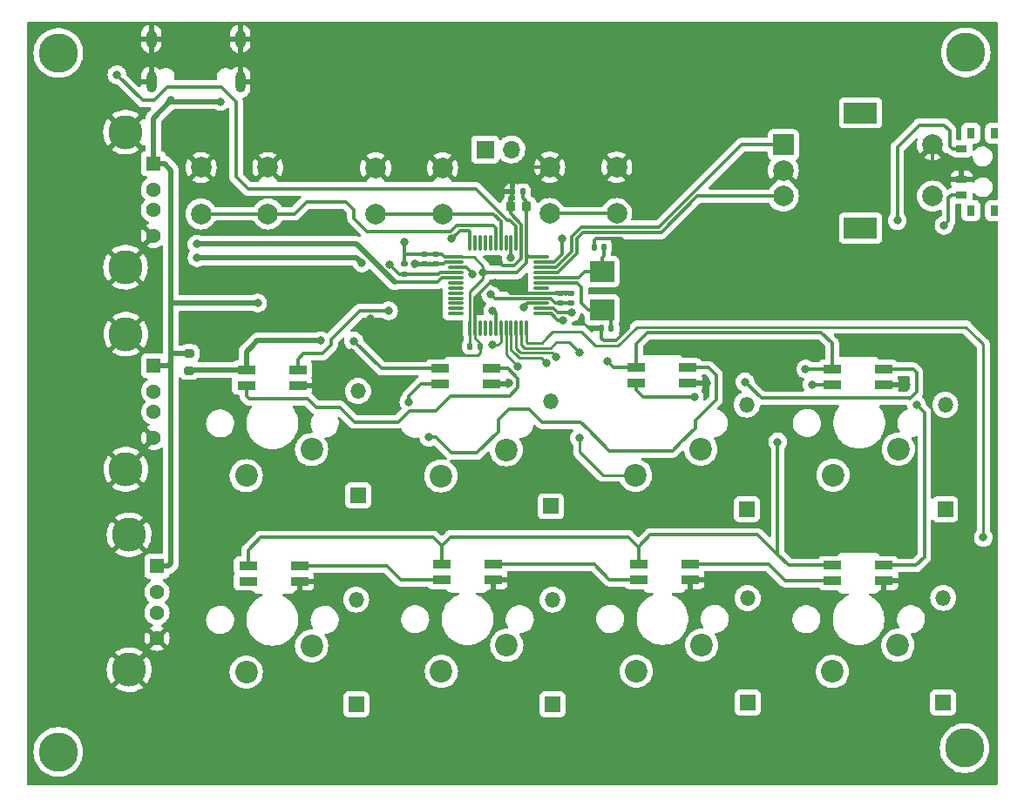
<source format=gbr>
%TF.GenerationSoftware,KiCad,Pcbnew,(6.0.10)*%
%TF.CreationDate,2023-03-05T14:49:45+05:30*%
%TF.ProjectId,keyboardv3,6b657962-6f61-4726-9476-332e6b696361,rev?*%
%TF.SameCoordinates,Original*%
%TF.FileFunction,Copper,L2,Bot*%
%TF.FilePolarity,Positive*%
%FSLAX46Y46*%
G04 Gerber Fmt 4.6, Leading zero omitted, Abs format (unit mm)*
G04 Created by KiCad (PCBNEW (6.0.10)) date 2023-03-05 14:49:45*
%MOMM*%
%LPD*%
G01*
G04 APERTURE LIST*
G04 Aperture macros list*
%AMRoundRect*
0 Rectangle with rounded corners*
0 $1 Rounding radius*
0 $2 $3 $4 $5 $6 $7 $8 $9 X,Y pos of 4 corners*
0 Add a 4 corners polygon primitive as box body*
4,1,4,$2,$3,$4,$5,$6,$7,$8,$9,$2,$3,0*
0 Add four circle primitives for the rounded corners*
1,1,$1+$1,$2,$3*
1,1,$1+$1,$4,$5*
1,1,$1+$1,$6,$7*
1,1,$1+$1,$8,$9*
0 Add four rect primitives between the rounded corners*
20,1,$1+$1,$2,$3,$4,$5,0*
20,1,$1+$1,$4,$5,$6,$7,0*
20,1,$1+$1,$6,$7,$8,$9,0*
20,1,$1+$1,$8,$9,$2,$3,0*%
G04 Aperture macros list end*
%TA.AperFunction,SMDPad,CuDef*%
%ADD10R,1.800000X0.820000*%
%TD*%
%TA.AperFunction,ComponentPad*%
%ADD11R,1.428000X1.428000*%
%TD*%
%TA.AperFunction,ComponentPad*%
%ADD12C,1.428000*%
%TD*%
%TA.AperFunction,ComponentPad*%
%ADD13C,3.316000*%
%TD*%
%TA.AperFunction,ComponentPad*%
%ADD14R,1.500000X1.500000*%
%TD*%
%TA.AperFunction,ComponentPad*%
%ADD15O,1.500000X1.500000*%
%TD*%
%TA.AperFunction,ComponentPad*%
%ADD16R,2.000000X2.000000*%
%TD*%
%TA.AperFunction,ComponentPad*%
%ADD17C,2.000000*%
%TD*%
%TA.AperFunction,ComponentPad*%
%ADD18R,3.200000X2.000000*%
%TD*%
%TA.AperFunction,ComponentPad*%
%ADD19C,2.200000*%
%TD*%
%TA.AperFunction,ConnectorPad*%
%ADD20C,3.800000*%
%TD*%
%TA.AperFunction,ComponentPad*%
%ADD21C,2.600000*%
%TD*%
%TA.AperFunction,ComponentPad*%
%ADD22R,1.700000X1.700000*%
%TD*%
%TA.AperFunction,ComponentPad*%
%ADD23O,1.700000X1.700000*%
%TD*%
%TA.AperFunction,ComponentPad*%
%ADD24O,1.000000X2.100000*%
%TD*%
%TA.AperFunction,ComponentPad*%
%ADD25O,1.000000X1.800000*%
%TD*%
%TA.AperFunction,SMDPad,CuDef*%
%ADD26RoundRect,0.140000X-0.170000X0.140000X-0.170000X-0.140000X0.170000X-0.140000X0.170000X0.140000X0*%
%TD*%
%TA.AperFunction,SMDPad,CuDef*%
%ADD27RoundRect,0.140000X0.170000X-0.140000X0.170000X0.140000X-0.170000X0.140000X-0.170000X-0.140000X0*%
%TD*%
%TA.AperFunction,SMDPad,CuDef*%
%ADD28RoundRect,0.075000X0.662500X0.075000X-0.662500X0.075000X-0.662500X-0.075000X0.662500X-0.075000X0*%
%TD*%
%TA.AperFunction,SMDPad,CuDef*%
%ADD29RoundRect,0.075000X0.075000X0.662500X-0.075000X0.662500X-0.075000X-0.662500X0.075000X-0.662500X0*%
%TD*%
%TA.AperFunction,SMDPad,CuDef*%
%ADD30RoundRect,0.200000X-0.275000X0.200000X-0.275000X-0.200000X0.275000X-0.200000X0.275000X0.200000X0*%
%TD*%
%TA.AperFunction,SMDPad,CuDef*%
%ADD31RoundRect,0.225000X0.225000X0.250000X-0.225000X0.250000X-0.225000X-0.250000X0.225000X-0.250000X0*%
%TD*%
%TA.AperFunction,SMDPad,CuDef*%
%ADD32RoundRect,0.140000X-0.140000X-0.170000X0.140000X-0.170000X0.140000X0.170000X-0.140000X0.170000X0*%
%TD*%
%TA.AperFunction,SMDPad,CuDef*%
%ADD33R,1.100000X0.700000*%
%TD*%
%TA.AperFunction,SMDPad,CuDef*%
%ADD34R,0.800000X1.000000*%
%TD*%
%TA.AperFunction,SMDPad,CuDef*%
%ADD35RoundRect,0.135000X-0.185000X0.135000X-0.185000X-0.135000X0.185000X-0.135000X0.185000X0.135000X0*%
%TD*%
%TA.AperFunction,SMDPad,CuDef*%
%ADD36R,2.400000X2.000000*%
%TD*%
%TA.AperFunction,SMDPad,CuDef*%
%ADD37RoundRect,0.140000X0.140000X0.170000X-0.140000X0.170000X-0.140000X-0.170000X0.140000X-0.170000X0*%
%TD*%
%TA.AperFunction,ViaPad*%
%ADD38C,0.800000*%
%TD*%
%TA.AperFunction,Conductor*%
%ADD39C,0.500000*%
%TD*%
%TA.AperFunction,Conductor*%
%ADD40C,0.300000*%
%TD*%
%TA.AperFunction,Conductor*%
%ADD41C,0.250000*%
%TD*%
G04 APERTURE END LIST*
D10*
%TO.P,D4,1,VDD*%
%TO.N,Net-(D1-Pad1)*%
X69795000Y-60220000D03*
%TO.P,D4,2,DOUT*%
%TO.N,Net-(D4-Pad2)*%
X69795000Y-61720000D03*
%TO.P,D4,3,VSS*%
%TO.N,GND*%
X74795000Y-61720000D03*
%TO.P,D4,4,DIN*%
%TO.N,Net-(D1-Pad2)*%
X74795000Y-60220000D03*
%TD*%
D11*
%TO.P,J5,01,VCC*%
%TO.N,+5V*%
X42277859Y-79448405D03*
D12*
%TO.P,J5,02,D-*%
%TO.N,Net-(J5-Pad02)*%
X42277859Y-81948405D03*
%TO.P,J5,03,D+*%
%TO.N,Net-(J5-Pad03)*%
X42277859Y-83948405D03*
%TO.P,J5,04,GND*%
%TO.N,GND*%
X42277859Y-86448405D03*
D13*
%TO.P,J5,S1,SHIELD*%
X39567859Y-76378405D03*
%TO.P,J5,S2,SHIELD*%
X39567859Y-89518405D03*
%TD*%
D14*
%TO.P,D11,1,K*%
%TO.N,/row1*%
X118860000Y-73900000D03*
D15*
%TO.P,D11,2,A*%
%TO.N,Net-(D11-Pad2)*%
X118860000Y-63740000D03*
%TD*%
D16*
%TO.P,SW1,A,A*%
%TO.N,/a connect*%
X103130000Y-38450000D03*
D17*
%TO.P,SW1,B,B*%
%TO.N,/b connect*%
X103130000Y-43450000D03*
%TO.P,SW1,C,C*%
%TO.N,GND*%
X103130000Y-40950000D03*
D18*
%TO.P,SW1,MP*%
%TO.N,N/C*%
X110630000Y-35350000D03*
X110630000Y-46550000D03*
D17*
%TO.P,SW1,S1,S1*%
%TO.N,/switch c*%
X117630000Y-43450000D03*
%TO.P,SW1,S2,S2*%
%TO.N,GND*%
X117630000Y-38450000D03*
%TD*%
D14*
%TO.P,D6,1,K*%
%TO.N,/row2*%
X80710000Y-92850000D03*
D15*
%TO.P,D6,2,A*%
%TO.N,Net-(D6-Pad2)*%
X80710000Y-82690000D03*
%TD*%
D19*
%TO.P,K5,1,1*%
%TO.N,/col2*%
X88760000Y-70600000D03*
%TO.P,K5,2,2*%
%TO.N,Net-(D8-Pad2)*%
X95110000Y-68060000D03*
%TD*%
%TO.P,K8,1,1*%
%TO.N,/col1*%
X107910000Y-89680000D03*
%TO.P,K8,2,2*%
%TO.N,Net-(D12-Pad2)*%
X114260000Y-87140000D03*
%TD*%
%TO.P,K6,1,1*%
%TO.N,/col2*%
X88850000Y-89650000D03*
%TO.P,K6,2,2*%
%TO.N,Net-(D9-Pad2)*%
X95200000Y-87110000D03*
%TD*%
D14*
%TO.P,D5,1,K*%
%TO.N,/row1*%
X80560000Y-73600000D03*
D15*
%TO.P,D5,2,A*%
%TO.N,Net-(D5-Pad2)*%
X80560000Y-63440000D03*
%TD*%
D19*
%TO.P,K3,1,1*%
%TO.N,/col3*%
X69860000Y-70660000D03*
%TO.P,K3,2,2*%
%TO.N,Net-(D5-Pad2)*%
X76210000Y-68120000D03*
%TD*%
D14*
%TO.P,D2,1,K*%
%TO.N,/row1*%
X61810000Y-72560000D03*
D15*
%TO.P,D2,2,A*%
%TO.N,Net-(D2-Pad2)*%
X61810000Y-62400000D03*
%TD*%
D17*
%TO.P,SW3,1,1*%
%TO.N,GND*%
X63517075Y-40712925D03*
X70017075Y-40712925D03*
%TO.P,SW3,2,2*%
%TO.N,sw02*%
X70017075Y-45212925D03*
X63517075Y-45212925D03*
%TD*%
D11*
%TO.P,J3,01,VCC*%
%TO.N,+5V*%
X41929235Y-40292569D03*
D12*
%TO.P,J3,02,D-*%
%TO.N,Net-(J3-Pad02)*%
X41929235Y-42792569D03*
%TO.P,J3,03,D+*%
%TO.N,Net-(J3-Pad03)*%
X41929235Y-44792569D03*
%TO.P,J3,04,GND*%
%TO.N,GND*%
X41929235Y-47292569D03*
D13*
%TO.P,J3,S1,SHIELD*%
X39219235Y-37222569D03*
%TO.P,J3,S2,SHIELD*%
X39219235Y-50362569D03*
%TD*%
D14*
%TO.P,D12,1,K*%
%TO.N,/row2*%
X118660000Y-92680000D03*
D15*
%TO.P,D12,2,A*%
%TO.N,Net-(D12-Pad2)*%
X118660000Y-82520000D03*
%TD*%
D17*
%TO.P,SW2,1,1*%
%TO.N,GND*%
X53057075Y-40672925D03*
X46557075Y-40672925D03*
%TO.P,SW2,2,2*%
%TO.N,sw01*%
X53057075Y-45172925D03*
X46557075Y-45172925D03*
%TD*%
D20*
%TO.P,H2,1*%
%TO.N,N/C*%
X32690000Y-97490000D03*
D21*
X32690000Y-97490000D03*
%TD*%
D22*
%TO.P,J2,1,Pin_1*%
%TO.N,Net-(J2-Pad1)*%
X74160000Y-38905000D03*
D23*
%TO.P,J2,2,Pin_2*%
%TO.N,Net-(J2-Pad2)*%
X76700000Y-38905000D03*
%TD*%
D14*
%TO.P,D8,1,K*%
%TO.N,/row1*%
X99580000Y-73880000D03*
D15*
%TO.P,D8,2,A*%
%TO.N,Net-(D8-Pad2)*%
X99580000Y-63720000D03*
%TD*%
D21*
%TO.P,H1,1*%
%TO.N,N/C*%
X32700000Y-29530000D03*
D20*
X32700000Y-29530000D03*
%TD*%
%TO.P,H4,1*%
%TO.N,N/C*%
X120850000Y-29480000D03*
D21*
X120850000Y-29480000D03*
%TD*%
D24*
%TO.P,J1,S1,SHIELD*%
%TO.N,GND*%
X41720000Y-32345000D03*
X50360000Y-32345000D03*
D25*
X50360000Y-28145000D03*
X41720000Y-28145000D03*
%TD*%
D14*
%TO.P,D3,1,K*%
%TO.N,/row2*%
X61630000Y-92850000D03*
D15*
%TO.P,D3,2,A*%
%TO.N,Net-(D3-Pad2)*%
X61630000Y-82690000D03*
%TD*%
D14*
%TO.P,D9,1,K*%
%TO.N,/row2*%
X99660000Y-92700000D03*
D15*
%TO.P,D9,2,A*%
%TO.N,Net-(D9-Pad2)*%
X99660000Y-82540000D03*
%TD*%
D19*
%TO.P,K1,1,1*%
%TO.N,/col4*%
X50950000Y-70640000D03*
%TO.P,K1,2,2*%
%TO.N,Net-(D2-Pad2)*%
X57300000Y-68100000D03*
%TD*%
%TO.P,K2,1,1*%
%TO.N,/col4*%
X50950000Y-89740000D03*
%TO.P,K2,2,2*%
%TO.N,Net-(D3-Pad2)*%
X57300000Y-87200000D03*
%TD*%
D17*
%TO.P,SW4,1,1*%
%TO.N,GND*%
X86937075Y-40642925D03*
X80437075Y-40642925D03*
%TO.P,SW4,2,2*%
%TO.N,sw03*%
X86937075Y-45142925D03*
X80437075Y-45142925D03*
%TD*%
D19*
%TO.P,K4,1,1*%
%TO.N,/col3*%
X69910000Y-89670000D03*
%TO.P,K4,2,2*%
%TO.N,Net-(D6-Pad2)*%
X76260000Y-87130000D03*
%TD*%
%TO.P,K7,1,1*%
%TO.N,/col1*%
X107960000Y-70580000D03*
%TO.P,K7,2,2*%
%TO.N,Net-(D11-Pad2)*%
X114310000Y-68040000D03*
%TD*%
D11*
%TO.P,J4,01,VCC*%
%TO.N,+5V*%
X41970000Y-59940000D03*
D12*
%TO.P,J4,02,D-*%
%TO.N,Net-(J4-Pad02)*%
X41970000Y-62440000D03*
%TO.P,J4,03,D+*%
%TO.N,Net-(J4-Pad03)*%
X41970000Y-64440000D03*
%TO.P,J4,04,GND*%
%TO.N,GND*%
X41970000Y-66940000D03*
D13*
%TO.P,J4,S1,SHIELD*%
X39260000Y-56870000D03*
%TO.P,J4,S2,SHIELD*%
X39260000Y-70010000D03*
%TD*%
D21*
%TO.P,H3,1*%
%TO.N,N/C*%
X120740000Y-97140000D03*
D20*
X120740000Y-97140000D03*
%TD*%
D26*
%TO.P,C8,1*%
%TO.N,+3.3V*%
X69380000Y-49100000D03*
%TO.P,C8,2*%
%TO.N,GND*%
X69380000Y-50060000D03*
%TD*%
D27*
%TO.P,C10,1*%
%TO.N,+3.3V*%
X82520000Y-53860000D03*
%TO.P,C10,2*%
%TO.N,GND*%
X82520000Y-52900000D03*
%TD*%
D28*
%TO.P,U2,1,VBAT*%
%TO.N,+3.3V*%
X79592500Y-49380000D03*
%TO.P,U2,2,PC13*%
%TO.N,Net-(U2-Pad2)*%
X79592500Y-49880000D03*
%TO.P,U2,3,PC14*%
%TO.N,/a connect*%
X79592500Y-50380000D03*
%TO.P,U2,4,PC15*%
%TO.N,/b connect*%
X79592500Y-50880000D03*
%TO.P,U2,5,PD0*%
%TO.N,/HSE_OUT*%
X79592500Y-51380000D03*
%TO.P,U2,6,PD1*%
%TO.N,/HSE_IN*%
X79592500Y-51880000D03*
%TO.P,U2,7,NRST*%
%TO.N,unconnected-(U2-Pad7)*%
X79592500Y-52380000D03*
%TO.P,U2,8,VSSA*%
%TO.N,GND*%
X79592500Y-52880000D03*
%TO.P,U2,9,VDDA*%
%TO.N,+3.3V*%
X79592500Y-53380000D03*
%TO.P,U2,10,PA0*%
%TO.N,/switch c*%
X79592500Y-53880000D03*
%TO.P,U2,11,PA1*%
%TO.N,/slide1*%
X79592500Y-54380000D03*
%TO.P,U2,12,PA2*%
%TO.N,/slide2*%
X79592500Y-54880000D03*
D29*
%TO.P,U2,13,PA3*%
%TO.N,/col1*%
X78180000Y-56292500D03*
%TO.P,U2,14,PA4*%
%TO.N,/col2*%
X77680000Y-56292500D03*
%TO.P,U2,15,PA5*%
%TO.N,/col3*%
X77180000Y-56292500D03*
%TO.P,U2,16,PA6*%
%TO.N,/col4*%
X76680000Y-56292500D03*
%TO.P,U2,17,PA7*%
%TO.N,/row1*%
X76180000Y-56292500D03*
%TO.P,U2,18,PB0*%
%TO.N,/row2*%
X75680000Y-56292500D03*
%TO.P,U2,19,PB1*%
%TO.N,/LED*%
X75180000Y-56292500D03*
%TO.P,U2,20,PB2*%
%TO.N,unconnected-(U2-Pad20)*%
X74680000Y-56292500D03*
%TO.P,U2,21,PB10*%
%TO.N,unconnected-(U2-Pad21)*%
X74180000Y-56292500D03*
%TO.P,U2,22,PB11*%
%TO.N,unconnected-(U2-Pad22)*%
X73680000Y-56292500D03*
%TO.P,U2,23,VSS*%
%TO.N,GND*%
X73180000Y-56292500D03*
%TO.P,U2,24,VDD*%
%TO.N,+3.3V*%
X72680000Y-56292500D03*
D28*
%TO.P,U2,25,PB12*%
%TO.N,unconnected-(U2-Pad25)*%
X71267500Y-54880000D03*
%TO.P,U2,26,PB13*%
%TO.N,unconnected-(U2-Pad26)*%
X71267500Y-54380000D03*
%TO.P,U2,27,PB14*%
%TO.N,unconnected-(U2-Pad27)*%
X71267500Y-53880000D03*
%TO.P,U2,28,PB15*%
%TO.N,unconnected-(U2-Pad28)*%
X71267500Y-53380000D03*
%TO.P,U2,29,PA8*%
%TO.N,unconnected-(U2-Pad29)*%
X71267500Y-52880000D03*
%TO.P,U2,30,PA9*%
%TO.N,unconnected-(U2-Pad30)*%
X71267500Y-52380000D03*
%TO.P,U2,31,PA10*%
%TO.N,unconnected-(U2-Pad31)*%
X71267500Y-51880000D03*
%TO.P,U2,32,PA11*%
%TO.N,/dm4*%
X71267500Y-51380000D03*
%TO.P,U2,33,PA12*%
%TO.N,/dp4*%
X71267500Y-50880000D03*
%TO.P,U2,34,PA13*%
%TO.N,Net-(J2-Pad1)*%
X71267500Y-50380000D03*
%TO.P,U2,35,VSS*%
%TO.N,GND*%
X71267500Y-49880000D03*
%TO.P,U2,36,VDD*%
%TO.N,+3.3V*%
X71267500Y-49380000D03*
D29*
%TO.P,U2,37,PA14*%
%TO.N,Net-(J2-Pad2)*%
X72680000Y-47967500D03*
%TO.P,U2,38,PA15*%
%TO.N,unconnected-(U2-Pad38)*%
X73180000Y-47967500D03*
%TO.P,U2,39,PB3*%
%TO.N,unconnected-(U2-Pad39)*%
X73680000Y-47967500D03*
%TO.P,U2,40,PB4*%
%TO.N,unconnected-(U2-Pad40)*%
X74180000Y-47967500D03*
%TO.P,U2,41,PB5*%
%TO.N,unconnected-(U2-Pad41)*%
X74680000Y-47967500D03*
%TO.P,U2,42,PB6*%
%TO.N,sw01*%
X75180000Y-47967500D03*
%TO.P,U2,43,PB7*%
%TO.N,sw02*%
X75680000Y-47967500D03*
%TO.P,U2,44,BOOT0*%
%TO.N,unconnected-(U2-Pad44)*%
X76180000Y-47967500D03*
%TO.P,U2,45,PB8*%
%TO.N,sw03*%
X76680000Y-47967500D03*
%TO.P,U2,46,PB9*%
%TO.N,LED4*%
X77180000Y-47967500D03*
%TO.P,U2,47,VSS*%
%TO.N,GND*%
X77680000Y-47967500D03*
%TO.P,U2,48,VDD*%
%TO.N,+3.3V*%
X78180000Y-47967500D03*
%TD*%
D10*
%TO.P,D14,1,VDD*%
%TO.N,Net-(D1-Pad1)*%
X89065000Y-79240000D03*
%TO.P,D14,2,DOUT*%
%TO.N,Net-(D14-Pad2)*%
X89065000Y-80740000D03*
%TO.P,D14,3,VSS*%
%TO.N,GND*%
X94065000Y-80740000D03*
%TO.P,D14,4,DIN*%
%TO.N,Net-(D13-Pad2)*%
X94065000Y-79240000D03*
%TD*%
D30*
%TO.P,R1,1*%
%TO.N,+5V*%
X45410000Y-58765000D03*
%TO.P,R1,2*%
%TO.N,Net-(D1-Pad1)*%
X45410000Y-60415000D03*
%TD*%
D31*
%TO.P,C3,1*%
%TO.N,+3.3V*%
X78205000Y-44460000D03*
%TO.P,C3,2*%
%TO.N,GND*%
X76655000Y-44460000D03*
%TD*%
D32*
%TO.P,C5,1*%
%TO.N,+3.3V*%
X72700000Y-58040000D03*
%TO.P,C5,2*%
%TO.N,GND*%
X73660000Y-58040000D03*
%TD*%
D26*
%TO.P,C9,1*%
%TO.N,+3.3V*%
X68240000Y-49110000D03*
%TO.P,C9,2*%
%TO.N,GND*%
X68240000Y-50070000D03*
%TD*%
D33*
%TO.P,S1,1*%
%TO.N,/slide1*%
X120450000Y-38840000D03*
%TO.P,S1,2*%
%TO.N,GND*%
X120450000Y-41840000D03*
%TO.P,S1,3*%
%TO.N,/slide2*%
X120450000Y-43340000D03*
D34*
%TO.P,S1,G1*%
%TO.N,N/C*%
X121350000Y-37340000D03*
%TO.P,S1,G2*%
X121350000Y-44840000D03*
%TO.P,S1,G3*%
X123650000Y-37340000D03*
%TO.P,S1,G4*%
X123650000Y-44840000D03*
%TD*%
D10*
%TO.P,D17,1,VDD*%
%TO.N,Net-(D1-Pad1)*%
X51125000Y-79400000D03*
%TO.P,D17,2,DOUT*%
%TO.N,unconnected-(D17-Pad2)*%
X51125000Y-80900000D03*
%TO.P,D17,3,VSS*%
%TO.N,GND*%
X56125000Y-80900000D03*
%TO.P,D17,4,DIN*%
%TO.N,Net-(D15-Pad2)*%
X56125000Y-79400000D03*
%TD*%
%TO.P,D1,1,VDD*%
%TO.N,Net-(D1-Pad1)*%
X50950000Y-60350000D03*
%TO.P,D1,2,DOUT*%
%TO.N,Net-(D1-Pad2)*%
X50950000Y-61850000D03*
%TO.P,D1,3,VSS*%
%TO.N,GND*%
X55950000Y-61850000D03*
%TO.P,D1,4,DIN*%
%TO.N,/LED*%
X55950000Y-60350000D03*
%TD*%
D35*
%TO.P,R8,1*%
%TO.N,+3.3V*%
X66280000Y-50050000D03*
%TO.P,R8,2*%
%TO.N,/dp4*%
X66280000Y-51070000D03*
%TD*%
D10*
%TO.P,D13,1,VDD*%
%TO.N,Net-(D1-Pad1)*%
X107920000Y-79360000D03*
%TO.P,D13,2,DOUT*%
%TO.N,Net-(D13-Pad2)*%
X107920000Y-80860000D03*
%TO.P,D13,3,VSS*%
%TO.N,GND*%
X112920000Y-80860000D03*
%TO.P,D13,4,DIN*%
%TO.N,Net-(D10-Pad2)*%
X112920000Y-79360000D03*
%TD*%
D27*
%TO.P,C7,1*%
%TO.N,+3.3V*%
X81480000Y-53850000D03*
%TO.P,C7,2*%
%TO.N,GND*%
X81480000Y-52890000D03*
%TD*%
D36*
%TO.P,Y1,1,1*%
%TO.N,/HSE_OUT*%
X85530000Y-50810000D03*
%TO.P,Y1,2,2*%
%TO.N,/HSE_IN*%
X85530000Y-54510000D03*
%TD*%
D37*
%TO.P,C4,1*%
%TO.N,/HSE_OUT*%
X85700000Y-48390000D03*
%TO.P,C4,2*%
%TO.N,GND*%
X84740000Y-48390000D03*
%TD*%
%TO.P,C11,1*%
%TO.N,+3.3V*%
X77790000Y-43030000D03*
%TO.P,C11,2*%
%TO.N,GND*%
X76830000Y-43030000D03*
%TD*%
D10*
%TO.P,D10,1,VDD*%
%TO.N,Net-(D1-Pad1)*%
X107870000Y-60280000D03*
%TO.P,D10,2,DOUT*%
%TO.N,Net-(D10-Pad2)*%
X107870000Y-61780000D03*
%TO.P,D10,3,VSS*%
%TO.N,GND*%
X112870000Y-61780000D03*
%TO.P,D10,4,DIN*%
%TO.N,Net-(D10-Pad4)*%
X112870000Y-60280000D03*
%TD*%
%TO.P,D15,1,VDD*%
%TO.N,Net-(D1-Pad1)*%
X69930000Y-79260000D03*
%TO.P,D15,2,DOUT*%
%TO.N,Net-(D15-Pad2)*%
X69930000Y-80760000D03*
%TO.P,D15,3,VSS*%
%TO.N,GND*%
X74930000Y-80760000D03*
%TO.P,D15,4,DIN*%
%TO.N,Net-(D14-Pad2)*%
X74930000Y-79260000D03*
%TD*%
D37*
%TO.P,C6,1*%
%TO.N,/HSE_IN*%
X86400000Y-56320000D03*
%TO.P,C6,2*%
%TO.N,GND*%
X85440000Y-56320000D03*
%TD*%
D10*
%TO.P,D7,1,VDD*%
%TO.N,Net-(D1-Pad1)*%
X88840000Y-60130000D03*
%TO.P,D7,2,DOUT*%
%TO.N,Net-(D10-Pad4)*%
X88840000Y-61630000D03*
%TO.P,D7,3,VSS*%
%TO.N,GND*%
X93840000Y-61630000D03*
%TO.P,D7,4,DIN*%
%TO.N,Net-(D4-Pad2)*%
X93840000Y-60130000D03*
%TD*%
D38*
%TO.N,/dp4*%
X62190000Y-49930000D03*
%TO.N,GND*%
X61190000Y-58630000D03*
X64640000Y-58220000D03*
X63040000Y-55339500D03*
X66690000Y-61390000D03*
X99620000Y-58830000D03*
X113630000Y-54280000D03*
%TO.N,+3.3V*%
X66310000Y-47920000D03*
%TO.N,GND*%
X75110000Y-51890000D03*
X75390000Y-49750000D03*
%TO.N,+3.3V*%
X73950000Y-50860000D03*
X74700000Y-53000000D03*
%TO.N,/col2*%
X83330000Y-66970000D03*
%TO.N,Net-(D1-Pad1)*%
X105300000Y-60270000D03*
X102580000Y-67350000D03*
%TO.N,Net-(D10-Pad2)*%
X116080000Y-63780000D03*
X105930000Y-61780000D03*
%TO.N,GND*%
X115040000Y-61770000D03*
%TO.N,Net-(D10-Pad4)*%
X99410000Y-61520000D03*
X94480000Y-63020000D03*
%TO.N,GND*%
X95730000Y-61610000D03*
%TO.N,Net-(D4-Pad2)*%
X66750000Y-63470000D03*
X68710000Y-66910000D03*
%TO.N,Net-(D1-Pad1)*%
X86040000Y-59540000D03*
X58200000Y-57500000D03*
X61400000Y-57530000D03*
%TO.N,GND*%
X76450000Y-61670000D03*
%TO.N,/LED*%
X64780000Y-54590000D03*
X74900000Y-54590000D03*
%TO.N,/slide2*%
X118740000Y-46290000D03*
%TO.N,/slide1*%
X114200000Y-45820000D03*
%TO.N,/slide2*%
X81724749Y-55509500D03*
%TO.N,/slide1*%
X82530000Y-54760000D03*
%TO.N,/switch c*%
X77880000Y-54240000D03*
%TO.N,Net-(U2-Pad2)*%
X81650000Y-47550000D03*
%TO.N,Net-(J2-Pad1)*%
X72940000Y-51020000D03*
%TO.N,Net-(J2-Pad2)*%
X70894578Y-47615781D03*
%TO.N,sw03*%
X76680000Y-49470000D03*
%TO.N,LED4*%
X38390000Y-31640000D03*
%TO.N,+5V*%
X52060000Y-53840000D03*
%TO.N,GND*%
X58345000Y-53445000D03*
%TO.N,+5V*%
X48450000Y-34240000D03*
X43650000Y-34140000D03*
%TO.N,GND*%
X67350000Y-50070000D03*
X58225000Y-39295000D03*
%TO.N,/row1*%
X77350000Y-59980000D03*
%TO.N,/row2*%
X74830000Y-57930000D03*
%TO.N,/col4*%
X80110000Y-59680000D03*
%TO.N,/col3*%
X81080000Y-59050000D03*
%TO.N,/col2*%
X83330000Y-58660000D03*
%TO.N,/col1*%
X122560000Y-76630000D03*
%TO.N,/dp4*%
X64880688Y-50109312D03*
X46170000Y-49420000D03*
%TO.N,/dm4*%
X46160000Y-48120000D03*
%TD*%
D39*
%TO.N,/dp4*%
X46180000Y-49430000D02*
X61690000Y-49430000D01*
X46170000Y-49420000D02*
X46180000Y-49430000D01*
X61690000Y-49430000D02*
X62190000Y-49930000D01*
D40*
%TO.N,GND*%
X63950000Y-61390000D02*
X61190000Y-58630000D01*
X66690000Y-61390000D02*
X63950000Y-61390000D01*
D41*
X65360000Y-58940000D02*
X64640000Y-58220000D01*
X73420000Y-58940000D02*
X65360000Y-58940000D01*
X73660000Y-58700000D02*
X73420000Y-58940000D01*
X73660000Y-58040000D02*
X73660000Y-58700000D01*
D40*
%TO.N,/LED*%
X55950000Y-59300000D02*
X55950000Y-60350000D01*
X58350000Y-58770000D02*
X56480000Y-58770000D01*
X59180000Y-57940000D02*
X58350000Y-58770000D01*
X64780000Y-54590000D02*
X61990000Y-54590000D01*
X61990000Y-54590000D02*
X59180000Y-57400000D01*
X59180000Y-57400000D02*
X59180000Y-57940000D01*
X56480000Y-58770000D02*
X55950000Y-59300000D01*
%TO.N,sw02*%
X70017075Y-45212925D02*
X63517075Y-45212925D01*
%TO.N,+3.3V*%
X66280000Y-47950000D02*
X66310000Y-47920000D01*
X66280000Y-49300000D02*
X66280000Y-47950000D01*
%TO.N,GND*%
X75110000Y-51890000D02*
X74600000Y-51890000D01*
%TO.N,+3.3V*%
X77260000Y-50860000D02*
X73950000Y-50860000D01*
X78180000Y-49940000D02*
X77260000Y-50860000D01*
X78180000Y-49140000D02*
X78180000Y-49940000D01*
%TO.N,GND*%
X75860000Y-50220000D02*
X75390000Y-49750000D01*
X76400000Y-50220000D02*
X75860000Y-50220000D01*
X77680000Y-49530661D02*
X77190330Y-50020331D01*
X77680000Y-47967500D02*
X77680000Y-49530661D01*
X77190330Y-50020331D02*
X76990661Y-50220000D01*
X76990661Y-50220000D02*
X76400000Y-50220000D01*
D41*
%TO.N,+3.3V*%
X73950000Y-50860000D02*
X73950000Y-50270000D01*
D40*
X75080000Y-53380000D02*
X74700000Y-53000000D01*
X79592500Y-53380000D02*
X75080000Y-53380000D01*
X78420000Y-49380000D02*
X79592500Y-49380000D01*
X78180000Y-49140000D02*
X78420000Y-49380000D01*
X78180000Y-47967500D02*
X78180000Y-49140000D01*
D41*
X73950000Y-50270000D02*
X73060000Y-49380000D01*
X73060000Y-49380000D02*
X71267500Y-49380000D01*
X73950000Y-51490000D02*
X73950000Y-50860000D01*
X72680000Y-52760000D02*
X73950000Y-51490000D01*
X72680000Y-56292500D02*
X72680000Y-52760000D01*
D40*
%TO.N,GND*%
X73180000Y-53310000D02*
X73180000Y-56292500D01*
X74600000Y-51890000D02*
X73180000Y-53310000D01*
X75660000Y-51890000D02*
X75110000Y-51890000D01*
X76650000Y-52880000D02*
X75660000Y-51890000D01*
X79592500Y-52880000D02*
X76650000Y-52880000D01*
D41*
%TO.N,/col2*%
X83330000Y-68310000D02*
X83330000Y-66970000D01*
D40*
%TO.N,Net-(D15-Pad2)*%
X58310000Y-79400000D02*
X56125000Y-79400000D01*
X64630000Y-79410000D02*
X58320000Y-79410000D01*
X65980000Y-80760000D02*
X64630000Y-79410000D01*
X58320000Y-79410000D02*
X58310000Y-79400000D01*
X69930000Y-80760000D02*
X65980000Y-80760000D01*
%TO.N,Net-(D14-Pad2)*%
X84770000Y-79260000D02*
X74930000Y-79260000D01*
X86250000Y-80740000D02*
X84770000Y-79260000D01*
X89065000Y-80740000D02*
X86250000Y-80740000D01*
%TO.N,Net-(D13-Pad2)*%
X101720000Y-79240000D02*
X94065000Y-79240000D01*
X103340000Y-80860000D02*
X101720000Y-79240000D01*
X107920000Y-80860000D02*
X103340000Y-80860000D01*
%TO.N,Net-(D1-Pad1)*%
X52370000Y-76640000D02*
X51125000Y-77885000D01*
X51125000Y-77885000D02*
X51125000Y-79400000D01*
X69110000Y-76640000D02*
X52370000Y-76640000D01*
X69930000Y-77460000D02*
X69110000Y-76640000D01*
X70800000Y-76590000D02*
X69930000Y-77460000D01*
X88070000Y-76590000D02*
X70800000Y-76590000D01*
X89035000Y-77555000D02*
X88070000Y-76590000D01*
X69930000Y-77460000D02*
X69930000Y-79260000D01*
X89065000Y-77555000D02*
X89035000Y-77555000D01*
X90230000Y-76390000D02*
X89065000Y-77555000D01*
X89065000Y-77555000D02*
X89065000Y-79240000D01*
X100600000Y-76390000D02*
X90230000Y-76390000D01*
X102530000Y-78320000D02*
X100600000Y-76390000D01*
X102580000Y-78320000D02*
X102530000Y-78320000D01*
X103620000Y-79360000D02*
X107920000Y-79360000D01*
X102580000Y-67350000D02*
X102580000Y-78320000D01*
X102580000Y-78320000D02*
X103620000Y-79360000D01*
X105310000Y-60280000D02*
X105300000Y-60270000D01*
X107870000Y-60280000D02*
X105310000Y-60280000D01*
%TO.N,Net-(D10-Pad2)*%
X116030000Y-79360000D02*
X112920000Y-79360000D01*
X116830001Y-78559999D02*
X116030000Y-79360000D01*
X116830001Y-64530001D02*
X116830001Y-78559999D01*
X107870000Y-61780000D02*
X105930000Y-61780000D01*
X116080000Y-63780000D02*
X116830001Y-64530001D01*
%TO.N,GND*%
X115030000Y-61780000D02*
X115040000Y-61770000D01*
X112870000Y-61780000D02*
X115030000Y-61780000D01*
%TO.N,Net-(D10-Pad4)*%
X115720000Y-60280000D02*
X112870000Y-60280000D01*
X116060000Y-60620000D02*
X115720000Y-60280000D01*
X116060000Y-62470000D02*
X116060000Y-60620000D01*
X115420000Y-63110000D02*
X116060000Y-62470000D01*
X115409999Y-63099999D02*
X115420000Y-63110000D01*
X100989999Y-63099999D02*
X115409999Y-63099999D01*
X99410000Y-61520000D02*
X100989999Y-63099999D01*
X89520000Y-63020000D02*
X94480000Y-63020000D01*
X88840000Y-62340000D02*
X89520000Y-63020000D01*
X88840000Y-61630000D02*
X88840000Y-62340000D01*
%TO.N,GND*%
X95710000Y-61630000D02*
X95730000Y-61610000D01*
X93840000Y-61630000D02*
X95710000Y-61630000D01*
%TO.N,Net-(D4-Pad2)*%
X67910000Y-61720000D02*
X67280000Y-62350000D01*
X67280000Y-62350000D02*
X66750000Y-62880000D01*
X69795000Y-61720000D02*
X67910000Y-61720000D01*
X66750000Y-62880000D02*
X66750000Y-63470000D01*
%TO.N,Net-(D1-Pad2)*%
X76350000Y-60220000D02*
X74795000Y-60220000D01*
X77350000Y-61220000D02*
X76350000Y-60220000D01*
X77350000Y-62060000D02*
X77350000Y-61220000D01*
X76550000Y-62860000D02*
X77350000Y-62060000D01*
X70790000Y-62860000D02*
X76550000Y-62860000D01*
X69340000Y-64310000D02*
X70790000Y-62860000D01*
X66822231Y-64310000D02*
X69340000Y-64310000D01*
X65722231Y-65410000D02*
X66822231Y-64310000D01*
X61460000Y-65410000D02*
X65722231Y-65410000D01*
X60050000Y-64000000D02*
X61460000Y-65410000D01*
X57740000Y-64000000D02*
X60050000Y-64000000D01*
X56899999Y-63159999D02*
X57740000Y-64000000D01*
X51219999Y-63159999D02*
X56899999Y-63159999D01*
X50950000Y-62890000D02*
X51219999Y-63159999D01*
X50950000Y-61850000D02*
X50950000Y-62890000D01*
%TO.N,Net-(D4-Pad2)*%
X69600000Y-67140000D02*
X69370000Y-66910000D01*
X70880000Y-68420000D02*
X69600000Y-67140000D01*
X73380000Y-68420000D02*
X70880000Y-68420000D01*
X75450000Y-65170000D02*
X75450000Y-65990000D01*
X76490000Y-64130000D02*
X75850000Y-64770000D01*
X78380000Y-64130000D02*
X76490000Y-64130000D01*
X79680000Y-65430000D02*
X78380000Y-64130000D01*
X75450000Y-66350000D02*
X73380000Y-68420000D01*
X80980000Y-65430000D02*
X79680000Y-65430000D01*
X69370000Y-66910000D02*
X68710000Y-66910000D01*
X83440000Y-65430000D02*
X80980000Y-65430000D01*
X84160000Y-66150000D02*
X83440000Y-65430000D01*
X86240000Y-68230000D02*
X84160000Y-66150000D01*
X92360000Y-68230000D02*
X86240000Y-68230000D01*
X93180000Y-67410000D02*
X92360000Y-68230000D01*
X94550000Y-66040000D02*
X93180000Y-67410000D01*
X96590000Y-63240000D02*
X94550000Y-65280000D01*
X94550000Y-65280000D02*
X94550000Y-66040000D01*
X75450000Y-65990000D02*
X75450000Y-66350000D01*
X96590000Y-60860000D02*
X96590000Y-63210000D01*
X96590000Y-63210000D02*
X96590000Y-63240000D01*
X75850000Y-64770000D02*
X75450000Y-65170000D01*
X96200000Y-60470000D02*
X96590000Y-60860000D01*
X95860000Y-60130000D02*
X96200000Y-60470000D01*
X93840000Y-60130000D02*
X95860000Y-60130000D01*
%TO.N,Net-(D1-Pad1)*%
X88840000Y-57790000D02*
X88840000Y-60130000D01*
X89920000Y-56710000D02*
X88840000Y-57790000D01*
X106820000Y-56710000D02*
X89920000Y-56710000D01*
X107870000Y-57760000D02*
X106820000Y-56710000D01*
X107870000Y-60280000D02*
X107870000Y-57760000D01*
X86630000Y-60130000D02*
X86040000Y-59540000D01*
X88840000Y-60130000D02*
X86630000Y-60130000D01*
D39*
X51460000Y-58080000D02*
X52040000Y-57500000D01*
X50950000Y-58590000D02*
X51460000Y-58080000D01*
X52040000Y-57500000D02*
X58200000Y-57500000D01*
X50950000Y-60350000D02*
X50950000Y-58590000D01*
D40*
X64090000Y-60220000D02*
X61400000Y-57530000D01*
X69795000Y-60220000D02*
X64090000Y-60220000D01*
%TO.N,GND*%
X76400000Y-61720000D02*
X76450000Y-61670000D01*
X74795000Y-61720000D02*
X76400000Y-61720000D01*
D39*
%TO.N,Net-(D1-Pad1)*%
X45475000Y-60350000D02*
X50950000Y-60350000D01*
X45410000Y-60415000D02*
X45475000Y-60350000D01*
D40*
%TO.N,/LED*%
X75180000Y-54870000D02*
X74900000Y-54590000D01*
X75180000Y-56292500D02*
X75180000Y-54870000D01*
%TO.N,/slide2*%
X119180000Y-45850000D02*
X118740000Y-46290000D01*
X119180000Y-43630000D02*
X119180000Y-45850000D01*
X119470000Y-43340000D02*
X119180000Y-43630000D01*
X120450000Y-43340000D02*
X119470000Y-43340000D01*
%TO.N,/slide1*%
X114200000Y-38680000D02*
X114200000Y-45820000D01*
X116330000Y-36550000D02*
X114200000Y-38680000D01*
X119280000Y-37100000D02*
X118730000Y-36550000D01*
X119280000Y-38560000D02*
X119280000Y-37100000D01*
X119560000Y-38840000D02*
X119280000Y-38560000D01*
X120450000Y-38840000D02*
X119560000Y-38840000D01*
X118730000Y-36550000D02*
X116330000Y-36550000D01*
%TO.N,/slide2*%
X81232393Y-55509500D02*
X81724749Y-55509500D01*
X80966446Y-55243553D02*
X81232393Y-55509500D01*
X80602894Y-54880000D02*
X80966446Y-55243553D01*
X79592500Y-54880000D02*
X80602894Y-54880000D01*
%TO.N,/slide1*%
X81190000Y-54760000D02*
X82530000Y-54760000D01*
X80980000Y-54550000D02*
X81190000Y-54760000D01*
X79592500Y-54380000D02*
X80810000Y-54380000D01*
X80810000Y-54380000D02*
X80980000Y-54550000D01*
%TO.N,/switch c*%
X78240000Y-53880000D02*
X77880000Y-54240000D01*
X79592500Y-53880000D02*
X78240000Y-53880000D01*
%TO.N,GND*%
X119160000Y-41840000D02*
X117630000Y-40310000D01*
X120450000Y-41840000D02*
X119160000Y-41840000D01*
X117630000Y-40310000D02*
X117630000Y-38450000D01*
%TO.N,/b connect*%
X94797106Y-43450000D02*
X103130000Y-43450000D01*
X83108553Y-47588553D02*
X83704181Y-46992925D01*
X91254181Y-46992925D02*
X94797106Y-43450000D01*
X83108553Y-49025659D02*
X83108553Y-47588553D01*
X83704181Y-46992925D02*
X91254181Y-46992925D01*
X81254212Y-50880000D02*
X83108553Y-49025659D01*
X79592500Y-50880000D02*
X81254212Y-50880000D01*
%TO.N,/HSE_OUT*%
X83810000Y-50810000D02*
X85530000Y-50810000D01*
X79592500Y-51380000D02*
X83240000Y-51380000D01*
X83240000Y-51380000D02*
X83810000Y-50810000D01*
%TO.N,/a connect*%
X99090000Y-38450000D02*
X103130000Y-38450000D01*
X91047075Y-46492925D02*
X99090000Y-38450000D01*
X82600000Y-47390000D02*
X83497075Y-46492925D01*
X83497075Y-46492925D02*
X91047075Y-46492925D01*
X81047106Y-50380000D02*
X82600000Y-48827106D01*
X82600000Y-48827106D02*
X82600000Y-47390000D01*
X79592500Y-50380000D02*
X81047106Y-50380000D01*
%TO.N,Net-(U2-Pad2)*%
X81650000Y-49070000D02*
X81650000Y-47550000D01*
X80840000Y-49880000D02*
X81650000Y-49070000D01*
X79592500Y-49880000D02*
X80840000Y-49880000D01*
%TO.N,Net-(J2-Pad1)*%
X72300000Y-50380000D02*
X72830000Y-50910000D01*
X72830000Y-50910000D02*
X72940000Y-51020000D01*
X71267500Y-50380000D02*
X72300000Y-50380000D01*
%TO.N,Net-(J2-Pad2)*%
X70904219Y-47615781D02*
X70894578Y-47615781D01*
X72600000Y-46820000D02*
X71700000Y-46820000D01*
X72610000Y-46820000D02*
X72600000Y-46820000D01*
X71360000Y-47160000D02*
X70904219Y-47615781D01*
X71700000Y-46820000D02*
X71360000Y-47160000D01*
X72680000Y-46890000D02*
X72610000Y-46820000D01*
X72680000Y-47967500D02*
X72680000Y-46890000D01*
%TO.N,GND*%
X77997075Y-40642925D02*
X80437075Y-40642925D01*
X76830000Y-43030000D02*
X76830000Y-41810000D01*
X76830000Y-41810000D02*
X77997075Y-40642925D01*
X76650000Y-44455000D02*
X76655000Y-44460000D01*
X76650000Y-43720000D02*
X76650000Y-44455000D01*
X76830000Y-43540000D02*
X76650000Y-43720000D01*
X76830000Y-43030000D02*
X76830000Y-43540000D01*
%TO.N,+3.3V*%
X77790000Y-43620000D02*
X77790000Y-43030000D01*
X78205000Y-44035000D02*
X77790000Y-43620000D01*
X78205000Y-44460000D02*
X78205000Y-44035000D01*
X78180000Y-47967500D02*
X78180000Y-44485000D01*
X78180000Y-44485000D02*
X78205000Y-44460000D01*
%TO.N,GND*%
X76655000Y-45157894D02*
X76655000Y-44460000D01*
X77680000Y-46182894D02*
X76655000Y-45157894D01*
X77680000Y-47967500D02*
X77680000Y-46182894D01*
%TO.N,sw03*%
X80437075Y-45142925D02*
X86937075Y-45142925D01*
X76680000Y-47967500D02*
X76680000Y-49470000D01*
%TO.N,sw01*%
X53057075Y-45172925D02*
X46557075Y-45172925D01*
X55657075Y-45172925D02*
X53057075Y-45172925D01*
X60650000Y-44000000D02*
X56830000Y-44000000D01*
X61420000Y-44770000D02*
X60650000Y-44000000D01*
X61420000Y-45600000D02*
X61420000Y-44770000D01*
X62690000Y-46870000D02*
X61420000Y-45600000D01*
X70820000Y-46870000D02*
X62690000Y-46870000D01*
X71370000Y-46320000D02*
X70820000Y-46870000D01*
X74940000Y-46320000D02*
X71370000Y-46320000D01*
X75180000Y-46560000D02*
X74940000Y-46320000D01*
X75180000Y-47967500D02*
X75180000Y-46560000D01*
X56830000Y-44000000D02*
X55657075Y-45172925D01*
%TO.N,sw02*%
X74982925Y-45212925D02*
X70017075Y-45212925D01*
X75680000Y-45910000D02*
X74982925Y-45212925D01*
X75680000Y-47967500D02*
X75680000Y-45910000D01*
%TO.N,LED4*%
X40900000Y-34150000D02*
X38390000Y-31640000D01*
X41980000Y-34150000D02*
X40900000Y-34150000D01*
X43310000Y-32820000D02*
X41980000Y-34150000D01*
X48540000Y-32820000D02*
X43310000Y-32820000D01*
X49960000Y-34240000D02*
X48540000Y-32820000D01*
X49960000Y-41580000D02*
X49960000Y-34240000D01*
X73240000Y-42750000D02*
X51130000Y-42750000D01*
X51130000Y-42750000D02*
X49960000Y-41580000D01*
X76590000Y-45800000D02*
X76290000Y-45800000D01*
X76290000Y-45800000D02*
X73240000Y-42750000D01*
X77180000Y-46390000D02*
X76590000Y-45800000D01*
X77180000Y-47967500D02*
X77180000Y-46390000D01*
D39*
%TO.N,+5V*%
X43660000Y-53840000D02*
X43640000Y-53820000D01*
X52060000Y-53840000D02*
X43660000Y-53840000D01*
X43640000Y-40930000D02*
X43640000Y-53820000D01*
X43640000Y-53820000D02*
X43640000Y-58640000D01*
X43371595Y-79448405D02*
X42277859Y-79448405D01*
X43640000Y-79180000D02*
X43371595Y-79448405D01*
X43640000Y-59630000D02*
X43640000Y-79180000D01*
X45410000Y-58765000D02*
X43765000Y-58765000D01*
X43765000Y-58765000D02*
X43640000Y-58640000D01*
X43640000Y-58640000D02*
X43640000Y-59630000D01*
X43330000Y-59940000D02*
X41970000Y-59940000D01*
X43002569Y-40292569D02*
X43640000Y-40930000D01*
X41929235Y-40292569D02*
X43002569Y-40292569D01*
X43640000Y-59630000D02*
X43330000Y-59940000D01*
X41929235Y-35850765D02*
X41929235Y-40292569D01*
X43640000Y-34140000D02*
X41929235Y-35850765D01*
X43650000Y-34140000D02*
X43640000Y-34140000D01*
X43750000Y-34240000D02*
X43650000Y-34140000D01*
X48450000Y-34240000D02*
X43750000Y-34240000D01*
D40*
%TO.N,GND*%
X86850000Y-57520000D02*
X85690000Y-57520000D01*
X85440000Y-57270000D02*
X85440000Y-56320000D01*
X81480000Y-52890000D02*
X82510000Y-52890000D01*
X84740000Y-47760000D02*
X84940000Y-47560000D01*
X68240000Y-50070000D02*
X67350000Y-50070000D01*
X88110000Y-48270000D02*
X88110000Y-56260000D01*
D41*
X73180000Y-57280000D02*
X73660000Y-57760000D01*
D40*
X88110000Y-56260000D02*
X86850000Y-57520000D01*
X82510000Y-52890000D02*
X82520000Y-52900000D01*
X84940000Y-47560000D02*
X87400000Y-47560000D01*
X81470000Y-52880000D02*
X81480000Y-52890000D01*
X68250000Y-50060000D02*
X68240000Y-50070000D01*
X70330000Y-49880000D02*
X70150000Y-50060000D01*
X71267500Y-49880000D02*
X70330000Y-49880000D01*
X85690000Y-57520000D02*
X85440000Y-57270000D01*
X84740000Y-48390000D02*
X84740000Y-47760000D01*
D41*
X73660000Y-57760000D02*
X73660000Y-58040000D01*
D40*
X69380000Y-50060000D02*
X68250000Y-50060000D01*
X70150000Y-50060000D02*
X69380000Y-50060000D01*
D41*
X73180000Y-56292500D02*
X73180000Y-57280000D01*
D40*
X79592500Y-52880000D02*
X81470000Y-52880000D01*
X87400000Y-47560000D02*
X88110000Y-48270000D01*
%TO.N,+3.3V*%
X66470000Y-49110000D02*
X66280000Y-49300000D01*
X82510000Y-53850000D02*
X82520000Y-53860000D01*
X70210000Y-49380000D02*
X69930000Y-49100000D01*
X79592500Y-53380000D02*
X80530000Y-53380000D01*
D41*
X72680000Y-56292500D02*
X72680000Y-58020000D01*
D40*
X68240000Y-49110000D02*
X66470000Y-49110000D01*
X69930000Y-49100000D02*
X69380000Y-49100000D01*
X71267500Y-49380000D02*
X70210000Y-49380000D01*
X69380000Y-49100000D02*
X68250000Y-49100000D01*
X66280000Y-49300000D02*
X66280000Y-50050000D01*
X81000000Y-53850000D02*
X81480000Y-53850000D01*
X68250000Y-49100000D02*
X68240000Y-49110000D01*
X81480000Y-53850000D02*
X82510000Y-53850000D01*
X80530000Y-53380000D02*
X81000000Y-53850000D01*
D41*
X72680000Y-58020000D02*
X72700000Y-58040000D01*
D40*
%TO.N,/HSE_OUT*%
X85530000Y-49470000D02*
X85730000Y-49270000D01*
X85730000Y-49270000D02*
X85730000Y-48420000D01*
X85730000Y-48420000D02*
X85700000Y-48390000D01*
X85530000Y-50810000D02*
X85530000Y-49470000D01*
%TO.N,/HSE_IN*%
X86400000Y-56320000D02*
X86400000Y-55380000D01*
X86400000Y-55380000D02*
X85530000Y-54510000D01*
X83530000Y-53830000D02*
X83530000Y-52300000D01*
X83110000Y-51880000D02*
X79592500Y-51880000D01*
X85530000Y-54510000D02*
X84210000Y-54510000D01*
X84210000Y-54510000D02*
X83530000Y-53830000D01*
X83530000Y-52300000D02*
X83110000Y-51880000D01*
D41*
%TO.N,/row1*%
X76180000Y-56292500D02*
X76180000Y-58810000D01*
X76180000Y-58810000D02*
X77350000Y-59980000D01*
%TO.N,/row2*%
X75680000Y-56292500D02*
X75680000Y-57660000D01*
X75410000Y-57930000D02*
X74830000Y-57930000D01*
X75680000Y-57660000D02*
X75410000Y-57930000D01*
%TO.N,/col4*%
X76680000Y-58400000D02*
X77040000Y-58760000D01*
X79600000Y-59170000D02*
X80110000Y-59680000D01*
X77040000Y-58760000D02*
X77450000Y-59170000D01*
X77450000Y-59170000D02*
X79400000Y-59170000D01*
X76680000Y-56292500D02*
X76680000Y-58400000D01*
X79400000Y-59170000D02*
X79600000Y-59170000D01*
%TO.N,/col3*%
X77520000Y-58540000D02*
X77670000Y-58690000D01*
X80720000Y-58690000D02*
X81080000Y-59050000D01*
X77180000Y-58200000D02*
X77520000Y-58540000D01*
X77670000Y-58690000D02*
X79600000Y-58690000D01*
X77180000Y-56292500D02*
X77180000Y-58200000D01*
X79600000Y-58690000D02*
X80720000Y-58690000D01*
%TO.N,/col2*%
X85620000Y-70600000D02*
X83330000Y-68310000D01*
X88760000Y-70600000D02*
X85620000Y-70600000D01*
X77680000Y-56292500D02*
X77680000Y-57900000D01*
X77980000Y-58200000D02*
X80510000Y-58200000D01*
X80510000Y-58200000D02*
X81060000Y-57650000D01*
X81060000Y-57650000D02*
X82320000Y-57650000D01*
X82320000Y-57650000D02*
X83330000Y-58660000D01*
X77680000Y-57900000D02*
X77980000Y-58200000D01*
%TO.N,/col1*%
X122550000Y-57860000D02*
X122550000Y-75910000D01*
X78260000Y-57700000D02*
X79670000Y-57700000D01*
X78180000Y-56292500D02*
X78180000Y-57620000D01*
X80120000Y-57250000D02*
X80720000Y-56650000D01*
X79670000Y-57700000D02*
X80120000Y-57250000D01*
X83530000Y-56650000D02*
X84875000Y-57995000D01*
X122120000Y-57430000D02*
X122550000Y-57860000D01*
X87095000Y-57995000D02*
X88910000Y-56180000D01*
X122550000Y-76620000D02*
X122560000Y-76630000D01*
X88910000Y-56180000D02*
X120870000Y-56180000D01*
X120870000Y-56180000D02*
X122120000Y-57430000D01*
X84875000Y-57995000D02*
X87095000Y-57995000D01*
X80720000Y-56650000D02*
X83530000Y-56650000D01*
X122550000Y-75910000D02*
X122550000Y-76620000D01*
X78180000Y-57620000D02*
X78260000Y-57700000D01*
D40*
%TO.N,/dp4*%
X64860000Y-50130000D02*
X64880688Y-50109312D01*
X65800000Y-51070000D02*
X64860000Y-50130000D01*
X66280000Y-51070000D02*
X65800000Y-51070000D01*
X69590000Y-51070000D02*
X69780000Y-50880000D01*
X66280000Y-51070000D02*
X69590000Y-51070000D01*
X69780000Y-50880000D02*
X71267500Y-50880000D01*
%TO.N,/dm4*%
X69987107Y-51380000D02*
X69537107Y-51830000D01*
X69537107Y-51830000D02*
X65400000Y-51830000D01*
X71267500Y-51380000D02*
X69987107Y-51380000D01*
D39*
X46160000Y-48120000D02*
X61690000Y-48120000D01*
X61690000Y-48120000D02*
X65400000Y-51830000D01*
%TD*%
%TA.AperFunction,Conductor*%
%TO.N,GND*%
G36*
X123883621Y-26508502D02*
G01*
X123930114Y-26562158D01*
X123941500Y-26614500D01*
X123941500Y-36205500D01*
X123921498Y-36273621D01*
X123867842Y-36320114D01*
X123815500Y-36331500D01*
X123201866Y-36331500D01*
X123139684Y-36338255D01*
X123003295Y-36389385D01*
X122886739Y-36476739D01*
X122799385Y-36593295D01*
X122748255Y-36729684D01*
X122741500Y-36791866D01*
X122741500Y-37888134D01*
X122748255Y-37950316D01*
X122799385Y-38086705D01*
X122886739Y-38203261D01*
X123003295Y-38290615D01*
X123139684Y-38341745D01*
X123201866Y-38348500D01*
X123815500Y-38348500D01*
X123883621Y-38368502D01*
X123930114Y-38422158D01*
X123941500Y-38474500D01*
X123941500Y-43705500D01*
X123921498Y-43773621D01*
X123867842Y-43820114D01*
X123815500Y-43831500D01*
X123201866Y-43831500D01*
X123139684Y-43838255D01*
X123003295Y-43889385D01*
X122886739Y-43976739D01*
X122799385Y-44093295D01*
X122748255Y-44229684D01*
X122741500Y-44291866D01*
X122741500Y-45388134D01*
X122748255Y-45450316D01*
X122799385Y-45586705D01*
X122886739Y-45703261D01*
X123003295Y-45790615D01*
X123139684Y-45841745D01*
X123201866Y-45848500D01*
X123815500Y-45848500D01*
X123883621Y-45868502D01*
X123930114Y-45922158D01*
X123941500Y-45974500D01*
X123941500Y-100615500D01*
X123921498Y-100683621D01*
X123867842Y-100730114D01*
X123815500Y-100741500D01*
X29774500Y-100741500D01*
X29706379Y-100721498D01*
X29659886Y-100667842D01*
X29648500Y-100615500D01*
X29648500Y-97490000D01*
X30276738Y-97490000D01*
X30295767Y-97792462D01*
X30352555Y-98090154D01*
X30353782Y-98093930D01*
X30421583Y-98302598D01*
X30446206Y-98378381D01*
X30575242Y-98652598D01*
X30737630Y-98908480D01*
X30930808Y-99141992D01*
X31151729Y-99349450D01*
X31396910Y-99527584D01*
X31400379Y-99529491D01*
X31400382Y-99529493D01*
X31659014Y-99671678D01*
X31662483Y-99673585D01*
X31666152Y-99675038D01*
X31666157Y-99675040D01*
X31940591Y-99783696D01*
X31944261Y-99785149D01*
X32237800Y-99860516D01*
X32538470Y-99898500D01*
X32841530Y-99898500D01*
X33142200Y-99860516D01*
X33435739Y-99785149D01*
X33439409Y-99783696D01*
X33713843Y-99675040D01*
X33713848Y-99675038D01*
X33717517Y-99673585D01*
X33720986Y-99671678D01*
X33979618Y-99529493D01*
X33979621Y-99529491D01*
X33983090Y-99527584D01*
X34228271Y-99349450D01*
X34449192Y-99141992D01*
X34642370Y-98908480D01*
X34804758Y-98652598D01*
X34933794Y-98378381D01*
X34958418Y-98302598D01*
X35026218Y-98093930D01*
X35027445Y-98090154D01*
X35084233Y-97792462D01*
X35103262Y-97490000D01*
X35084233Y-97187538D01*
X35075165Y-97140000D01*
X118326738Y-97140000D01*
X118345767Y-97442462D01*
X118402555Y-97740154D01*
X118496206Y-98028381D01*
X118625242Y-98302598D01*
X118787630Y-98558480D01*
X118980808Y-98791992D01*
X119201729Y-98999450D01*
X119446910Y-99177584D01*
X119712483Y-99323585D01*
X119716152Y-99325038D01*
X119716157Y-99325040D01*
X119777810Y-99349450D01*
X119994261Y-99435149D01*
X120287800Y-99510516D01*
X120588470Y-99548500D01*
X120891530Y-99548500D01*
X121192200Y-99510516D01*
X121485739Y-99435149D01*
X121702190Y-99349450D01*
X121763843Y-99325040D01*
X121763848Y-99325038D01*
X121767517Y-99323585D01*
X122033090Y-99177584D01*
X122278271Y-98999450D01*
X122499192Y-98791992D01*
X122692370Y-98558480D01*
X122854758Y-98302598D01*
X122983794Y-98028381D01*
X123077445Y-97740154D01*
X123134233Y-97442462D01*
X123153262Y-97140000D01*
X123134233Y-96837538D01*
X123077445Y-96539846D01*
X123009583Y-96330988D01*
X122985020Y-96255392D01*
X122985020Y-96255391D01*
X122983794Y-96251619D01*
X122854758Y-95977402D01*
X122692370Y-95721520D01*
X122499192Y-95488008D01*
X122278271Y-95280550D01*
X122033090Y-95102416D01*
X121995949Y-95081997D01*
X121770986Y-94958322D01*
X121770985Y-94958321D01*
X121767517Y-94956415D01*
X121763848Y-94954962D01*
X121763843Y-94954960D01*
X121489409Y-94846304D01*
X121489408Y-94846304D01*
X121485739Y-94844851D01*
X121192200Y-94769484D01*
X120891530Y-94731500D01*
X120588470Y-94731500D01*
X120287800Y-94769484D01*
X119994261Y-94844851D01*
X119990592Y-94846304D01*
X119990591Y-94846304D01*
X119716157Y-94954960D01*
X119716152Y-94954962D01*
X119712483Y-94956415D01*
X119709015Y-94958321D01*
X119709014Y-94958322D01*
X119484052Y-95081997D01*
X119446910Y-95102416D01*
X119201729Y-95280550D01*
X118980808Y-95488008D01*
X118787630Y-95721520D01*
X118625242Y-95977402D01*
X118496206Y-96251619D01*
X118494980Y-96255391D01*
X118494980Y-96255392D01*
X118470417Y-96330988D01*
X118402555Y-96539846D01*
X118345767Y-96837538D01*
X118326738Y-97140000D01*
X35075165Y-97140000D01*
X35027445Y-96889846D01*
X34933794Y-96601619D01*
X34804758Y-96327402D01*
X34642370Y-96071520D01*
X34449192Y-95838008D01*
X34228271Y-95630550D01*
X33983090Y-95452416D01*
X33717517Y-95306415D01*
X33713848Y-95304962D01*
X33713843Y-95304960D01*
X33439409Y-95196304D01*
X33439408Y-95196304D01*
X33435739Y-95194851D01*
X33142200Y-95119484D01*
X32841530Y-95081500D01*
X32538470Y-95081500D01*
X32237800Y-95119484D01*
X31944261Y-95194851D01*
X31940592Y-95196304D01*
X31940591Y-95196304D01*
X31666157Y-95304960D01*
X31666152Y-95304962D01*
X31662483Y-95306415D01*
X31396910Y-95452416D01*
X31151729Y-95630550D01*
X30930808Y-95838008D01*
X30737630Y-96071520D01*
X30575242Y-96327402D01*
X30446206Y-96601619D01*
X30352555Y-96889846D01*
X30295767Y-97187538D01*
X30276738Y-97490000D01*
X29648500Y-97490000D01*
X29648500Y-93648134D01*
X60371500Y-93648134D01*
X60378255Y-93710316D01*
X60429385Y-93846705D01*
X60516739Y-93963261D01*
X60633295Y-94050615D01*
X60769684Y-94101745D01*
X60831866Y-94108500D01*
X62428134Y-94108500D01*
X62490316Y-94101745D01*
X62626705Y-94050615D01*
X62743261Y-93963261D01*
X62830615Y-93846705D01*
X62881745Y-93710316D01*
X62888500Y-93648134D01*
X79451500Y-93648134D01*
X79458255Y-93710316D01*
X79509385Y-93846705D01*
X79596739Y-93963261D01*
X79713295Y-94050615D01*
X79849684Y-94101745D01*
X79911866Y-94108500D01*
X81508134Y-94108500D01*
X81570316Y-94101745D01*
X81706705Y-94050615D01*
X81823261Y-93963261D01*
X81910615Y-93846705D01*
X81961745Y-93710316D01*
X81968500Y-93648134D01*
X81968500Y-93498134D01*
X98401500Y-93498134D01*
X98408255Y-93560316D01*
X98459385Y-93696705D01*
X98546739Y-93813261D01*
X98663295Y-93900615D01*
X98799684Y-93951745D01*
X98861866Y-93958500D01*
X100458134Y-93958500D01*
X100520316Y-93951745D01*
X100656705Y-93900615D01*
X100773261Y-93813261D01*
X100860615Y-93696705D01*
X100911745Y-93560316D01*
X100918500Y-93498134D01*
X100918500Y-93478134D01*
X117401500Y-93478134D01*
X117408255Y-93540316D01*
X117459385Y-93676705D01*
X117546739Y-93793261D01*
X117663295Y-93880615D01*
X117799684Y-93931745D01*
X117861866Y-93938500D01*
X119458134Y-93938500D01*
X119520316Y-93931745D01*
X119656705Y-93880615D01*
X119773261Y-93793261D01*
X119860615Y-93676705D01*
X119911745Y-93540316D01*
X119918500Y-93478134D01*
X119918500Y-91881866D01*
X119911745Y-91819684D01*
X119860615Y-91683295D01*
X119773261Y-91566739D01*
X119656705Y-91479385D01*
X119520316Y-91428255D01*
X119458134Y-91421500D01*
X117861866Y-91421500D01*
X117799684Y-91428255D01*
X117663295Y-91479385D01*
X117546739Y-91566739D01*
X117459385Y-91683295D01*
X117408255Y-91819684D01*
X117401500Y-91881866D01*
X117401500Y-93478134D01*
X100918500Y-93478134D01*
X100918500Y-91901866D01*
X100911745Y-91839684D01*
X100860615Y-91703295D01*
X100773261Y-91586739D01*
X100656705Y-91499385D01*
X100520316Y-91448255D01*
X100458134Y-91441500D01*
X98861866Y-91441500D01*
X98799684Y-91448255D01*
X98663295Y-91499385D01*
X98546739Y-91586739D01*
X98459385Y-91703295D01*
X98408255Y-91839684D01*
X98401500Y-91901866D01*
X98401500Y-93498134D01*
X81968500Y-93498134D01*
X81968500Y-92051866D01*
X81961745Y-91989684D01*
X81910615Y-91853295D01*
X81823261Y-91736739D01*
X81706705Y-91649385D01*
X81570316Y-91598255D01*
X81508134Y-91591500D01*
X79911866Y-91591500D01*
X79849684Y-91598255D01*
X79713295Y-91649385D01*
X79596739Y-91736739D01*
X79509385Y-91853295D01*
X79458255Y-91989684D01*
X79451500Y-92051866D01*
X79451500Y-93648134D01*
X62888500Y-93648134D01*
X62888500Y-92051866D01*
X62881745Y-91989684D01*
X62830615Y-91853295D01*
X62743261Y-91736739D01*
X62626705Y-91649385D01*
X62490316Y-91598255D01*
X62428134Y-91591500D01*
X60831866Y-91591500D01*
X60769684Y-91598255D01*
X60633295Y-91649385D01*
X60516739Y-91736739D01*
X60429385Y-91853295D01*
X60378255Y-91989684D01*
X60371500Y-92051866D01*
X60371500Y-93648134D01*
X29648500Y-93648134D01*
X29648500Y-91220228D01*
X38231309Y-91220228D01*
X38238363Y-91230200D01*
X38288445Y-91272074D01*
X38295382Y-91277114D01*
X38538277Y-91429482D01*
X38545843Y-91433539D01*
X38807175Y-91551534D01*
X38815205Y-91554521D01*
X39090144Y-91635962D01*
X39098496Y-91637829D01*
X39381948Y-91681203D01*
X39390481Y-91681919D01*
X39677193Y-91686424D01*
X39685744Y-91685975D01*
X39970417Y-91651526D01*
X39978817Y-91649924D01*
X40256196Y-91577155D01*
X40264298Y-91574428D01*
X40529224Y-91464692D01*
X40536892Y-91460886D01*
X40784473Y-91316211D01*
X40791554Y-91311398D01*
X40895053Y-91230245D01*
X40903524Y-91218385D01*
X40897008Y-91206764D01*
X39580671Y-89890427D01*
X39566727Y-89882813D01*
X39564894Y-89882944D01*
X39558279Y-89887195D01*
X38238601Y-91206874D01*
X38231309Y-91220228D01*
X29648500Y-91220228D01*
X29648500Y-89499950D01*
X37397164Y-89499950D01*
X37413670Y-89786224D01*
X37414743Y-89794723D01*
X37469950Y-90076110D01*
X37472163Y-90084372D01*
X37565049Y-90355669D01*
X37568365Y-90363556D01*
X37697209Y-90619734D01*
X37701565Y-90627100D01*
X37853580Y-90848281D01*
X37863833Y-90856625D01*
X37877574Y-90849479D01*
X39195839Y-89531215D01*
X39202216Y-89519536D01*
X39932267Y-89519536D01*
X39932398Y-89521371D01*
X39936649Y-89527985D01*
X41256614Y-90847949D01*
X41268824Y-90854617D01*
X41280322Y-90845928D01*
X41398408Y-90685173D01*
X41402992Y-90677950D01*
X41539816Y-90425952D01*
X41543384Y-90418158D01*
X41644742Y-90149923D01*
X41647215Y-90141731D01*
X41711234Y-89862214D01*
X41712572Y-89853760D01*
X41722725Y-89740000D01*
X49336526Y-89740000D01*
X49356391Y-89992403D01*
X49357545Y-89997210D01*
X49357546Y-89997216D01*
X49392241Y-90141731D01*
X49415495Y-90238591D01*
X49417388Y-90243162D01*
X49417389Y-90243164D01*
X49485637Y-90407928D01*
X49512384Y-90472502D01*
X49644672Y-90688376D01*
X49809102Y-90880898D01*
X50001624Y-91045328D01*
X50217498Y-91177616D01*
X50222068Y-91179509D01*
X50222072Y-91179511D01*
X50426040Y-91263997D01*
X50451409Y-91274505D01*
X50528805Y-91293086D01*
X50692784Y-91332454D01*
X50692790Y-91332455D01*
X50697597Y-91333609D01*
X50950000Y-91353474D01*
X51202403Y-91333609D01*
X51207210Y-91332455D01*
X51207216Y-91332454D01*
X51371195Y-91293086D01*
X51448591Y-91274505D01*
X51473960Y-91263997D01*
X51677928Y-91179511D01*
X51677932Y-91179509D01*
X51682502Y-91177616D01*
X51898376Y-91045328D01*
X52090898Y-90880898D01*
X52255328Y-90688376D01*
X52387616Y-90472502D01*
X52414364Y-90407928D01*
X52482611Y-90243164D01*
X52482612Y-90243162D01*
X52484505Y-90238591D01*
X52507759Y-90141731D01*
X52542454Y-89997216D01*
X52542455Y-89997210D01*
X52543609Y-89992403D01*
X52563474Y-89740000D01*
X52557965Y-89670000D01*
X68296526Y-89670000D01*
X68316391Y-89922403D01*
X68317545Y-89927210D01*
X68317546Y-89927216D01*
X68319947Y-89937216D01*
X68375495Y-90168591D01*
X68377388Y-90173162D01*
X68377389Y-90173164D01*
X68465848Y-90386722D01*
X68472384Y-90402502D01*
X68604672Y-90618376D01*
X68769102Y-90810898D01*
X68772858Y-90814106D01*
X68792685Y-90831040D01*
X68961624Y-90975328D01*
X69177498Y-91107616D01*
X69182068Y-91109509D01*
X69182072Y-91109511D01*
X69365913Y-91185660D01*
X69411409Y-91204505D01*
X69469224Y-91218385D01*
X69652784Y-91262454D01*
X69652790Y-91262455D01*
X69657597Y-91263609D01*
X69910000Y-91283474D01*
X70162403Y-91263609D01*
X70167210Y-91262455D01*
X70167216Y-91262454D01*
X70350776Y-91218385D01*
X70408591Y-91204505D01*
X70454087Y-91185660D01*
X70637928Y-91109511D01*
X70637932Y-91109509D01*
X70642502Y-91107616D01*
X70858376Y-90975328D01*
X71027315Y-90831040D01*
X71047142Y-90814106D01*
X71050898Y-90810898D01*
X71215328Y-90618376D01*
X71347616Y-90402502D01*
X71354153Y-90386722D01*
X71442611Y-90173164D01*
X71442612Y-90173162D01*
X71444505Y-90168591D01*
X71500053Y-89937216D01*
X71502454Y-89927216D01*
X71502455Y-89927210D01*
X71503609Y-89922403D01*
X71523474Y-89670000D01*
X71521900Y-89650000D01*
X87236526Y-89650000D01*
X87256391Y-89902403D01*
X87257545Y-89907210D01*
X87257546Y-89907216D01*
X87276813Y-89987469D01*
X87315495Y-90148591D01*
X87317388Y-90153162D01*
X87317389Y-90153164D01*
X87329816Y-90183164D01*
X87412384Y-90382502D01*
X87544672Y-90598376D01*
X87709102Y-90790898D01*
X87901624Y-90955328D01*
X88117498Y-91087616D01*
X88122068Y-91089509D01*
X88122072Y-91089511D01*
X88183681Y-91115030D01*
X88351409Y-91184505D01*
X88426827Y-91202611D01*
X88592784Y-91242454D01*
X88592790Y-91242455D01*
X88597597Y-91243609D01*
X88850000Y-91263474D01*
X89102403Y-91243609D01*
X89107210Y-91242455D01*
X89107216Y-91242454D01*
X89273173Y-91202611D01*
X89348591Y-91184505D01*
X89516319Y-91115030D01*
X89577928Y-91089511D01*
X89577932Y-91089509D01*
X89582502Y-91087616D01*
X89798376Y-90955328D01*
X89990898Y-90790898D01*
X90155328Y-90598376D01*
X90287616Y-90382502D01*
X90370185Y-90183164D01*
X90382611Y-90153164D01*
X90382612Y-90153162D01*
X90384505Y-90148591D01*
X90423187Y-89987469D01*
X90442454Y-89907216D01*
X90442455Y-89907210D01*
X90443609Y-89902403D01*
X90461113Y-89680000D01*
X106296526Y-89680000D01*
X106316391Y-89932403D01*
X106317545Y-89937210D01*
X106317546Y-89937216D01*
X106331951Y-89997216D01*
X106375495Y-90178591D01*
X106377388Y-90183162D01*
X106377389Y-90183164D01*
X106469990Y-90406722D01*
X106472384Y-90412502D01*
X106604672Y-90628376D01*
X106769102Y-90820898D01*
X106961624Y-90985328D01*
X107177498Y-91117616D01*
X107182068Y-91119509D01*
X107182072Y-91119511D01*
X107392986Y-91206874D01*
X107411409Y-91214505D01*
X107496032Y-91234821D01*
X107652784Y-91272454D01*
X107652790Y-91272455D01*
X107657597Y-91273609D01*
X107910000Y-91293474D01*
X108162403Y-91273609D01*
X108167210Y-91272455D01*
X108167216Y-91272454D01*
X108323968Y-91234821D01*
X108408591Y-91214505D01*
X108427014Y-91206874D01*
X108637928Y-91119511D01*
X108637932Y-91119509D01*
X108642502Y-91117616D01*
X108858376Y-90985328D01*
X109050898Y-90820898D01*
X109215328Y-90628376D01*
X109347616Y-90412502D01*
X109350011Y-90406722D01*
X109442611Y-90183164D01*
X109442612Y-90183162D01*
X109444505Y-90178591D01*
X109488049Y-89997216D01*
X109502454Y-89937216D01*
X109502455Y-89937210D01*
X109503609Y-89932403D01*
X109523474Y-89680000D01*
X109503609Y-89427597D01*
X109501209Y-89417597D01*
X109445660Y-89186221D01*
X109444505Y-89181409D01*
X109433151Y-89153997D01*
X109349511Y-88952072D01*
X109349509Y-88952068D01*
X109347616Y-88947498D01*
X109215328Y-88731624D01*
X109050898Y-88539102D01*
X109035434Y-88525894D01*
X108941103Y-88445328D01*
X108858376Y-88374672D01*
X108642502Y-88242384D01*
X108637932Y-88240491D01*
X108637928Y-88240489D01*
X108413164Y-88147389D01*
X108413162Y-88147388D01*
X108408591Y-88145495D01*
X108283631Y-88115495D01*
X108167216Y-88087546D01*
X108167210Y-88087545D01*
X108162403Y-88086391D01*
X107910000Y-88066526D01*
X107657597Y-88086391D01*
X107652790Y-88087545D01*
X107652784Y-88087546D01*
X107536369Y-88115495D01*
X107411409Y-88145495D01*
X107406838Y-88147388D01*
X107406836Y-88147389D01*
X107182072Y-88240489D01*
X107182068Y-88240491D01*
X107177498Y-88242384D01*
X106961624Y-88374672D01*
X106878897Y-88445328D01*
X106784567Y-88525894D01*
X106769102Y-88539102D01*
X106604672Y-88731624D01*
X106472384Y-88947498D01*
X106470491Y-88952068D01*
X106470489Y-88952072D01*
X106386849Y-89153997D01*
X106375495Y-89181409D01*
X106374340Y-89186221D01*
X106318792Y-89417597D01*
X106316391Y-89427597D01*
X106296526Y-89680000D01*
X90461113Y-89680000D01*
X90463474Y-89650000D01*
X90443609Y-89397597D01*
X90384505Y-89151409D01*
X90324895Y-89007498D01*
X90289511Y-88922072D01*
X90289509Y-88922068D01*
X90287616Y-88917498D01*
X90155328Y-88701624D01*
X89990898Y-88509102D01*
X89798376Y-88344672D01*
X89582502Y-88212384D01*
X89577932Y-88210491D01*
X89577928Y-88210489D01*
X89353164Y-88117389D01*
X89353162Y-88117388D01*
X89348591Y-88115495D01*
X89251289Y-88092135D01*
X89107216Y-88057546D01*
X89107210Y-88057545D01*
X89102403Y-88056391D01*
X88850000Y-88036526D01*
X88597597Y-88056391D01*
X88592790Y-88057545D01*
X88592784Y-88057546D01*
X88448711Y-88092135D01*
X88351409Y-88115495D01*
X88346838Y-88117388D01*
X88346836Y-88117389D01*
X88122072Y-88210489D01*
X88122068Y-88210491D01*
X88117498Y-88212384D01*
X87901624Y-88344672D01*
X87709102Y-88509102D01*
X87544672Y-88701624D01*
X87412384Y-88917498D01*
X87410491Y-88922068D01*
X87410489Y-88922072D01*
X87375105Y-89007498D01*
X87315495Y-89151409D01*
X87256391Y-89397597D01*
X87236526Y-89650000D01*
X71521900Y-89650000D01*
X71503609Y-89417597D01*
X71498808Y-89397597D01*
X71460212Y-89236836D01*
X71444505Y-89171409D01*
X71437293Y-89153997D01*
X71349511Y-88942072D01*
X71349509Y-88942068D01*
X71347616Y-88937498D01*
X71215328Y-88721624D01*
X71050898Y-88529102D01*
X70858376Y-88364672D01*
X70642502Y-88232384D01*
X70637932Y-88230491D01*
X70637928Y-88230489D01*
X70413164Y-88137389D01*
X70413162Y-88137388D01*
X70408591Y-88135495D01*
X70320473Y-88114340D01*
X70167216Y-88077546D01*
X70167210Y-88077545D01*
X70162403Y-88076391D01*
X69910000Y-88056526D01*
X69657597Y-88076391D01*
X69652790Y-88077545D01*
X69652784Y-88077546D01*
X69499527Y-88114340D01*
X69411409Y-88135495D01*
X69406838Y-88137388D01*
X69406836Y-88137389D01*
X69182072Y-88230489D01*
X69182068Y-88230491D01*
X69177498Y-88232384D01*
X68961624Y-88364672D01*
X68769102Y-88529102D01*
X68604672Y-88721624D01*
X68472384Y-88937498D01*
X68470491Y-88942068D01*
X68470489Y-88942072D01*
X68382707Y-89153997D01*
X68375495Y-89171409D01*
X68359788Y-89236836D01*
X68321193Y-89397597D01*
X68316391Y-89417597D01*
X68296526Y-89670000D01*
X52557965Y-89670000D01*
X52543609Y-89487597D01*
X52529205Y-89427597D01*
X52485660Y-89246221D01*
X52484505Y-89241409D01*
X52482611Y-89236836D01*
X52389511Y-89012072D01*
X52389509Y-89012068D01*
X52387616Y-89007498D01*
X52255328Y-88791624D01*
X52090898Y-88599102D01*
X51898376Y-88434672D01*
X51682502Y-88302384D01*
X51677932Y-88300491D01*
X51677928Y-88300489D01*
X51453164Y-88207389D01*
X51453162Y-88207388D01*
X51448591Y-88205495D01*
X51346682Y-88181029D01*
X51207216Y-88147546D01*
X51207210Y-88147545D01*
X51202403Y-88146391D01*
X50950000Y-88126526D01*
X50697597Y-88146391D01*
X50692790Y-88147545D01*
X50692784Y-88147546D01*
X50553318Y-88181029D01*
X50451409Y-88205495D01*
X50446838Y-88207388D01*
X50446836Y-88207389D01*
X50222072Y-88300489D01*
X50222068Y-88300491D01*
X50217498Y-88302384D01*
X50001624Y-88434672D01*
X49809102Y-88599102D01*
X49644672Y-88791624D01*
X49512384Y-89007498D01*
X49510491Y-89012068D01*
X49510489Y-89012072D01*
X49417389Y-89236836D01*
X49415495Y-89241409D01*
X49414340Y-89246221D01*
X49370796Y-89427597D01*
X49356391Y-89487597D01*
X49336526Y-89740000D01*
X41722725Y-89740000D01*
X41738224Y-89566337D01*
X41738470Y-89561399D01*
X41738894Y-89520890D01*
X41738751Y-89515924D01*
X41719125Y-89228035D01*
X41717964Y-89219561D01*
X41659813Y-88938761D01*
X41657514Y-88930526D01*
X41561791Y-88660214D01*
X41558394Y-88652364D01*
X41426872Y-88397544D01*
X41422444Y-88390232D01*
X41281303Y-88189408D01*
X41270782Y-88181029D01*
X41257394Y-88188081D01*
X39939879Y-89505595D01*
X39932267Y-89519536D01*
X39202216Y-89519536D01*
X39203451Y-89517274D01*
X39203320Y-89515439D01*
X39199069Y-89508825D01*
X37878460Y-88188217D01*
X37866449Y-88181658D01*
X37854711Y-88190625D01*
X37725198Y-88370862D01*
X37720676Y-88378156D01*
X37586507Y-88631558D01*
X37583021Y-88639386D01*
X37484478Y-88908667D01*
X37482089Y-88916891D01*
X37421001Y-89197064D01*
X37419752Y-89205520D01*
X37397253Y-89491399D01*
X37397164Y-89499950D01*
X29648500Y-89499950D01*
X29648500Y-87818501D01*
X38232040Y-87818501D01*
X38238436Y-87829771D01*
X39555049Y-89146385D01*
X39568990Y-89153997D01*
X39570825Y-89153866D01*
X39577439Y-89149615D01*
X40896742Y-87830311D01*
X40903934Y-87817141D01*
X40896612Y-87806906D01*
X40828832Y-87751429D01*
X40821860Y-87746474D01*
X40577365Y-87596647D01*
X40569767Y-87592675D01*
X40307208Y-87477419D01*
X40299154Y-87474520D01*
X40292828Y-87472718D01*
X41618101Y-87472718D01*
X41627395Y-87484732D01*
X41660013Y-87507572D01*
X41669515Y-87513058D01*
X41853332Y-87598773D01*
X41863624Y-87602519D01*
X42059535Y-87655013D01*
X42070330Y-87656916D01*
X42272384Y-87674594D01*
X42283334Y-87674594D01*
X42485388Y-87656916D01*
X42496183Y-87655013D01*
X42692094Y-87602519D01*
X42702386Y-87598773D01*
X42886203Y-87513058D01*
X42895705Y-87507572D01*
X42929159Y-87484146D01*
X42937534Y-87473669D01*
X42930465Y-87460221D01*
X42670244Y-87200000D01*
X55686526Y-87200000D01*
X55706391Y-87452403D01*
X55707545Y-87457210D01*
X55707546Y-87457216D01*
X55738507Y-87586178D01*
X55765495Y-87698591D01*
X55767388Y-87703162D01*
X55767389Y-87703164D01*
X55835637Y-87867928D01*
X55862384Y-87932502D01*
X55994672Y-88148376D01*
X56159102Y-88340898D01*
X56351624Y-88505328D01*
X56567498Y-88637616D01*
X56572068Y-88639509D01*
X56572072Y-88639511D01*
X56796457Y-88732454D01*
X56801409Y-88734505D01*
X56878805Y-88753086D01*
X57042784Y-88792454D01*
X57042790Y-88792455D01*
X57047597Y-88793609D01*
X57300000Y-88813474D01*
X57552403Y-88793609D01*
X57557210Y-88792455D01*
X57557216Y-88792454D01*
X57721195Y-88753086D01*
X57798591Y-88734505D01*
X57803543Y-88732454D01*
X58027928Y-88639511D01*
X58027932Y-88639509D01*
X58032502Y-88637616D01*
X58248376Y-88505328D01*
X58440898Y-88340898D01*
X58605328Y-88148376D01*
X58737616Y-87932502D01*
X58764364Y-87867928D01*
X58832611Y-87703164D01*
X58832612Y-87703162D01*
X58834505Y-87698591D01*
X58861493Y-87586178D01*
X58892454Y-87457216D01*
X58892455Y-87457210D01*
X58893609Y-87452403D01*
X58913474Y-87200000D01*
X58907965Y-87130000D01*
X74646526Y-87130000D01*
X74666391Y-87382403D01*
X74667545Y-87387210D01*
X74667546Y-87387216D01*
X74688302Y-87473669D01*
X74725495Y-87628591D01*
X74727388Y-87633162D01*
X74727389Y-87633164D01*
X74815848Y-87846722D01*
X74822384Y-87862502D01*
X74954672Y-88078376D01*
X75119102Y-88270898D01*
X75122858Y-88274106D01*
X75142685Y-88291040D01*
X75311624Y-88435328D01*
X75527498Y-88567616D01*
X75532068Y-88569509D01*
X75532072Y-88569511D01*
X75756836Y-88662611D01*
X75761409Y-88664505D01*
X75846032Y-88684821D01*
X76002784Y-88722454D01*
X76002790Y-88722455D01*
X76007597Y-88723609D01*
X76260000Y-88743474D01*
X76512403Y-88723609D01*
X76517210Y-88722455D01*
X76517216Y-88722454D01*
X76673968Y-88684821D01*
X76758591Y-88664505D01*
X76763164Y-88662611D01*
X76987928Y-88569511D01*
X76987932Y-88569509D01*
X76992502Y-88567616D01*
X77208376Y-88435328D01*
X77377315Y-88291040D01*
X77397142Y-88274106D01*
X77400898Y-88270898D01*
X77565328Y-88078376D01*
X77697616Y-87862502D01*
X77704153Y-87846722D01*
X77792611Y-87633164D01*
X77792612Y-87633162D01*
X77794505Y-87628591D01*
X77831698Y-87473669D01*
X77852454Y-87387216D01*
X77852455Y-87387210D01*
X77853609Y-87382403D01*
X77873474Y-87130000D01*
X77871900Y-87110000D01*
X93586526Y-87110000D01*
X93606391Y-87362403D01*
X93607545Y-87367210D01*
X93607546Y-87367216D01*
X93632172Y-87469791D01*
X93665495Y-87608591D01*
X93667388Y-87613162D01*
X93667389Y-87613164D01*
X93757111Y-87829771D01*
X93762384Y-87842502D01*
X93894672Y-88058376D01*
X94059102Y-88250898D01*
X94251624Y-88415328D01*
X94467498Y-88547616D01*
X94472068Y-88549509D01*
X94472072Y-88549511D01*
X94689352Y-88639511D01*
X94701409Y-88644505D01*
X94776827Y-88662611D01*
X94942784Y-88702454D01*
X94942790Y-88702455D01*
X94947597Y-88703609D01*
X95200000Y-88723474D01*
X95452403Y-88703609D01*
X95457210Y-88702455D01*
X95457216Y-88702454D01*
X95623173Y-88662611D01*
X95698591Y-88644505D01*
X95710648Y-88639511D01*
X95927928Y-88549511D01*
X95927932Y-88549509D01*
X95932502Y-88547616D01*
X96148376Y-88415328D01*
X96340898Y-88250898D01*
X96505328Y-88058376D01*
X96637616Y-87842502D01*
X96642890Y-87829771D01*
X96732611Y-87613164D01*
X96732612Y-87613162D01*
X96734505Y-87608591D01*
X96767828Y-87469791D01*
X96792454Y-87367216D01*
X96792455Y-87367210D01*
X96793609Y-87362403D01*
X96811113Y-87140000D01*
X112646526Y-87140000D01*
X112666391Y-87392403D01*
X112667545Y-87397210D01*
X112667546Y-87397216D01*
X112682846Y-87460943D01*
X112725495Y-87638591D01*
X112727388Y-87643162D01*
X112727389Y-87643164D01*
X112819990Y-87866722D01*
X112822384Y-87872502D01*
X112954672Y-88088376D01*
X113119102Y-88280898D01*
X113311624Y-88445328D01*
X113527498Y-88577616D01*
X113532068Y-88579509D01*
X113532072Y-88579511D01*
X113740055Y-88665660D01*
X113761409Y-88674505D01*
X113846032Y-88694821D01*
X114002784Y-88732454D01*
X114002790Y-88732455D01*
X114007597Y-88733609D01*
X114260000Y-88753474D01*
X114512403Y-88733609D01*
X114517210Y-88732455D01*
X114517216Y-88732454D01*
X114673968Y-88694821D01*
X114758591Y-88674505D01*
X114779945Y-88665660D01*
X114987928Y-88579511D01*
X114987932Y-88579509D01*
X114992502Y-88577616D01*
X115208376Y-88445328D01*
X115400898Y-88280898D01*
X115565328Y-88088376D01*
X115697616Y-87872502D01*
X115700011Y-87866722D01*
X115792611Y-87643164D01*
X115792612Y-87643162D01*
X115794505Y-87638591D01*
X115837154Y-87460943D01*
X115852454Y-87397216D01*
X115852455Y-87397210D01*
X115853609Y-87392403D01*
X115873474Y-87140000D01*
X115853609Y-86887597D01*
X115851209Y-86877597D01*
X115807505Y-86695558D01*
X115794505Y-86641409D01*
X115792356Y-86636221D01*
X115699511Y-86412072D01*
X115699509Y-86412068D01*
X115697616Y-86407498D01*
X115565328Y-86191624D01*
X115562121Y-86187869D01*
X115562118Y-86187865D01*
X115548360Y-86171757D01*
X115540596Y-86162666D01*
X115511565Y-86097878D01*
X115522170Y-86027678D01*
X115569044Y-85974355D01*
X115625753Y-85955287D01*
X115670650Y-85951478D01*
X115754409Y-85944371D01*
X115754413Y-85944370D01*
X115759720Y-85943920D01*
X115764875Y-85942582D01*
X115764881Y-85942581D01*
X115977703Y-85887343D01*
X115977707Y-85887342D01*
X115982872Y-85886001D01*
X115987738Y-85883809D01*
X115987741Y-85883808D01*
X116134629Y-85817640D01*
X116193075Y-85791312D01*
X116384319Y-85662559D01*
X116390666Y-85656505D01*
X116488239Y-85563424D01*
X116551135Y-85503424D01*
X116688754Y-85318458D01*
X116691662Y-85312740D01*
X116790822Y-85117704D01*
X116793240Y-85112949D01*
X116802556Y-85082949D01*
X116860024Y-84897871D01*
X116861607Y-84892773D01*
X116872066Y-84813862D01*
X116891198Y-84669511D01*
X116891198Y-84669506D01*
X116891898Y-84664226D01*
X116891323Y-84648895D01*
X116885667Y-84498247D01*
X116883249Y-84433842D01*
X116835907Y-84208209D01*
X116828331Y-84189025D01*
X116753185Y-83998744D01*
X116753184Y-83998742D01*
X116751224Y-83993779D01*
X116736033Y-83968744D01*
X116639478Y-83809628D01*
X116631623Y-83796683D01*
X116625501Y-83789628D01*
X116484023Y-83626588D01*
X116484021Y-83626586D01*
X116480523Y-83622555D01*
X116436370Y-83586352D01*
X116306373Y-83479760D01*
X116306367Y-83479756D01*
X116302245Y-83476376D01*
X116297609Y-83473737D01*
X116297606Y-83473735D01*
X116106529Y-83364968D01*
X116101886Y-83362325D01*
X115885175Y-83283663D01*
X115879926Y-83282714D01*
X115879923Y-83282713D01*
X115662392Y-83243377D01*
X115662385Y-83243376D01*
X115658308Y-83242639D01*
X115640586Y-83241803D01*
X115635644Y-83241570D01*
X115635637Y-83241570D01*
X115634156Y-83241500D01*
X115472110Y-83241500D01*
X115410909Y-83246693D01*
X115305591Y-83255629D01*
X115305587Y-83255630D01*
X115300280Y-83256080D01*
X115295125Y-83257418D01*
X115295119Y-83257419D01*
X115082297Y-83312657D01*
X115082293Y-83312658D01*
X115077128Y-83313999D01*
X115072262Y-83316191D01*
X115072259Y-83316192D01*
X114963980Y-83364968D01*
X114866925Y-83408688D01*
X114675681Y-83537441D01*
X114508865Y-83696576D01*
X114371246Y-83881542D01*
X114368830Y-83886293D01*
X114368828Y-83886297D01*
X114331754Y-83959217D01*
X114266760Y-84087051D01*
X114265178Y-84092145D01*
X114265177Y-84092148D01*
X114209291Y-84272129D01*
X114198393Y-84307227D01*
X114197692Y-84312516D01*
X114170128Y-84520489D01*
X114168102Y-84535774D01*
X114168302Y-84541103D01*
X114168302Y-84541105D01*
X114170555Y-84601105D01*
X114176751Y-84766158D01*
X114224093Y-84991791D01*
X114226051Y-84996750D01*
X114226052Y-84996752D01*
X114294968Y-85171256D01*
X114308776Y-85206221D01*
X114387739Y-85336347D01*
X114405977Y-85404959D01*
X114384226Y-85472541D01*
X114329390Y-85517636D01*
X114270139Y-85527323D01*
X114264939Y-85526914D01*
X114264930Y-85526914D01*
X114260000Y-85526526D01*
X114007597Y-85546391D01*
X114002790Y-85547545D01*
X114002784Y-85547546D01*
X113846032Y-85585179D01*
X113761409Y-85605495D01*
X113756838Y-85607388D01*
X113756836Y-85607389D01*
X113532072Y-85700489D01*
X113532068Y-85700491D01*
X113527498Y-85702384D01*
X113311624Y-85834672D01*
X113201848Y-85928430D01*
X113134567Y-85985894D01*
X113119102Y-85999102D01*
X112954672Y-86191624D01*
X112822384Y-86407498D01*
X112820491Y-86412068D01*
X112820489Y-86412072D01*
X112727644Y-86636221D01*
X112725495Y-86641409D01*
X112712495Y-86695558D01*
X112668792Y-86877597D01*
X112666391Y-86887597D01*
X112646526Y-87140000D01*
X96811113Y-87140000D01*
X96813474Y-87110000D01*
X96793609Y-86857597D01*
X96784686Y-86820427D01*
X96745194Y-86655934D01*
X96734505Y-86611409D01*
X96732611Y-86606836D01*
X96639511Y-86382072D01*
X96639509Y-86382068D01*
X96637616Y-86377498D01*
X96505328Y-86161624D01*
X96502121Y-86157869D01*
X96502118Y-86157865D01*
X96480596Y-86132667D01*
X96451565Y-86067878D01*
X96462170Y-85997678D01*
X96509044Y-85944355D01*
X96565753Y-85925287D01*
X96610650Y-85921478D01*
X96694409Y-85914371D01*
X96694413Y-85914370D01*
X96699720Y-85913920D01*
X96704875Y-85912582D01*
X96704881Y-85912581D01*
X96917703Y-85857343D01*
X96917707Y-85857342D01*
X96922872Y-85856001D01*
X96927738Y-85853809D01*
X96927741Y-85853808D01*
X97128202Y-85763507D01*
X97133075Y-85761312D01*
X97324319Y-85632559D01*
X97350540Y-85607546D01*
X97425535Y-85536003D01*
X97491135Y-85473424D01*
X97628754Y-85288458D01*
X97637741Y-85270783D01*
X97695625Y-85156932D01*
X97733240Y-85082949D01*
X97735768Y-85074810D01*
X97800024Y-84867871D01*
X97801607Y-84862773D01*
X97808090Y-84813862D01*
X97831198Y-84639511D01*
X97831198Y-84639506D01*
X97831898Y-84634226D01*
X97830455Y-84595774D01*
X97828202Y-84535774D01*
X104008102Y-84535774D01*
X104008302Y-84541103D01*
X104008302Y-84541105D01*
X104010555Y-84601105D01*
X104016751Y-84766158D01*
X104064093Y-84991791D01*
X104066051Y-84996750D01*
X104066052Y-84996752D01*
X104134968Y-85171256D01*
X104148776Y-85206221D01*
X104151543Y-85210780D01*
X104151544Y-85210783D01*
X104187953Y-85270783D01*
X104268377Y-85403317D01*
X104271874Y-85407347D01*
X104413739Y-85570832D01*
X104419477Y-85577445D01*
X104452278Y-85604340D01*
X104593627Y-85720240D01*
X104593633Y-85720244D01*
X104597755Y-85723624D01*
X104602391Y-85726263D01*
X104602394Y-85726265D01*
X104745777Y-85807883D01*
X104798114Y-85837675D01*
X105014825Y-85916337D01*
X105020074Y-85917286D01*
X105020077Y-85917287D01*
X105237608Y-85956623D01*
X105237615Y-85956624D01*
X105241692Y-85957361D01*
X105259414Y-85958197D01*
X105264356Y-85958430D01*
X105264363Y-85958430D01*
X105265844Y-85958500D01*
X105427890Y-85958500D01*
X105494809Y-85952822D01*
X105594409Y-85944371D01*
X105594413Y-85944370D01*
X105599720Y-85943920D01*
X105604875Y-85942582D01*
X105604881Y-85942581D01*
X105817703Y-85887343D01*
X105817707Y-85887342D01*
X105822872Y-85886001D01*
X105827738Y-85883809D01*
X105827741Y-85883808D01*
X105974629Y-85817640D01*
X106033075Y-85791312D01*
X106224319Y-85662559D01*
X106230666Y-85656505D01*
X106328239Y-85563424D01*
X106391135Y-85503424D01*
X106528754Y-85318458D01*
X106531662Y-85312740D01*
X106630822Y-85117704D01*
X106633240Y-85112949D01*
X106642556Y-85082949D01*
X106700024Y-84897871D01*
X106701607Y-84892773D01*
X106712066Y-84813862D01*
X106731198Y-84669511D01*
X106731198Y-84669506D01*
X106731898Y-84664226D01*
X106731323Y-84648895D01*
X106725667Y-84498247D01*
X106723249Y-84433842D01*
X106675907Y-84208209D01*
X106668331Y-84189025D01*
X106593185Y-83998744D01*
X106593184Y-83998742D01*
X106591224Y-83993779D01*
X106576033Y-83968744D01*
X106479478Y-83809628D01*
X106471623Y-83796683D01*
X106465501Y-83789628D01*
X106324023Y-83626588D01*
X106324021Y-83626586D01*
X106320523Y-83622555D01*
X106276370Y-83586352D01*
X106146373Y-83479760D01*
X106146367Y-83479756D01*
X106142245Y-83476376D01*
X106137609Y-83473737D01*
X106137606Y-83473735D01*
X105946529Y-83364968D01*
X105941886Y-83362325D01*
X105725175Y-83283663D01*
X105719926Y-83282714D01*
X105719923Y-83282713D01*
X105502392Y-83243377D01*
X105502385Y-83243376D01*
X105498308Y-83242639D01*
X105480586Y-83241803D01*
X105475644Y-83241570D01*
X105475637Y-83241570D01*
X105474156Y-83241500D01*
X105312110Y-83241500D01*
X105250909Y-83246693D01*
X105145591Y-83255629D01*
X105145587Y-83255630D01*
X105140280Y-83256080D01*
X105135125Y-83257418D01*
X105135119Y-83257419D01*
X104922297Y-83312657D01*
X104922293Y-83312658D01*
X104917128Y-83313999D01*
X104912262Y-83316191D01*
X104912259Y-83316192D01*
X104803980Y-83364968D01*
X104706925Y-83408688D01*
X104515681Y-83537441D01*
X104348865Y-83696576D01*
X104211246Y-83881542D01*
X104208830Y-83886293D01*
X104208828Y-83886297D01*
X104171754Y-83959217D01*
X104106760Y-84087051D01*
X104105178Y-84092145D01*
X104105177Y-84092148D01*
X104049291Y-84272129D01*
X104038393Y-84307227D01*
X104037692Y-84312516D01*
X104010128Y-84520489D01*
X104008102Y-84535774D01*
X97828202Y-84535774D01*
X97823804Y-84418623D01*
X97823249Y-84403842D01*
X97815567Y-84367227D01*
X97777002Y-84183428D01*
X97775907Y-84178209D01*
X97754969Y-84125190D01*
X97693185Y-83968744D01*
X97693184Y-83968742D01*
X97691224Y-83963779D01*
X97684870Y-83953307D01*
X97581420Y-83782828D01*
X97571623Y-83766683D01*
X97514500Y-83700854D01*
X97424023Y-83596588D01*
X97424021Y-83596586D01*
X97420523Y-83592555D01*
X97352008Y-83536376D01*
X97246373Y-83449760D01*
X97246367Y-83449756D01*
X97242245Y-83446376D01*
X97237609Y-83443737D01*
X97237606Y-83443735D01*
X97046529Y-83334968D01*
X97041886Y-83332325D01*
X96825175Y-83253663D01*
X96819926Y-83252714D01*
X96819923Y-83252713D01*
X96602392Y-83213377D01*
X96602385Y-83213376D01*
X96598308Y-83212639D01*
X96580586Y-83211803D01*
X96575644Y-83211570D01*
X96575637Y-83211570D01*
X96574156Y-83211500D01*
X96412110Y-83211500D01*
X96345191Y-83217178D01*
X96245591Y-83225629D01*
X96245587Y-83225630D01*
X96240280Y-83226080D01*
X96235125Y-83227418D01*
X96235119Y-83227419D01*
X96022297Y-83282657D01*
X96022293Y-83282658D01*
X96017128Y-83283999D01*
X96012262Y-83286191D01*
X96012259Y-83286192D01*
X95904309Y-83334820D01*
X95806925Y-83378688D01*
X95615681Y-83507441D01*
X95611824Y-83511120D01*
X95611822Y-83511122D01*
X95593408Y-83528688D01*
X95448865Y-83666576D01*
X95445682Y-83670854D01*
X95433976Y-83686588D01*
X95311246Y-83851542D01*
X95308830Y-83856293D01*
X95308828Y-83856297D01*
X95269987Y-83932692D01*
X95206760Y-84057051D01*
X95205178Y-84062145D01*
X95205177Y-84062148D01*
X95166971Y-84185190D01*
X95138393Y-84277227D01*
X95137692Y-84282516D01*
X95108977Y-84499173D01*
X95108102Y-84505774D01*
X95116751Y-84736158D01*
X95164093Y-84961791D01*
X95166051Y-84966750D01*
X95166052Y-84966752D01*
X95230413Y-85129722D01*
X95248776Y-85176221D01*
X95251543Y-85180780D01*
X95251544Y-85180783D01*
X95263968Y-85201256D01*
X95327739Y-85306347D01*
X95345977Y-85374959D01*
X95324226Y-85442541D01*
X95269390Y-85487636D01*
X95210139Y-85497323D01*
X95204939Y-85496914D01*
X95204930Y-85496914D01*
X95200000Y-85496526D01*
X94947597Y-85516391D01*
X94942790Y-85517545D01*
X94942784Y-85517546D01*
X94786032Y-85555179D01*
X94701409Y-85575495D01*
X94696838Y-85577388D01*
X94696836Y-85577389D01*
X94472072Y-85670489D01*
X94472068Y-85670491D01*
X94467498Y-85672384D01*
X94251624Y-85804672D01*
X94059102Y-85969102D01*
X93894672Y-86161624D01*
X93762384Y-86377498D01*
X93760491Y-86382068D01*
X93760489Y-86382072D01*
X93667389Y-86606836D01*
X93665495Y-86611409D01*
X93654806Y-86655934D01*
X93615315Y-86820427D01*
X93606391Y-86857597D01*
X93586526Y-87110000D01*
X77871900Y-87110000D01*
X77853609Y-86877597D01*
X77850019Y-86862640D01*
X77808789Y-86690907D01*
X77794505Y-86631409D01*
X77792611Y-86626836D01*
X77699511Y-86402072D01*
X77699509Y-86402068D01*
X77697616Y-86397498D01*
X77565328Y-86181624D01*
X77562121Y-86177869D01*
X77562118Y-86177865D01*
X77540596Y-86152667D01*
X77511565Y-86087878D01*
X77522170Y-86017678D01*
X77569044Y-85964355D01*
X77625753Y-85945287D01*
X77670650Y-85941478D01*
X77754409Y-85934371D01*
X77754413Y-85934370D01*
X77759720Y-85933920D01*
X77764875Y-85932582D01*
X77764881Y-85932581D01*
X77977703Y-85877343D01*
X77977707Y-85877342D01*
X77982872Y-85876001D01*
X77987738Y-85873809D01*
X77987741Y-85873808D01*
X78170876Y-85791312D01*
X78193075Y-85781312D01*
X78384319Y-85652559D01*
X78405285Y-85632559D01*
X78494401Y-85547546D01*
X78551135Y-85493424D01*
X78566016Y-85473424D01*
X78629010Y-85388757D01*
X78688754Y-85308458D01*
X78696746Y-85292740D01*
X78758511Y-85171256D01*
X78793240Y-85102949D01*
X78799451Y-85082949D01*
X78860024Y-84887871D01*
X78861607Y-84882773D01*
X78869111Y-84826158D01*
X78891198Y-84659511D01*
X78891198Y-84659506D01*
X78891898Y-84654226D01*
X78886325Y-84505774D01*
X84948102Y-84505774D01*
X84956751Y-84736158D01*
X85004093Y-84961791D01*
X85006051Y-84966750D01*
X85006052Y-84966752D01*
X85070413Y-85129722D01*
X85088776Y-85176221D01*
X85091543Y-85180780D01*
X85091544Y-85180783D01*
X85171618Y-85312740D01*
X85208377Y-85373317D01*
X85211874Y-85377347D01*
X85333339Y-85517323D01*
X85359477Y-85547445D01*
X85391146Y-85573412D01*
X85533627Y-85690240D01*
X85533633Y-85690244D01*
X85537755Y-85693624D01*
X85542391Y-85696263D01*
X85542394Y-85696265D01*
X85601973Y-85730179D01*
X85738114Y-85807675D01*
X85954825Y-85886337D01*
X85960074Y-85887286D01*
X85960077Y-85887287D01*
X86177608Y-85926623D01*
X86177615Y-85926624D01*
X86181692Y-85927361D01*
X86199414Y-85928197D01*
X86204356Y-85928430D01*
X86204363Y-85928430D01*
X86205844Y-85928500D01*
X86367890Y-85928500D01*
X86434809Y-85922822D01*
X86534409Y-85914371D01*
X86534413Y-85914370D01*
X86539720Y-85913920D01*
X86544875Y-85912582D01*
X86544881Y-85912581D01*
X86757703Y-85857343D01*
X86757707Y-85857342D01*
X86762872Y-85856001D01*
X86767738Y-85853809D01*
X86767741Y-85853808D01*
X86968202Y-85763507D01*
X86973075Y-85761312D01*
X87164319Y-85632559D01*
X87190540Y-85607546D01*
X87265535Y-85536003D01*
X87331135Y-85473424D01*
X87468754Y-85288458D01*
X87477741Y-85270783D01*
X87535625Y-85156932D01*
X87573240Y-85082949D01*
X87575768Y-85074810D01*
X87640024Y-84867871D01*
X87641607Y-84862773D01*
X87648090Y-84813862D01*
X87671198Y-84639511D01*
X87671198Y-84639506D01*
X87671898Y-84634226D01*
X87670455Y-84595774D01*
X87663804Y-84418623D01*
X87663249Y-84403842D01*
X87655567Y-84367227D01*
X87617002Y-84183428D01*
X87615907Y-84178209D01*
X87594969Y-84125190D01*
X87533185Y-83968744D01*
X87533184Y-83968742D01*
X87531224Y-83963779D01*
X87524870Y-83953307D01*
X87421420Y-83782828D01*
X87411623Y-83766683D01*
X87354500Y-83700854D01*
X87264023Y-83596588D01*
X87264021Y-83596586D01*
X87260523Y-83592555D01*
X87192008Y-83536376D01*
X87086373Y-83449760D01*
X87086367Y-83449756D01*
X87082245Y-83446376D01*
X87077609Y-83443737D01*
X87077606Y-83443735D01*
X86886529Y-83334968D01*
X86881886Y-83332325D01*
X86665175Y-83253663D01*
X86659926Y-83252714D01*
X86659923Y-83252713D01*
X86442392Y-83213377D01*
X86442385Y-83213376D01*
X86438308Y-83212639D01*
X86420586Y-83211803D01*
X86415644Y-83211570D01*
X86415637Y-83211570D01*
X86414156Y-83211500D01*
X86252110Y-83211500D01*
X86185191Y-83217178D01*
X86085591Y-83225629D01*
X86085587Y-83225630D01*
X86080280Y-83226080D01*
X86075125Y-83227418D01*
X86075119Y-83227419D01*
X85862297Y-83282657D01*
X85862293Y-83282658D01*
X85857128Y-83283999D01*
X85852262Y-83286191D01*
X85852259Y-83286192D01*
X85744309Y-83334820D01*
X85646925Y-83378688D01*
X85455681Y-83507441D01*
X85451824Y-83511120D01*
X85451822Y-83511122D01*
X85433408Y-83528688D01*
X85288865Y-83666576D01*
X85285682Y-83670854D01*
X85273976Y-83686588D01*
X85151246Y-83851542D01*
X85148830Y-83856293D01*
X85148828Y-83856297D01*
X85109987Y-83932692D01*
X85046760Y-84057051D01*
X85045178Y-84062145D01*
X85045177Y-84062148D01*
X85006971Y-84185190D01*
X84978393Y-84277227D01*
X84977692Y-84282516D01*
X84948977Y-84499173D01*
X84948102Y-84505774D01*
X78886325Y-84505774D01*
X78883249Y-84423842D01*
X78835907Y-84198209D01*
X78833948Y-84193248D01*
X78753185Y-83988744D01*
X78753184Y-83988742D01*
X78751224Y-83983779D01*
X78736320Y-83959217D01*
X78634390Y-83791243D01*
X78631623Y-83786683D01*
X78562582Y-83707120D01*
X78484023Y-83616588D01*
X78484021Y-83616586D01*
X78480523Y-83612555D01*
X78438970Y-83578484D01*
X78306373Y-83469760D01*
X78306367Y-83469756D01*
X78302245Y-83466376D01*
X78297609Y-83463737D01*
X78297606Y-83463735D01*
X78106529Y-83354968D01*
X78101886Y-83352325D01*
X77885175Y-83273663D01*
X77879926Y-83272714D01*
X77879923Y-83272713D01*
X77662392Y-83233377D01*
X77662385Y-83233376D01*
X77658308Y-83232639D01*
X77640586Y-83231803D01*
X77635644Y-83231570D01*
X77635637Y-83231570D01*
X77634156Y-83231500D01*
X77472110Y-83231500D01*
X77405191Y-83237178D01*
X77305591Y-83245629D01*
X77305587Y-83245630D01*
X77300280Y-83246080D01*
X77295125Y-83247418D01*
X77295119Y-83247419D01*
X77082297Y-83302657D01*
X77082293Y-83302658D01*
X77077128Y-83303999D01*
X77072262Y-83306191D01*
X77072259Y-83306192D01*
X76963980Y-83354968D01*
X76866925Y-83398688D01*
X76675681Y-83527441D01*
X76671824Y-83531120D01*
X76671822Y-83531122D01*
X76610975Y-83589168D01*
X76508865Y-83686576D01*
X76505682Y-83690854D01*
X76468530Y-83740788D01*
X76371246Y-83871542D01*
X76368830Y-83876293D01*
X76368828Y-83876297D01*
X76333239Y-83946297D01*
X76266760Y-84077051D01*
X76265178Y-84082145D01*
X76265177Y-84082148D01*
X76226034Y-84208209D01*
X76198393Y-84297227D01*
X76197692Y-84302516D01*
X76170705Y-84506138D01*
X76168102Y-84525774D01*
X76168302Y-84531103D01*
X76168302Y-84531105D01*
X76170730Y-84595774D01*
X76176751Y-84756158D01*
X76224093Y-84981791D01*
X76226051Y-84986750D01*
X76226052Y-84986752D01*
X76300878Y-85176221D01*
X76308776Y-85196221D01*
X76387739Y-85326347D01*
X76405977Y-85394959D01*
X76384226Y-85462541D01*
X76329390Y-85507636D01*
X76270139Y-85517323D01*
X76264939Y-85516914D01*
X76264930Y-85516914D01*
X76260000Y-85516526D01*
X76007597Y-85536391D01*
X76002790Y-85537545D01*
X76002784Y-85537546D01*
X75853392Y-85573412D01*
X75761409Y-85595495D01*
X75756838Y-85597388D01*
X75756836Y-85597389D01*
X75532072Y-85690489D01*
X75532068Y-85690491D01*
X75527498Y-85692384D01*
X75311624Y-85824672D01*
X75155196Y-85958275D01*
X75132936Y-85977287D01*
X75119102Y-85989102D01*
X74954672Y-86181624D01*
X74822384Y-86397498D01*
X74820491Y-86402068D01*
X74820489Y-86402072D01*
X74727389Y-86626836D01*
X74725495Y-86631409D01*
X74711211Y-86690907D01*
X74669982Y-86862640D01*
X74666391Y-86877597D01*
X74646526Y-87130000D01*
X58907965Y-87130000D01*
X58893609Y-86947597D01*
X58891055Y-86936956D01*
X58835660Y-86706221D01*
X58834505Y-86701409D01*
X58832611Y-86696836D01*
X58739511Y-86472072D01*
X58739509Y-86472068D01*
X58737616Y-86467498D01*
X58605328Y-86251624D01*
X58602121Y-86247869D01*
X58602118Y-86247865D01*
X58580596Y-86222667D01*
X58551565Y-86157878D01*
X58562170Y-86087678D01*
X58609044Y-86034355D01*
X58665753Y-86015287D01*
X58710650Y-86011478D01*
X58794409Y-86004371D01*
X58794413Y-86004370D01*
X58799720Y-86003920D01*
X58804875Y-86002582D01*
X58804881Y-86002581D01*
X59017703Y-85947343D01*
X59017707Y-85947342D01*
X59022872Y-85946001D01*
X59027738Y-85943809D01*
X59027741Y-85943808D01*
X59183135Y-85873808D01*
X59233075Y-85851312D01*
X59424319Y-85722559D01*
X59433686Y-85713624D01*
X59548244Y-85604340D01*
X59591135Y-85563424D01*
X59728754Y-85378458D01*
X59731590Y-85372881D01*
X59814004Y-85210783D01*
X59833240Y-85172949D01*
X59838214Y-85156932D01*
X59900024Y-84957871D01*
X59901607Y-84952773D01*
X59912860Y-84867871D01*
X59931198Y-84729511D01*
X59931198Y-84729506D01*
X59931898Y-84724226D01*
X59929646Y-84664226D01*
X59926877Y-84590489D01*
X59924448Y-84525774D01*
X66008102Y-84525774D01*
X66008302Y-84531103D01*
X66008302Y-84531105D01*
X66010730Y-84595774D01*
X66016751Y-84756158D01*
X66064093Y-84981791D01*
X66066051Y-84986750D01*
X66066052Y-84986752D01*
X66140878Y-85176221D01*
X66148776Y-85196221D01*
X66268377Y-85393317D01*
X66271874Y-85397347D01*
X66412276Y-85559146D01*
X66419477Y-85567445D01*
X66427886Y-85574340D01*
X66593627Y-85710240D01*
X66593633Y-85710244D01*
X66597755Y-85713624D01*
X66602391Y-85716263D01*
X66602394Y-85716265D01*
X66729697Y-85788730D01*
X66798114Y-85827675D01*
X67014825Y-85906337D01*
X67020074Y-85907286D01*
X67020077Y-85907287D01*
X67237608Y-85946623D01*
X67237615Y-85946624D01*
X67241692Y-85947361D01*
X67259414Y-85948197D01*
X67264356Y-85948430D01*
X67264363Y-85948430D01*
X67265844Y-85948500D01*
X67427890Y-85948500D01*
X67497647Y-85942581D01*
X67594409Y-85934371D01*
X67594413Y-85934370D01*
X67599720Y-85933920D01*
X67604875Y-85932582D01*
X67604881Y-85932581D01*
X67817703Y-85877343D01*
X67817707Y-85877342D01*
X67822872Y-85876001D01*
X67827738Y-85873809D01*
X67827741Y-85873808D01*
X68010876Y-85791312D01*
X68033075Y-85781312D01*
X68224319Y-85652559D01*
X68245285Y-85632559D01*
X68334401Y-85547546D01*
X68391135Y-85493424D01*
X68406016Y-85473424D01*
X68469010Y-85388757D01*
X68528754Y-85308458D01*
X68536746Y-85292740D01*
X68598511Y-85171256D01*
X68633240Y-85102949D01*
X68639451Y-85082949D01*
X68700024Y-84887871D01*
X68701607Y-84882773D01*
X68709111Y-84826158D01*
X68731198Y-84659511D01*
X68731198Y-84659506D01*
X68731898Y-84654226D01*
X68723249Y-84423842D01*
X68675907Y-84198209D01*
X68673948Y-84193248D01*
X68593185Y-83988744D01*
X68593184Y-83988742D01*
X68591224Y-83983779D01*
X68576320Y-83959217D01*
X68474390Y-83791243D01*
X68471623Y-83786683D01*
X68402582Y-83707120D01*
X68324023Y-83616588D01*
X68324021Y-83616586D01*
X68320523Y-83612555D01*
X68278970Y-83578484D01*
X68146373Y-83469760D01*
X68146367Y-83469756D01*
X68142245Y-83466376D01*
X68137609Y-83463737D01*
X68137606Y-83463735D01*
X67946529Y-83354968D01*
X67941886Y-83352325D01*
X67725175Y-83273663D01*
X67719926Y-83272714D01*
X67719923Y-83272713D01*
X67502392Y-83233377D01*
X67502385Y-83233376D01*
X67498308Y-83232639D01*
X67480586Y-83231803D01*
X67475644Y-83231570D01*
X67475637Y-83231570D01*
X67474156Y-83231500D01*
X67312110Y-83231500D01*
X67245191Y-83237178D01*
X67145591Y-83245629D01*
X67145587Y-83245630D01*
X67140280Y-83246080D01*
X67135125Y-83247418D01*
X67135119Y-83247419D01*
X66922297Y-83302657D01*
X66922293Y-83302658D01*
X66917128Y-83303999D01*
X66912262Y-83306191D01*
X66912259Y-83306192D01*
X66803980Y-83354968D01*
X66706925Y-83398688D01*
X66515681Y-83527441D01*
X66511824Y-83531120D01*
X66511822Y-83531122D01*
X66450975Y-83589168D01*
X66348865Y-83686576D01*
X66345682Y-83690854D01*
X66308530Y-83740788D01*
X66211246Y-83871542D01*
X66208830Y-83876293D01*
X66208828Y-83876297D01*
X66173239Y-83946297D01*
X66106760Y-84077051D01*
X66105178Y-84082145D01*
X66105177Y-84082148D01*
X66066034Y-84208209D01*
X66038393Y-84297227D01*
X66037692Y-84302516D01*
X66010705Y-84506138D01*
X66008102Y-84525774D01*
X59924448Y-84525774D01*
X59923249Y-84493842D01*
X59875907Y-84268209D01*
X59848263Y-84198209D01*
X59793185Y-84058744D01*
X59793184Y-84058742D01*
X59791224Y-84053779D01*
X59739624Y-83968744D01*
X59674390Y-83861243D01*
X59671623Y-83856683D01*
X59642653Y-83823298D01*
X59524023Y-83686588D01*
X59524021Y-83686586D01*
X59520523Y-83682555D01*
X59457524Y-83630899D01*
X59346373Y-83539760D01*
X59346367Y-83539756D01*
X59342245Y-83536376D01*
X59337609Y-83533737D01*
X59337606Y-83533735D01*
X59146529Y-83424968D01*
X59141886Y-83422325D01*
X58925175Y-83343663D01*
X58919926Y-83342714D01*
X58919923Y-83342713D01*
X58702392Y-83303377D01*
X58702385Y-83303376D01*
X58698308Y-83302639D01*
X58680586Y-83301803D01*
X58675644Y-83301570D01*
X58675637Y-83301570D01*
X58674156Y-83301500D01*
X58512110Y-83301500D01*
X58445191Y-83307178D01*
X58345591Y-83315629D01*
X58345587Y-83315630D01*
X58340280Y-83316080D01*
X58335125Y-83317418D01*
X58335119Y-83317419D01*
X58122297Y-83372657D01*
X58122293Y-83372658D01*
X58117128Y-83373999D01*
X58112262Y-83376191D01*
X58112259Y-83376192D01*
X58003980Y-83424968D01*
X57906925Y-83468688D01*
X57715681Y-83597441D01*
X57548865Y-83756576D01*
X57545682Y-83760854D01*
X57503820Y-83817119D01*
X57411246Y-83941542D01*
X57408830Y-83946293D01*
X57408828Y-83946297D01*
X57387247Y-83988744D01*
X57306760Y-84147051D01*
X57305178Y-84152145D01*
X57305177Y-84152148D01*
X57266339Y-84277227D01*
X57238393Y-84367227D01*
X57237692Y-84372516D01*
X57211983Y-84566495D01*
X57208102Y-84595774D01*
X57208302Y-84601103D01*
X57208302Y-84601105D01*
X57209744Y-84639511D01*
X57216751Y-84826158D01*
X57217846Y-84831377D01*
X57225503Y-84867871D01*
X57264093Y-85051791D01*
X57266051Y-85056750D01*
X57266052Y-85056752D01*
X57321132Y-85196221D01*
X57348776Y-85266221D01*
X57427739Y-85396347D01*
X57445977Y-85464959D01*
X57424226Y-85532541D01*
X57369390Y-85577636D01*
X57310139Y-85587323D01*
X57304939Y-85586914D01*
X57304930Y-85586914D01*
X57300000Y-85586526D01*
X57047597Y-85606391D01*
X57042790Y-85607545D01*
X57042784Y-85607546D01*
X56892409Y-85643648D01*
X56801409Y-85665495D01*
X56796838Y-85667388D01*
X56796836Y-85667389D01*
X56572072Y-85760489D01*
X56572068Y-85760491D01*
X56567498Y-85762384D01*
X56351624Y-85894672D01*
X56159102Y-86059102D01*
X55994672Y-86251624D01*
X55862384Y-86467498D01*
X55860491Y-86472068D01*
X55860489Y-86472072D01*
X55767389Y-86696836D01*
X55765495Y-86701409D01*
X55764340Y-86706221D01*
X55708946Y-86936956D01*
X55706391Y-86947597D01*
X55686526Y-87200000D01*
X42670244Y-87200000D01*
X42290671Y-86820427D01*
X42276727Y-86812813D01*
X42274894Y-86812944D01*
X42268279Y-86817195D01*
X41624531Y-87460943D01*
X41618101Y-87472718D01*
X40292828Y-87472718D01*
X40023378Y-87395964D01*
X40015000Y-87394182D01*
X39731115Y-87353779D01*
X39722568Y-87353152D01*
X39435824Y-87351650D01*
X39427289Y-87352187D01*
X39142989Y-87389616D01*
X39134591Y-87391309D01*
X38858014Y-87466972D01*
X38849919Y-87469791D01*
X38586160Y-87582293D01*
X38578538Y-87586178D01*
X38332489Y-87733435D01*
X38325457Y-87738322D01*
X38240509Y-87806378D01*
X38232040Y-87818501D01*
X29648500Y-87818501D01*
X29648500Y-86453880D01*
X41051670Y-86453880D01*
X41069348Y-86655934D01*
X41071251Y-86666729D01*
X41123745Y-86862640D01*
X41127491Y-86872932D01*
X41213206Y-87056749D01*
X41218692Y-87066251D01*
X41242118Y-87099705D01*
X41252595Y-87108080D01*
X41266043Y-87101011D01*
X41905837Y-86461217D01*
X41912215Y-86449537D01*
X42642267Y-86449537D01*
X42642398Y-86451370D01*
X42646649Y-86457985D01*
X43290397Y-87101733D01*
X43302172Y-87108163D01*
X43314186Y-87098869D01*
X43337026Y-87066251D01*
X43342512Y-87056749D01*
X43428227Y-86872932D01*
X43431973Y-86862640D01*
X43484467Y-86666729D01*
X43486370Y-86655934D01*
X43504048Y-86453880D01*
X43504048Y-86442930D01*
X43486370Y-86240876D01*
X43484467Y-86230081D01*
X43431973Y-86034170D01*
X43428227Y-86023878D01*
X43342512Y-85840061D01*
X43337026Y-85830559D01*
X43313600Y-85797105D01*
X43303123Y-85788730D01*
X43289675Y-85795799D01*
X42649881Y-86435593D01*
X42642267Y-86449537D01*
X41912215Y-86449537D01*
X41913451Y-86447273D01*
X41913320Y-86445440D01*
X41909069Y-86438825D01*
X41265321Y-85795077D01*
X41253546Y-85788647D01*
X41241532Y-85797941D01*
X41218692Y-85830559D01*
X41213206Y-85840061D01*
X41127491Y-86023878D01*
X41123745Y-86034170D01*
X41071251Y-86230081D01*
X41069348Y-86240876D01*
X41051670Y-86442930D01*
X41051670Y-86453880D01*
X29648500Y-86453880D01*
X29648500Y-78080228D01*
X38231309Y-78080228D01*
X38238363Y-78090200D01*
X38288445Y-78132074D01*
X38295382Y-78137114D01*
X38538277Y-78289482D01*
X38545843Y-78293539D01*
X38807175Y-78411534D01*
X38815205Y-78414521D01*
X39090144Y-78495962D01*
X39098496Y-78497829D01*
X39381948Y-78541203D01*
X39390481Y-78541919D01*
X39677193Y-78546424D01*
X39685744Y-78545975D01*
X39970417Y-78511526D01*
X39978817Y-78509924D01*
X40256196Y-78437155D01*
X40264298Y-78434428D01*
X40529224Y-78324692D01*
X40536892Y-78320886D01*
X40784473Y-78176211D01*
X40791554Y-78171398D01*
X40895053Y-78090245D01*
X40903524Y-78078385D01*
X40897008Y-78066764D01*
X39580671Y-76750427D01*
X39566727Y-76742813D01*
X39564894Y-76742944D01*
X39558279Y-76747195D01*
X38238601Y-78066874D01*
X38231309Y-78080228D01*
X29648500Y-78080228D01*
X29648500Y-76359950D01*
X37397164Y-76359950D01*
X37413670Y-76646224D01*
X37414743Y-76654723D01*
X37469950Y-76936110D01*
X37472163Y-76944372D01*
X37565049Y-77215669D01*
X37568365Y-77223556D01*
X37697209Y-77479734D01*
X37701565Y-77487100D01*
X37853580Y-77708281D01*
X37863833Y-77716625D01*
X37877574Y-77709479D01*
X39195839Y-76391215D01*
X39202216Y-76379536D01*
X39932267Y-76379536D01*
X39932398Y-76381371D01*
X39936649Y-76387985D01*
X41256614Y-77707949D01*
X41268824Y-77714617D01*
X41280322Y-77705928D01*
X41398408Y-77545173D01*
X41402992Y-77537950D01*
X41539816Y-77285952D01*
X41543384Y-77278158D01*
X41644742Y-77009923D01*
X41647215Y-77001731D01*
X41711234Y-76722214D01*
X41712572Y-76713760D01*
X41738224Y-76426337D01*
X41738470Y-76421399D01*
X41738894Y-76380890D01*
X41738751Y-76375924D01*
X41719125Y-76088035D01*
X41717964Y-76079561D01*
X41659813Y-75798761D01*
X41657514Y-75790526D01*
X41561791Y-75520214D01*
X41558394Y-75512364D01*
X41426872Y-75257544D01*
X41422444Y-75250232D01*
X41281303Y-75049408D01*
X41270782Y-75041029D01*
X41257394Y-75048081D01*
X39939879Y-76365595D01*
X39932267Y-76379536D01*
X39202216Y-76379536D01*
X39203451Y-76377274D01*
X39203320Y-76375439D01*
X39199069Y-76368825D01*
X37878460Y-75048217D01*
X37866449Y-75041658D01*
X37854711Y-75050625D01*
X37725198Y-75230862D01*
X37720676Y-75238156D01*
X37586507Y-75491558D01*
X37583021Y-75499386D01*
X37484478Y-75768667D01*
X37482089Y-75776891D01*
X37421001Y-76057064D01*
X37419752Y-76065520D01*
X37397253Y-76351399D01*
X37397164Y-76359950D01*
X29648500Y-76359950D01*
X29648500Y-74678501D01*
X38232040Y-74678501D01*
X38238436Y-74689771D01*
X39555049Y-76006385D01*
X39568990Y-76013997D01*
X39570825Y-76013866D01*
X39577439Y-76009615D01*
X40896742Y-74690311D01*
X40903934Y-74677141D01*
X40896612Y-74666906D01*
X40828832Y-74611429D01*
X40821860Y-74606474D01*
X40577365Y-74456647D01*
X40569767Y-74452675D01*
X40307208Y-74337419D01*
X40299154Y-74334520D01*
X40023378Y-74255964D01*
X40015000Y-74254182D01*
X39731115Y-74213779D01*
X39722568Y-74213152D01*
X39435824Y-74211650D01*
X39427289Y-74212187D01*
X39142989Y-74249616D01*
X39134591Y-74251309D01*
X38858014Y-74326972D01*
X38849919Y-74329791D01*
X38586160Y-74442293D01*
X38578538Y-74446178D01*
X38332489Y-74593435D01*
X38325457Y-74598322D01*
X38240509Y-74666378D01*
X38232040Y-74678501D01*
X29648500Y-74678501D01*
X29648500Y-71711823D01*
X37923450Y-71711823D01*
X37930504Y-71721795D01*
X37980586Y-71763669D01*
X37987523Y-71768709D01*
X38230418Y-71921077D01*
X38237984Y-71925134D01*
X38499316Y-72043129D01*
X38507346Y-72046116D01*
X38782285Y-72127557D01*
X38790637Y-72129424D01*
X39074089Y-72172798D01*
X39082622Y-72173514D01*
X39369334Y-72178019D01*
X39377885Y-72177570D01*
X39662558Y-72143121D01*
X39670958Y-72141519D01*
X39948337Y-72068750D01*
X39956439Y-72066023D01*
X40221365Y-71956287D01*
X40229033Y-71952481D01*
X40476614Y-71807806D01*
X40483695Y-71802993D01*
X40587194Y-71721840D01*
X40595665Y-71709980D01*
X40589149Y-71698359D01*
X39272812Y-70382022D01*
X39258868Y-70374408D01*
X39257035Y-70374539D01*
X39250420Y-70378790D01*
X37930742Y-71698469D01*
X37923450Y-71711823D01*
X29648500Y-71711823D01*
X29648500Y-69991545D01*
X37089305Y-69991545D01*
X37105811Y-70277819D01*
X37106884Y-70286318D01*
X37162091Y-70567705D01*
X37164304Y-70575967D01*
X37257190Y-70847264D01*
X37260506Y-70855151D01*
X37389350Y-71111329D01*
X37393706Y-71118695D01*
X37545721Y-71339876D01*
X37555974Y-71348220D01*
X37569715Y-71341074D01*
X38887980Y-70022810D01*
X38894357Y-70011131D01*
X39624408Y-70011131D01*
X39624539Y-70012966D01*
X39628790Y-70019580D01*
X40948755Y-71339544D01*
X40960965Y-71346212D01*
X40972463Y-71337523D01*
X41090549Y-71176768D01*
X41095133Y-71169545D01*
X41231957Y-70917547D01*
X41235525Y-70909753D01*
X41336883Y-70641518D01*
X41339356Y-70633326D01*
X41403375Y-70353809D01*
X41404713Y-70345355D01*
X41430365Y-70057932D01*
X41430611Y-70052994D01*
X41431035Y-70012485D01*
X41430892Y-70007519D01*
X41411266Y-69719630D01*
X41410105Y-69711156D01*
X41351954Y-69430356D01*
X41349655Y-69422121D01*
X41253932Y-69151809D01*
X41250535Y-69143959D01*
X41119013Y-68889139D01*
X41114585Y-68881827D01*
X40973444Y-68681003D01*
X40962923Y-68672624D01*
X40949535Y-68679676D01*
X39632020Y-69997190D01*
X39624408Y-70011131D01*
X38894357Y-70011131D01*
X38895592Y-70008869D01*
X38895461Y-70007034D01*
X38891210Y-70000420D01*
X37570601Y-68679812D01*
X37558590Y-68673253D01*
X37546852Y-68682220D01*
X37417339Y-68862457D01*
X37412817Y-68869751D01*
X37278648Y-69123153D01*
X37275162Y-69130981D01*
X37176619Y-69400262D01*
X37174230Y-69408486D01*
X37113142Y-69688659D01*
X37111893Y-69697115D01*
X37089394Y-69982994D01*
X37089305Y-69991545D01*
X29648500Y-69991545D01*
X29648500Y-68310096D01*
X37924181Y-68310096D01*
X37930577Y-68321366D01*
X39247190Y-69637980D01*
X39261131Y-69645592D01*
X39262966Y-69645461D01*
X39269580Y-69641210D01*
X40588883Y-68321906D01*
X40596075Y-68308736D01*
X40588753Y-68298501D01*
X40520973Y-68243024D01*
X40514001Y-68238069D01*
X40269506Y-68088242D01*
X40261908Y-68084270D01*
X39999349Y-67969014D01*
X39991295Y-67966115D01*
X39715519Y-67887559D01*
X39707141Y-67885777D01*
X39423256Y-67845374D01*
X39414709Y-67844747D01*
X39127965Y-67843245D01*
X39119430Y-67843782D01*
X38835130Y-67881211D01*
X38826732Y-67882904D01*
X38550155Y-67958567D01*
X38542060Y-67961386D01*
X38278301Y-68073888D01*
X38270679Y-68077773D01*
X38024630Y-68225030D01*
X38017598Y-68229917D01*
X37932650Y-68297973D01*
X37924181Y-68310096D01*
X29648500Y-68310096D01*
X29648500Y-66945475D01*
X40743811Y-66945475D01*
X40761489Y-67147529D01*
X40763392Y-67158324D01*
X40815886Y-67354235D01*
X40819632Y-67364527D01*
X40905347Y-67548344D01*
X40910833Y-67557846D01*
X40934259Y-67591300D01*
X40944736Y-67599675D01*
X40958184Y-67592606D01*
X41597978Y-66952812D01*
X41605592Y-66938868D01*
X41605461Y-66937035D01*
X41601210Y-66930420D01*
X40957462Y-66286672D01*
X40945687Y-66280242D01*
X40933673Y-66289536D01*
X40910833Y-66322154D01*
X40905347Y-66331656D01*
X40819632Y-66515473D01*
X40815886Y-66525765D01*
X40763392Y-66721676D01*
X40761489Y-66732471D01*
X40743811Y-66934525D01*
X40743811Y-66945475D01*
X29648500Y-66945475D01*
X29648500Y-58571823D01*
X37923450Y-58571823D01*
X37930504Y-58581795D01*
X37980586Y-58623669D01*
X37987523Y-58628709D01*
X38230418Y-58781077D01*
X38237984Y-58785134D01*
X38499316Y-58903129D01*
X38507346Y-58906116D01*
X38782285Y-58987557D01*
X38790637Y-58989424D01*
X39074089Y-59032798D01*
X39082622Y-59033514D01*
X39369334Y-59038019D01*
X39377885Y-59037570D01*
X39662558Y-59003121D01*
X39670958Y-59001519D01*
X39948337Y-58928750D01*
X39956439Y-58926023D01*
X40221365Y-58816287D01*
X40229033Y-58812481D01*
X40476614Y-58667806D01*
X40483695Y-58662993D01*
X40587194Y-58581840D01*
X40595665Y-58569980D01*
X40589149Y-58558359D01*
X39272812Y-57242022D01*
X39258868Y-57234408D01*
X39257035Y-57234539D01*
X39250420Y-57238790D01*
X37930742Y-58558469D01*
X37923450Y-58571823D01*
X29648500Y-58571823D01*
X29648500Y-56851545D01*
X37089305Y-56851545D01*
X37105811Y-57137819D01*
X37106884Y-57146318D01*
X37162091Y-57427705D01*
X37164304Y-57435967D01*
X37257190Y-57707264D01*
X37260506Y-57715151D01*
X37389350Y-57971329D01*
X37393706Y-57978695D01*
X37545721Y-58199876D01*
X37555974Y-58208220D01*
X37569715Y-58201074D01*
X38887980Y-56882810D01*
X38894357Y-56871131D01*
X39624408Y-56871131D01*
X39624539Y-56872966D01*
X39628790Y-56879580D01*
X40948755Y-58199544D01*
X40960965Y-58206212D01*
X40972463Y-58197523D01*
X41090549Y-58036768D01*
X41095133Y-58029545D01*
X41231957Y-57777547D01*
X41235525Y-57769753D01*
X41336883Y-57501518D01*
X41339356Y-57493326D01*
X41403375Y-57213809D01*
X41404713Y-57205355D01*
X41430365Y-56917932D01*
X41430611Y-56912994D01*
X41431035Y-56872485D01*
X41430892Y-56867519D01*
X41411266Y-56579630D01*
X41410105Y-56571156D01*
X41351954Y-56290356D01*
X41349655Y-56282121D01*
X41253932Y-56011809D01*
X41250535Y-56003959D01*
X41119013Y-55749139D01*
X41114585Y-55741827D01*
X40973444Y-55541003D01*
X40962923Y-55532624D01*
X40949535Y-55539676D01*
X39632020Y-56857190D01*
X39624408Y-56871131D01*
X38894357Y-56871131D01*
X38895592Y-56868869D01*
X38895461Y-56867034D01*
X38891210Y-56860420D01*
X37570601Y-55539812D01*
X37558590Y-55533253D01*
X37546852Y-55542220D01*
X37417339Y-55722457D01*
X37412817Y-55729751D01*
X37278648Y-55983153D01*
X37275162Y-55990981D01*
X37176619Y-56260262D01*
X37174230Y-56268486D01*
X37113142Y-56548659D01*
X37111893Y-56557115D01*
X37089394Y-56842994D01*
X37089305Y-56851545D01*
X29648500Y-56851545D01*
X29648500Y-55170096D01*
X37924181Y-55170096D01*
X37930577Y-55181366D01*
X39247190Y-56497980D01*
X39261131Y-56505592D01*
X39262966Y-56505461D01*
X39269580Y-56501210D01*
X40588883Y-55181906D01*
X40596075Y-55168736D01*
X40588753Y-55158501D01*
X40520973Y-55103024D01*
X40514001Y-55098069D01*
X40269506Y-54948242D01*
X40261908Y-54944270D01*
X39999349Y-54829014D01*
X39991295Y-54826115D01*
X39715519Y-54747559D01*
X39707141Y-54745777D01*
X39423256Y-54705374D01*
X39414709Y-54704747D01*
X39127965Y-54703245D01*
X39119430Y-54703782D01*
X38835130Y-54741211D01*
X38826732Y-54742904D01*
X38550155Y-54818567D01*
X38542060Y-54821386D01*
X38278301Y-54933888D01*
X38270679Y-54937773D01*
X38024630Y-55085030D01*
X38017598Y-55089917D01*
X37932650Y-55157973D01*
X37924181Y-55170096D01*
X29648500Y-55170096D01*
X29648500Y-52064392D01*
X37882685Y-52064392D01*
X37889739Y-52074364D01*
X37939821Y-52116238D01*
X37946758Y-52121278D01*
X38189653Y-52273646D01*
X38197219Y-52277703D01*
X38458551Y-52395698D01*
X38466581Y-52398685D01*
X38741520Y-52480126D01*
X38749872Y-52481993D01*
X39033324Y-52525367D01*
X39041857Y-52526083D01*
X39328569Y-52530588D01*
X39337120Y-52530139D01*
X39621793Y-52495690D01*
X39630193Y-52494088D01*
X39907572Y-52421319D01*
X39915674Y-52418592D01*
X40180600Y-52308856D01*
X40188268Y-52305050D01*
X40435849Y-52160375D01*
X40442930Y-52155562D01*
X40546429Y-52074409D01*
X40554900Y-52062549D01*
X40548384Y-52050928D01*
X39232047Y-50734591D01*
X39218103Y-50726977D01*
X39216270Y-50727108D01*
X39209655Y-50731359D01*
X37889977Y-52051038D01*
X37882685Y-52064392D01*
X29648500Y-52064392D01*
X29648500Y-50344114D01*
X37048540Y-50344114D01*
X37065046Y-50630388D01*
X37066119Y-50638887D01*
X37121326Y-50920274D01*
X37123539Y-50928536D01*
X37216425Y-51199833D01*
X37219741Y-51207720D01*
X37348585Y-51463898D01*
X37352941Y-51471264D01*
X37504956Y-51692445D01*
X37515209Y-51700789D01*
X37528950Y-51693643D01*
X38847215Y-50375379D01*
X38853592Y-50363700D01*
X39583643Y-50363700D01*
X39583774Y-50365535D01*
X39588025Y-50372149D01*
X40907990Y-51692113D01*
X40920200Y-51698781D01*
X40931698Y-51690092D01*
X41049784Y-51529337D01*
X41054368Y-51522114D01*
X41191192Y-51270116D01*
X41194760Y-51262322D01*
X41296118Y-50994087D01*
X41298591Y-50985895D01*
X41362610Y-50706378D01*
X41363948Y-50697924D01*
X41389600Y-50410501D01*
X41389846Y-50405563D01*
X41390270Y-50365054D01*
X41390127Y-50360088D01*
X41370501Y-50072199D01*
X41369340Y-50063725D01*
X41311189Y-49782925D01*
X41308890Y-49774690D01*
X41213167Y-49504378D01*
X41209770Y-49496528D01*
X41078248Y-49241708D01*
X41073820Y-49234396D01*
X40932679Y-49033572D01*
X40922158Y-49025193D01*
X40908770Y-49032245D01*
X39591255Y-50349759D01*
X39583643Y-50363700D01*
X38853592Y-50363700D01*
X38854827Y-50361438D01*
X38854696Y-50359603D01*
X38850445Y-50352989D01*
X37529836Y-49032381D01*
X37517825Y-49025822D01*
X37506087Y-49034789D01*
X37376574Y-49215026D01*
X37372052Y-49222320D01*
X37237883Y-49475722D01*
X37234397Y-49483550D01*
X37135854Y-49752831D01*
X37133465Y-49761055D01*
X37072377Y-50041228D01*
X37071128Y-50049684D01*
X37048629Y-50335563D01*
X37048540Y-50344114D01*
X29648500Y-50344114D01*
X29648500Y-48662665D01*
X37883416Y-48662665D01*
X37889812Y-48673935D01*
X39206425Y-49990549D01*
X39220366Y-49998161D01*
X39222201Y-49998030D01*
X39228815Y-49993779D01*
X40548118Y-48674475D01*
X40555310Y-48661305D01*
X40547988Y-48651070D01*
X40480208Y-48595593D01*
X40473236Y-48590638D01*
X40228741Y-48440811D01*
X40221143Y-48436839D01*
X39958584Y-48321583D01*
X39950530Y-48318684D01*
X39674754Y-48240128D01*
X39666376Y-48238346D01*
X39382491Y-48197943D01*
X39373944Y-48197316D01*
X39087200Y-48195814D01*
X39078665Y-48196351D01*
X38794365Y-48233780D01*
X38785967Y-48235473D01*
X38509390Y-48311136D01*
X38501295Y-48313955D01*
X38237536Y-48426457D01*
X38229914Y-48430342D01*
X37983865Y-48577599D01*
X37976833Y-48582486D01*
X37891885Y-48650542D01*
X37883416Y-48662665D01*
X29648500Y-48662665D01*
X29648500Y-47298044D01*
X40703046Y-47298044D01*
X40720724Y-47500098D01*
X40722627Y-47510893D01*
X40775121Y-47706804D01*
X40778867Y-47717096D01*
X40864582Y-47900913D01*
X40870068Y-47910415D01*
X40893494Y-47943869D01*
X40903971Y-47952244D01*
X40917419Y-47945175D01*
X41557213Y-47305381D01*
X41564827Y-47291437D01*
X41564696Y-47289604D01*
X41560445Y-47282989D01*
X40916697Y-46639241D01*
X40904922Y-46632811D01*
X40892908Y-46642105D01*
X40870068Y-46674723D01*
X40864582Y-46684225D01*
X40778867Y-46868042D01*
X40775121Y-46878334D01*
X40722627Y-47074245D01*
X40720724Y-47085040D01*
X40703046Y-47287094D01*
X40703046Y-47298044D01*
X29648500Y-47298044D01*
X29648500Y-38924392D01*
X37882685Y-38924392D01*
X37889739Y-38934364D01*
X37939821Y-38976238D01*
X37946758Y-38981278D01*
X38189653Y-39133646D01*
X38197219Y-39137703D01*
X38458551Y-39255698D01*
X38466581Y-39258685D01*
X38741520Y-39340126D01*
X38749872Y-39341993D01*
X39033324Y-39385367D01*
X39041857Y-39386083D01*
X39328569Y-39390588D01*
X39337120Y-39390139D01*
X39621793Y-39355690D01*
X39630193Y-39354088D01*
X39907572Y-39281319D01*
X39915674Y-39278592D01*
X40180600Y-39168856D01*
X40188268Y-39165050D01*
X40435849Y-39020375D01*
X40442930Y-39015562D01*
X40546429Y-38934409D01*
X40554900Y-38922549D01*
X40548384Y-38910928D01*
X39232047Y-37594591D01*
X39218103Y-37586977D01*
X39216270Y-37587108D01*
X39209655Y-37591359D01*
X37889977Y-38911038D01*
X37882685Y-38924392D01*
X29648500Y-38924392D01*
X29648500Y-37204114D01*
X37048540Y-37204114D01*
X37065046Y-37490388D01*
X37066119Y-37498887D01*
X37121326Y-37780274D01*
X37123539Y-37788536D01*
X37216425Y-38059833D01*
X37219741Y-38067720D01*
X37348585Y-38323898D01*
X37352941Y-38331264D01*
X37504956Y-38552445D01*
X37515209Y-38560789D01*
X37528950Y-38553643D01*
X38847215Y-37235379D01*
X38854827Y-37221438D01*
X38854696Y-37219603D01*
X38850445Y-37212989D01*
X37529836Y-35892381D01*
X37517825Y-35885822D01*
X37506087Y-35894789D01*
X37376574Y-36075026D01*
X37372052Y-36082320D01*
X37237883Y-36335722D01*
X37234397Y-36343550D01*
X37135854Y-36612831D01*
X37133465Y-36621055D01*
X37072377Y-36901228D01*
X37071128Y-36909684D01*
X37048629Y-37195563D01*
X37048540Y-37204114D01*
X29648500Y-37204114D01*
X29648500Y-35522665D01*
X37883416Y-35522665D01*
X37889812Y-35533935D01*
X39206425Y-36850549D01*
X39220366Y-36858161D01*
X39222201Y-36858030D01*
X39228815Y-36853779D01*
X40548118Y-35534475D01*
X40555310Y-35521305D01*
X40547988Y-35511070D01*
X40480208Y-35455593D01*
X40473236Y-35450638D01*
X40228741Y-35300811D01*
X40221143Y-35296839D01*
X39958584Y-35181583D01*
X39950530Y-35178684D01*
X39674754Y-35100128D01*
X39666376Y-35098346D01*
X39382491Y-35057943D01*
X39373944Y-35057316D01*
X39087200Y-35055814D01*
X39078665Y-35056351D01*
X38794365Y-35093780D01*
X38785967Y-35095473D01*
X38509390Y-35171136D01*
X38501295Y-35173955D01*
X38237536Y-35286457D01*
X38229914Y-35290342D01*
X37983865Y-35437599D01*
X37976833Y-35442486D01*
X37891885Y-35510542D01*
X37883416Y-35522665D01*
X29648500Y-35522665D01*
X29648500Y-29530000D01*
X30286738Y-29530000D01*
X30305767Y-29832462D01*
X30362555Y-30130154D01*
X30456206Y-30418381D01*
X30585242Y-30692598D01*
X30747630Y-30948480D01*
X30750149Y-30951525D01*
X30750152Y-30951529D01*
X30784407Y-30992936D01*
X30940808Y-31181992D01*
X31161729Y-31389450D01*
X31406910Y-31567584D01*
X31410379Y-31569491D01*
X31410382Y-31569493D01*
X31669014Y-31711678D01*
X31672483Y-31713585D01*
X31676152Y-31715038D01*
X31676157Y-31715040D01*
X31852904Y-31785019D01*
X31954261Y-31825149D01*
X32247800Y-31900516D01*
X32548470Y-31938500D01*
X32851530Y-31938500D01*
X33152200Y-31900516D01*
X33445739Y-31825149D01*
X33547096Y-31785019D01*
X33723843Y-31715040D01*
X33723848Y-31715038D01*
X33727517Y-31713585D01*
X33730986Y-31711678D01*
X33861367Y-31640000D01*
X37476496Y-31640000D01*
X37477186Y-31646565D01*
X37490701Y-31775149D01*
X37496458Y-31829928D01*
X37555473Y-32011556D01*
X37650960Y-32176944D01*
X37778747Y-32318866D01*
X37933248Y-32431118D01*
X37939276Y-32433802D01*
X37939278Y-32433803D01*
X38071840Y-32492823D01*
X38107712Y-32508794D01*
X38185564Y-32525342D01*
X38288056Y-32547128D01*
X38288061Y-32547128D01*
X38294513Y-32548500D01*
X38315050Y-32548500D01*
X38383171Y-32568502D01*
X38404145Y-32585405D01*
X40376345Y-34557605D01*
X40384335Y-34566385D01*
X40388584Y-34573080D01*
X40394362Y-34578506D01*
X40394363Y-34578507D01*
X40440257Y-34621604D01*
X40443099Y-34624359D01*
X40463667Y-34644927D01*
X40467170Y-34647644D01*
X40476195Y-34655352D01*
X40509867Y-34686972D01*
X40516818Y-34690793D01*
X40516819Y-34690794D01*
X40528658Y-34697303D01*
X40545182Y-34708157D01*
X40555271Y-34715982D01*
X40562132Y-34721304D01*
X40569404Y-34724451D01*
X40569406Y-34724452D01*
X40604535Y-34739654D01*
X40615196Y-34744876D01*
X40655663Y-34767124D01*
X40676441Y-34772459D01*
X40695131Y-34778858D01*
X40714824Y-34787380D01*
X40758596Y-34794313D01*
X40760448Y-34794606D01*
X40772071Y-34797013D01*
X40800072Y-34804202D01*
X40816812Y-34808500D01*
X40838259Y-34808500D01*
X40857969Y-34810051D01*
X40879152Y-34813406D01*
X40925141Y-34809059D01*
X40936996Y-34808500D01*
X41594629Y-34808500D01*
X41662750Y-34828502D01*
X41709243Y-34882158D01*
X41719347Y-34952432D01*
X41689853Y-35017012D01*
X41683724Y-35023595D01*
X41440324Y-35266995D01*
X41425912Y-35279381D01*
X41414317Y-35287914D01*
X41414312Y-35287919D01*
X41408417Y-35292257D01*
X41403678Y-35297835D01*
X41403675Y-35297838D01*
X41374200Y-35332533D01*
X41367270Y-35340049D01*
X41361575Y-35345744D01*
X41359295Y-35348626D01*
X41343954Y-35368016D01*
X41341163Y-35371420D01*
X41298644Y-35421468D01*
X41293902Y-35427050D01*
X41290574Y-35433566D01*
X41287207Y-35438615D01*
X41284040Y-35443744D01*
X41279501Y-35449481D01*
X41248580Y-35515640D01*
X41246677Y-35519534D01*
X41213466Y-35584573D01*
X41211727Y-35591681D01*
X41209628Y-35597324D01*
X41207711Y-35603087D01*
X41204613Y-35609715D01*
X41203123Y-35616877D01*
X41203123Y-35616878D01*
X41189749Y-35681177D01*
X41188779Y-35685461D01*
X41171427Y-35756375D01*
X41170735Y-35767529D01*
X41170699Y-35767527D01*
X41170460Y-35771520D01*
X41170086Y-35775712D01*
X41168595Y-35782880D01*
X41168793Y-35790197D01*
X41169850Y-35829283D01*
X41151697Y-35897920D01*
X41099318Y-35945847D01*
X41029343Y-35957847D01*
X40963988Y-35930110D01*
X40940808Y-35905139D01*
X40932679Y-35893573D01*
X40922158Y-35885193D01*
X40908770Y-35892245D01*
X39591255Y-37209759D01*
X39583643Y-37223700D01*
X39583774Y-37225535D01*
X39588025Y-37232149D01*
X40907990Y-38552113D01*
X40920200Y-38558781D01*
X40931700Y-38550091D01*
X40943188Y-38534451D01*
X40999636Y-38491391D01*
X41070403Y-38485686D01*
X41133021Y-38519146D01*
X41167608Y-38581148D01*
X41170735Y-38609044D01*
X41170735Y-38964823D01*
X41150733Y-39032944D01*
X41097077Y-39079437D01*
X41088964Y-39082805D01*
X40976940Y-39124801D01*
X40976939Y-39124802D01*
X40968530Y-39127954D01*
X40851974Y-39215308D01*
X40764620Y-39331864D01*
X40713490Y-39468253D01*
X40706735Y-39530435D01*
X40706735Y-41054703D01*
X40713490Y-41116885D01*
X40764620Y-41253274D01*
X40851974Y-41369830D01*
X40968530Y-41457184D01*
X41104919Y-41508314D01*
X41167101Y-41515069D01*
X41222710Y-41515069D01*
X41290831Y-41535071D01*
X41337324Y-41588727D01*
X41347428Y-41659001D01*
X41317934Y-41723581D01*
X41294980Y-41744282D01*
X41140425Y-41852502D01*
X40989168Y-42003759D01*
X40866475Y-42178984D01*
X40864154Y-42183962D01*
X40864152Y-42183965D01*
X40789335Y-42344409D01*
X40776072Y-42372852D01*
X40720708Y-42579473D01*
X40702065Y-42792569D01*
X40720708Y-43005665D01*
X40744597Y-43094821D01*
X40768090Y-43182495D01*
X40776072Y-43212286D01*
X40778394Y-43217266D01*
X40778395Y-43217268D01*
X40861524Y-43395536D01*
X40866475Y-43406154D01*
X40989168Y-43581379D01*
X41111263Y-43703474D01*
X41145289Y-43765786D01*
X41140224Y-43836601D01*
X41111263Y-43881664D01*
X40989168Y-44003759D01*
X40866475Y-44178984D01*
X40864154Y-44183962D01*
X40864152Y-44183965D01*
X40780576Y-44363193D01*
X40776072Y-44372852D01*
X40774650Y-44378160D01*
X40774649Y-44378162D01*
X40766637Y-44408062D01*
X40720708Y-44579473D01*
X40702065Y-44792569D01*
X40720708Y-45005665D01*
X40755790Y-45136594D01*
X40771151Y-45193919D01*
X40776072Y-45212286D01*
X40778394Y-45217266D01*
X40778395Y-45217268D01*
X40856479Y-45384717D01*
X40866475Y-45406154D01*
X40989168Y-45581379D01*
X41140425Y-45732636D01*
X41315650Y-45855329D01*
X41320628Y-45857650D01*
X41320631Y-45857652D01*
X41472886Y-45928650D01*
X41526171Y-45975568D01*
X41545632Y-46043845D01*
X41525090Y-46111805D01*
X41472886Y-46157040D01*
X41320891Y-46227916D01*
X41311389Y-46233402D01*
X41277935Y-46256828D01*
X41269560Y-46267305D01*
X41276629Y-46280753D01*
X42199350Y-47203474D01*
X42233376Y-47265786D01*
X42228311Y-47336601D01*
X42199350Y-47381664D01*
X41275907Y-48305107D01*
X41269477Y-48316882D01*
X41278771Y-48328896D01*
X41311389Y-48351736D01*
X41320891Y-48357222D01*
X41504708Y-48442937D01*
X41515000Y-48446683D01*
X41710911Y-48499177D01*
X41721706Y-48501080D01*
X41923760Y-48518758D01*
X41934710Y-48518758D01*
X42136764Y-48501080D01*
X42147559Y-48499177D01*
X42343470Y-48446683D01*
X42353762Y-48442937D01*
X42537582Y-48357221D01*
X42547077Y-48351738D01*
X42683229Y-48256403D01*
X42750503Y-48233715D01*
X42819363Y-48251000D01*
X42867948Y-48302769D01*
X42881500Y-48359616D01*
X42881500Y-53752930D01*
X42880067Y-53771880D01*
X42876801Y-53793349D01*
X42877394Y-53800641D01*
X42877394Y-53800644D01*
X42881085Y-53846018D01*
X42881500Y-53856233D01*
X42881500Y-58572930D01*
X42880067Y-58591880D01*
X42877019Y-58611916D01*
X42846999Y-58676254D01*
X42786962Y-58714148D01*
X42738844Y-58718229D01*
X42732134Y-58717500D01*
X41207866Y-58717500D01*
X41145684Y-58724255D01*
X41009295Y-58775385D01*
X40892739Y-58862739D01*
X40805385Y-58979295D01*
X40754255Y-59115684D01*
X40747500Y-59177866D01*
X40747500Y-60702134D01*
X40754255Y-60764316D01*
X40805385Y-60900705D01*
X40892739Y-61017261D01*
X41009295Y-61104615D01*
X41145684Y-61155745D01*
X41207866Y-61162500D01*
X41263475Y-61162500D01*
X41331596Y-61182502D01*
X41378089Y-61236158D01*
X41388193Y-61306432D01*
X41358699Y-61371012D01*
X41335745Y-61391713D01*
X41330578Y-61395331D01*
X41181190Y-61499933D01*
X41029933Y-61651190D01*
X40907240Y-61826415D01*
X40904919Y-61831393D01*
X40904917Y-61831396D01*
X40822749Y-62007604D01*
X40816837Y-62020283D01*
X40815415Y-62025591D01*
X40815414Y-62025593D01*
X40812714Y-62035671D01*
X40761473Y-62226904D01*
X40742830Y-62440000D01*
X40761473Y-62653096D01*
X40792525Y-62768985D01*
X40815197Y-62853595D01*
X40816837Y-62859717D01*
X40819159Y-62864697D01*
X40819160Y-62864699D01*
X40903943Y-63046514D01*
X40907240Y-63053585D01*
X41029933Y-63228810D01*
X41152028Y-63350905D01*
X41186054Y-63413217D01*
X41180989Y-63484032D01*
X41152028Y-63529095D01*
X41029933Y-63651190D01*
X40907240Y-63826415D01*
X40904919Y-63831393D01*
X40904917Y-63831396D01*
X40842765Y-63964681D01*
X40816837Y-64020283D01*
X40815415Y-64025591D01*
X40815414Y-64025593D01*
X40804409Y-64066666D01*
X40761473Y-64226904D01*
X40742830Y-64440000D01*
X40761473Y-64653096D01*
X40791885Y-64766594D01*
X40813782Y-64848314D01*
X40816837Y-64859717D01*
X40819159Y-64864697D01*
X40819160Y-64864699D01*
X40898883Y-65035663D01*
X40907240Y-65053585D01*
X41029933Y-65228810D01*
X41181190Y-65380067D01*
X41356415Y-65502760D01*
X41361393Y-65505081D01*
X41361396Y-65505083D01*
X41513651Y-65576081D01*
X41566936Y-65622999D01*
X41586397Y-65691276D01*
X41565855Y-65759236D01*
X41513651Y-65804471D01*
X41361656Y-65875347D01*
X41352154Y-65880833D01*
X41318700Y-65904259D01*
X41310325Y-65914736D01*
X41317394Y-65928184D01*
X42240115Y-66850905D01*
X42274141Y-66913217D01*
X42269076Y-66984032D01*
X42240115Y-67029095D01*
X41316672Y-67952538D01*
X41310242Y-67964313D01*
X41319536Y-67976327D01*
X41352154Y-67999167D01*
X41361656Y-68004653D01*
X41545473Y-68090368D01*
X41555765Y-68094114D01*
X41751676Y-68146608D01*
X41762471Y-68148511D01*
X41964525Y-68166189D01*
X41975475Y-68166189D01*
X42177529Y-68148511D01*
X42188324Y-68146608D01*
X42384235Y-68094114D01*
X42394527Y-68090368D01*
X42578347Y-68004652D01*
X42587842Y-67999169D01*
X42683229Y-67932378D01*
X42750503Y-67909690D01*
X42819363Y-67926975D01*
X42867947Y-67978744D01*
X42881500Y-68035591D01*
X42881500Y-78099905D01*
X42861498Y-78168026D01*
X42807842Y-78214519D01*
X42755500Y-78225905D01*
X41515725Y-78225905D01*
X41453543Y-78232660D01*
X41317154Y-78283790D01*
X41200598Y-78371144D01*
X41113244Y-78487700D01*
X41062114Y-78624089D01*
X41059184Y-78651065D01*
X41055878Y-78681498D01*
X41055359Y-78686271D01*
X41055359Y-80210539D01*
X41062114Y-80272721D01*
X41113244Y-80409110D01*
X41200598Y-80525666D01*
X41317154Y-80613020D01*
X41453543Y-80664150D01*
X41515725Y-80670905D01*
X41571334Y-80670905D01*
X41639455Y-80690907D01*
X41685948Y-80744563D01*
X41696052Y-80814837D01*
X41666558Y-80879417D01*
X41643604Y-80900118D01*
X41489049Y-81008338D01*
X41337792Y-81159595D01*
X41215099Y-81334820D01*
X41212778Y-81339798D01*
X41212776Y-81339801D01*
X41127737Y-81522166D01*
X41124696Y-81528688D01*
X41069332Y-81735309D01*
X41050689Y-81948405D01*
X41069332Y-82161501D01*
X41124696Y-82368122D01*
X41127018Y-82373102D01*
X41127019Y-82373104D01*
X41212571Y-82556568D01*
X41215099Y-82561990D01*
X41337792Y-82737215D01*
X41459887Y-82859310D01*
X41493913Y-82921622D01*
X41488848Y-82992437D01*
X41459887Y-83037500D01*
X41337792Y-83159595D01*
X41215099Y-83334820D01*
X41212778Y-83339798D01*
X41212776Y-83339801D01*
X41127019Y-83523706D01*
X41124696Y-83528688D01*
X41123274Y-83533996D01*
X41123273Y-83533998D01*
X41121729Y-83539760D01*
X41069332Y-83735309D01*
X41050689Y-83948405D01*
X41069332Y-84161501D01*
X41124696Y-84368122D01*
X41127018Y-84373102D01*
X41127019Y-84373104D01*
X41200410Y-84530489D01*
X41215099Y-84561990D01*
X41337792Y-84737215D01*
X41489049Y-84888472D01*
X41664274Y-85011165D01*
X41669252Y-85013486D01*
X41669255Y-85013488D01*
X41821510Y-85084486D01*
X41874795Y-85131404D01*
X41894256Y-85199681D01*
X41873714Y-85267641D01*
X41821510Y-85312876D01*
X41669515Y-85383752D01*
X41660013Y-85389238D01*
X41626559Y-85412664D01*
X41618184Y-85423141D01*
X41625253Y-85436589D01*
X42265047Y-86076383D01*
X42278991Y-86083997D01*
X42280824Y-86083866D01*
X42287439Y-86079615D01*
X42931187Y-85435867D01*
X42937617Y-85424092D01*
X42928323Y-85412078D01*
X42895705Y-85389238D01*
X42886203Y-85383752D01*
X42734208Y-85312876D01*
X42680923Y-85265959D01*
X42661462Y-85197682D01*
X42682004Y-85129722D01*
X42734208Y-85084486D01*
X42886463Y-85013488D01*
X42886466Y-85013486D01*
X42891444Y-85011165D01*
X43066669Y-84888472D01*
X43217926Y-84737215D01*
X43316963Y-84595774D01*
X47048102Y-84595774D01*
X47048302Y-84601103D01*
X47048302Y-84601105D01*
X47049744Y-84639511D01*
X47056751Y-84826158D01*
X47057846Y-84831377D01*
X47065503Y-84867871D01*
X47104093Y-85051791D01*
X47106051Y-85056750D01*
X47106052Y-85056752D01*
X47161132Y-85196221D01*
X47188776Y-85266221D01*
X47191543Y-85270780D01*
X47191544Y-85270783D01*
X47277284Y-85412078D01*
X47308377Y-85463317D01*
X47311874Y-85467347D01*
X47422073Y-85594340D01*
X47459477Y-85637445D01*
X47487203Y-85660179D01*
X47633627Y-85780240D01*
X47633633Y-85780244D01*
X47637755Y-85783624D01*
X47642391Y-85786263D01*
X47642394Y-85786265D01*
X47751422Y-85848327D01*
X47838114Y-85897675D01*
X48054825Y-85976337D01*
X48060074Y-85977286D01*
X48060077Y-85977287D01*
X48277608Y-86016623D01*
X48277615Y-86016624D01*
X48281692Y-86017361D01*
X48299414Y-86018197D01*
X48304356Y-86018430D01*
X48304363Y-86018430D01*
X48305844Y-86018500D01*
X48467890Y-86018500D01*
X48534809Y-86012822D01*
X48634409Y-86004371D01*
X48634413Y-86004370D01*
X48639720Y-86003920D01*
X48644875Y-86002582D01*
X48644881Y-86002581D01*
X48857703Y-85947343D01*
X48857707Y-85947342D01*
X48862872Y-85946001D01*
X48867738Y-85943809D01*
X48867741Y-85943808D01*
X49023135Y-85873808D01*
X49073075Y-85851312D01*
X49264319Y-85722559D01*
X49273686Y-85713624D01*
X49388244Y-85604340D01*
X49431135Y-85563424D01*
X49568754Y-85378458D01*
X49571590Y-85372881D01*
X49654004Y-85210783D01*
X49673240Y-85172949D01*
X49678214Y-85156932D01*
X49740024Y-84957871D01*
X49741607Y-84952773D01*
X49752860Y-84867871D01*
X49771198Y-84729511D01*
X49771198Y-84729506D01*
X49771898Y-84724226D01*
X49769646Y-84664226D01*
X49766877Y-84590489D01*
X49763249Y-84493842D01*
X49715907Y-84268209D01*
X49688263Y-84198209D01*
X49633185Y-84058744D01*
X49633184Y-84058742D01*
X49631224Y-84053779D01*
X49579624Y-83968744D01*
X49514390Y-83861243D01*
X49511623Y-83856683D01*
X49482653Y-83823298D01*
X49364023Y-83686588D01*
X49364021Y-83686586D01*
X49360523Y-83682555D01*
X49297524Y-83630899D01*
X49186373Y-83539760D01*
X49186367Y-83539756D01*
X49182245Y-83536376D01*
X49177609Y-83533737D01*
X49177606Y-83533735D01*
X48986529Y-83424968D01*
X48981886Y-83422325D01*
X48765175Y-83343663D01*
X48759926Y-83342714D01*
X48759923Y-83342713D01*
X48542392Y-83303377D01*
X48542385Y-83303376D01*
X48538308Y-83302639D01*
X48520586Y-83301803D01*
X48515644Y-83301570D01*
X48515637Y-83301570D01*
X48514156Y-83301500D01*
X48352110Y-83301500D01*
X48285191Y-83307178D01*
X48185591Y-83315629D01*
X48185587Y-83315630D01*
X48180280Y-83316080D01*
X48175125Y-83317418D01*
X48175119Y-83317419D01*
X47962297Y-83372657D01*
X47962293Y-83372658D01*
X47957128Y-83373999D01*
X47952262Y-83376191D01*
X47952259Y-83376192D01*
X47843980Y-83424968D01*
X47746925Y-83468688D01*
X47555681Y-83597441D01*
X47388865Y-83756576D01*
X47385682Y-83760854D01*
X47343820Y-83817119D01*
X47251246Y-83941542D01*
X47248830Y-83946293D01*
X47248828Y-83946297D01*
X47227247Y-83988744D01*
X47146760Y-84147051D01*
X47145178Y-84152145D01*
X47145177Y-84152148D01*
X47106339Y-84277227D01*
X47078393Y-84367227D01*
X47077692Y-84372516D01*
X47051983Y-84566495D01*
X47048102Y-84595774D01*
X43316963Y-84595774D01*
X43340619Y-84561990D01*
X43355309Y-84530489D01*
X43428699Y-84373104D01*
X43428700Y-84373102D01*
X43431022Y-84368122D01*
X43486386Y-84161501D01*
X43505029Y-83948405D01*
X43486386Y-83735309D01*
X43433989Y-83539760D01*
X43432445Y-83533998D01*
X43432444Y-83533996D01*
X43431022Y-83528688D01*
X43428699Y-83523706D01*
X43342942Y-83339801D01*
X43342940Y-83339798D01*
X43340619Y-83334820D01*
X43217926Y-83159595D01*
X43095831Y-83037500D01*
X43061805Y-82975188D01*
X43066870Y-82904373D01*
X43095831Y-82859310D01*
X43217926Y-82737215D01*
X43340619Y-82561990D01*
X43343148Y-82556568D01*
X43428699Y-82373104D01*
X43428700Y-82373102D01*
X43431022Y-82368122D01*
X43486386Y-82161501D01*
X43505029Y-81948405D01*
X43486386Y-81735309D01*
X43431022Y-81528688D01*
X43427981Y-81522166D01*
X43342942Y-81339801D01*
X43342940Y-81339798D01*
X43340619Y-81334820D01*
X43217926Y-81159595D01*
X43066669Y-81008338D01*
X42912114Y-80900118D01*
X42867785Y-80844661D01*
X42860476Y-80774042D01*
X42892506Y-80710681D01*
X42953708Y-80674696D01*
X42984384Y-80670905D01*
X43039993Y-80670905D01*
X43102175Y-80664150D01*
X43238564Y-80613020D01*
X43355120Y-80525666D01*
X43442474Y-80409110D01*
X43493604Y-80272721D01*
X43493918Y-80269831D01*
X43528037Y-80210109D01*
X43572409Y-80182464D01*
X43615904Y-80166676D01*
X43620050Y-80165253D01*
X43682531Y-80145012D01*
X43682533Y-80145011D01*
X43689494Y-80142756D01*
X43695749Y-80138960D01*
X43701223Y-80136454D01*
X43706653Y-80133735D01*
X43713532Y-80131238D01*
X43758890Y-80101500D01*
X43774571Y-80091219D01*
X43778275Y-80088882D01*
X43840702Y-80051000D01*
X43849079Y-80043602D01*
X43849103Y-80043629D01*
X43852095Y-80040976D01*
X43855328Y-80038273D01*
X43861447Y-80034261D01*
X43914723Y-79978022D01*
X43917101Y-79975580D01*
X44128911Y-79763770D01*
X44143323Y-79751384D01*
X44154918Y-79742851D01*
X44154923Y-79742846D01*
X44160818Y-79738508D01*
X44165557Y-79732930D01*
X44165560Y-79732927D01*
X44195035Y-79698232D01*
X44201965Y-79690716D01*
X44207660Y-79685021D01*
X44225281Y-79662749D01*
X44228072Y-79659345D01*
X44270591Y-79609297D01*
X44270592Y-79609295D01*
X44275333Y-79603715D01*
X44278661Y-79597199D01*
X44282028Y-79592150D01*
X44285195Y-79587021D01*
X44289734Y-79581284D01*
X44320655Y-79515125D01*
X44322561Y-79511225D01*
X44355769Y-79446192D01*
X44357508Y-79439084D01*
X44359607Y-79433441D01*
X44361524Y-79427678D01*
X44364622Y-79421050D01*
X44379487Y-79349583D01*
X44380457Y-79345299D01*
X44396473Y-79279845D01*
X44397808Y-79274390D01*
X44398500Y-79263236D01*
X44398536Y-79263238D01*
X44398775Y-79259245D01*
X44399149Y-79255053D01*
X44400640Y-79247885D01*
X44398546Y-79170479D01*
X44398500Y-79167072D01*
X44398500Y-74398134D01*
X79301500Y-74398134D01*
X79308255Y-74460316D01*
X79359385Y-74596705D01*
X79446739Y-74713261D01*
X79563295Y-74800615D01*
X79699684Y-74851745D01*
X79761866Y-74858500D01*
X81358134Y-74858500D01*
X81420316Y-74851745D01*
X81556705Y-74800615D01*
X81673261Y-74713261D01*
X81699587Y-74678134D01*
X98321500Y-74678134D01*
X98328255Y-74740316D01*
X98379385Y-74876705D01*
X98466739Y-74993261D01*
X98583295Y-75080615D01*
X98719684Y-75131745D01*
X98781866Y-75138500D01*
X100378134Y-75138500D01*
X100440316Y-75131745D01*
X100576705Y-75080615D01*
X100693261Y-74993261D01*
X100780615Y-74876705D01*
X100831745Y-74740316D01*
X100838500Y-74678134D01*
X100838500Y-73081866D01*
X100831745Y-73019684D01*
X100780615Y-72883295D01*
X100693261Y-72766739D01*
X100576705Y-72679385D01*
X100440316Y-72628255D01*
X100378134Y-72621500D01*
X98781866Y-72621500D01*
X98719684Y-72628255D01*
X98583295Y-72679385D01*
X98466739Y-72766739D01*
X98379385Y-72883295D01*
X98328255Y-73019684D01*
X98321500Y-73081866D01*
X98321500Y-74678134D01*
X81699587Y-74678134D01*
X81760615Y-74596705D01*
X81811745Y-74460316D01*
X81818500Y-74398134D01*
X81818500Y-72801866D01*
X81811745Y-72739684D01*
X81760615Y-72603295D01*
X81673261Y-72486739D01*
X81556705Y-72399385D01*
X81420316Y-72348255D01*
X81358134Y-72341500D01*
X79761866Y-72341500D01*
X79699684Y-72348255D01*
X79563295Y-72399385D01*
X79446739Y-72486739D01*
X79359385Y-72603295D01*
X79308255Y-72739684D01*
X79301500Y-72801866D01*
X79301500Y-74398134D01*
X44398500Y-74398134D01*
X44398500Y-73358134D01*
X60551500Y-73358134D01*
X60558255Y-73420316D01*
X60609385Y-73556705D01*
X60696739Y-73673261D01*
X60813295Y-73760615D01*
X60949684Y-73811745D01*
X61011866Y-73818500D01*
X62608134Y-73818500D01*
X62670316Y-73811745D01*
X62806705Y-73760615D01*
X62923261Y-73673261D01*
X63010615Y-73556705D01*
X63061745Y-73420316D01*
X63068500Y-73358134D01*
X63068500Y-71761866D01*
X63061745Y-71699684D01*
X63010615Y-71563295D01*
X62923261Y-71446739D01*
X62806705Y-71359385D01*
X62670316Y-71308255D01*
X62608134Y-71301500D01*
X61011866Y-71301500D01*
X60949684Y-71308255D01*
X60813295Y-71359385D01*
X60696739Y-71446739D01*
X60609385Y-71563295D01*
X60558255Y-71699684D01*
X60551500Y-71761866D01*
X60551500Y-73358134D01*
X44398500Y-73358134D01*
X44398500Y-70640000D01*
X49336526Y-70640000D01*
X49356391Y-70892403D01*
X49357545Y-70897210D01*
X49357546Y-70897216D01*
X49381862Y-70998498D01*
X49415495Y-71138591D01*
X49417388Y-71143162D01*
X49417389Y-71143164D01*
X49509182Y-71364771D01*
X49512384Y-71372502D01*
X49644672Y-71588376D01*
X49809102Y-71780898D01*
X50001624Y-71945328D01*
X50217498Y-72077616D01*
X50222068Y-72079509D01*
X50222072Y-72079511D01*
X50375641Y-72143121D01*
X50451409Y-72174505D01*
X50526173Y-72192454D01*
X50692784Y-72232454D01*
X50692790Y-72232455D01*
X50697597Y-72233609D01*
X50950000Y-72253474D01*
X51202403Y-72233609D01*
X51207210Y-72232455D01*
X51207216Y-72232454D01*
X51373827Y-72192454D01*
X51448591Y-72174505D01*
X51524359Y-72143121D01*
X51677928Y-72079511D01*
X51677932Y-72079509D01*
X51682502Y-72077616D01*
X51898376Y-71945328D01*
X52090898Y-71780898D01*
X52255328Y-71588376D01*
X52387616Y-71372502D01*
X52390819Y-71364771D01*
X52482611Y-71143164D01*
X52482612Y-71143162D01*
X52484505Y-71138591D01*
X52518138Y-70998498D01*
X52542454Y-70897216D01*
X52542455Y-70897210D01*
X52543609Y-70892403D01*
X52563474Y-70640000D01*
X52543609Y-70387597D01*
X52540475Y-70374539D01*
X52490462Y-70166221D01*
X52484505Y-70141409D01*
X52469930Y-70106221D01*
X52389511Y-69912072D01*
X52389509Y-69912068D01*
X52387616Y-69907498D01*
X52255328Y-69691624D01*
X52090898Y-69499102D01*
X51898376Y-69334672D01*
X51682502Y-69202384D01*
X51677932Y-69200491D01*
X51677928Y-69200489D01*
X51453164Y-69107389D01*
X51453162Y-69107388D01*
X51448591Y-69105495D01*
X51342608Y-69080051D01*
X51207216Y-69047546D01*
X51207210Y-69047545D01*
X51202403Y-69046391D01*
X50950000Y-69026526D01*
X50697597Y-69046391D01*
X50692790Y-69047545D01*
X50692784Y-69047546D01*
X50557392Y-69080051D01*
X50451409Y-69105495D01*
X50446838Y-69107388D01*
X50446836Y-69107389D01*
X50222072Y-69200489D01*
X50222068Y-69200491D01*
X50217498Y-69202384D01*
X50001624Y-69334672D01*
X49809102Y-69499102D01*
X49644672Y-69691624D01*
X49512384Y-69907498D01*
X49510491Y-69912068D01*
X49510489Y-69912072D01*
X49430070Y-70106221D01*
X49415495Y-70141409D01*
X49409538Y-70166221D01*
X49359526Y-70374539D01*
X49356391Y-70387597D01*
X49336526Y-70640000D01*
X44398500Y-70640000D01*
X44398500Y-65495774D01*
X47048102Y-65495774D01*
X47048302Y-65501103D01*
X47048302Y-65501105D01*
X47051423Y-65584226D01*
X47056751Y-65726158D01*
X47104093Y-65951791D01*
X47106051Y-65956750D01*
X47106052Y-65956752D01*
X47171614Y-66122763D01*
X47188776Y-66166221D01*
X47191543Y-66170780D01*
X47191544Y-66170783D01*
X47279133Y-66315124D01*
X47308377Y-66363317D01*
X47311874Y-66367347D01*
X47449342Y-66525765D01*
X47459477Y-66537445D01*
X47490106Y-66562559D01*
X47633627Y-66680240D01*
X47633633Y-66680244D01*
X47637755Y-66683624D01*
X47642391Y-66686263D01*
X47642394Y-66686265D01*
X47728066Y-66735032D01*
X47838114Y-66797675D01*
X48054825Y-66876337D01*
X48060074Y-66877286D01*
X48060077Y-66877287D01*
X48277608Y-66916623D01*
X48277615Y-66916624D01*
X48281692Y-66917361D01*
X48299414Y-66918197D01*
X48304356Y-66918430D01*
X48304363Y-66918430D01*
X48305844Y-66918500D01*
X48467890Y-66918500D01*
X48534809Y-66912822D01*
X48634409Y-66904371D01*
X48634413Y-66904370D01*
X48639720Y-66903920D01*
X48644875Y-66902582D01*
X48644881Y-66902581D01*
X48857703Y-66847343D01*
X48857707Y-66847342D01*
X48862872Y-66846001D01*
X48867738Y-66843809D01*
X48867741Y-66843808D01*
X49014629Y-66777640D01*
X49073075Y-66751312D01*
X49264319Y-66622559D01*
X49294626Y-66593648D01*
X49385048Y-66507389D01*
X49431135Y-66463424D01*
X49453730Y-66433056D01*
X49522689Y-66340372D01*
X49568754Y-66278458D01*
X49571590Y-66272881D01*
X49649886Y-66118882D01*
X49673240Y-66072949D01*
X49674970Y-66067380D01*
X49740024Y-65857871D01*
X49741607Y-65852773D01*
X49746268Y-65817605D01*
X49771198Y-65629511D01*
X49771198Y-65629506D01*
X49771898Y-65624226D01*
X49769646Y-65564226D01*
X49763804Y-65408623D01*
X49763249Y-65393842D01*
X49715907Y-65168209D01*
X49707263Y-65146320D01*
X49633185Y-64958744D01*
X49633184Y-64958742D01*
X49631224Y-64953779D01*
X49624157Y-64942132D01*
X49524109Y-64777260D01*
X49511623Y-64756683D01*
X49498766Y-64741866D01*
X49364023Y-64586588D01*
X49364021Y-64586586D01*
X49360523Y-64582555D01*
X49293412Y-64527527D01*
X49186373Y-64439760D01*
X49186367Y-64439756D01*
X49182245Y-64436376D01*
X49177609Y-64433737D01*
X49177606Y-64433735D01*
X48986529Y-64324968D01*
X48981886Y-64322325D01*
X48765175Y-64243663D01*
X48759926Y-64242714D01*
X48759923Y-64242713D01*
X48542392Y-64203377D01*
X48542385Y-64203376D01*
X48538308Y-64202639D01*
X48520586Y-64201803D01*
X48515644Y-64201570D01*
X48515637Y-64201570D01*
X48514156Y-64201500D01*
X48352110Y-64201500D01*
X48285191Y-64207178D01*
X48185591Y-64215629D01*
X48185587Y-64215630D01*
X48180280Y-64216080D01*
X48175125Y-64217418D01*
X48175119Y-64217419D01*
X47962297Y-64272657D01*
X47962293Y-64272658D01*
X47957128Y-64273999D01*
X47952262Y-64276191D01*
X47952259Y-64276192D01*
X47843980Y-64324968D01*
X47746925Y-64368688D01*
X47555681Y-64497441D01*
X47388865Y-64656576D01*
X47385682Y-64660854D01*
X47344144Y-64716683D01*
X47251246Y-64841542D01*
X47248830Y-64846293D01*
X47248828Y-64846297D01*
X47208993Y-64924647D01*
X47146760Y-65047051D01*
X47145178Y-65052145D01*
X47145177Y-65052148D01*
X47104469Y-65183248D01*
X47078393Y-65267227D01*
X47077692Y-65272516D01*
X47055348Y-65441105D01*
X47048102Y-65495774D01*
X44398500Y-65495774D01*
X44398500Y-61184710D01*
X44418502Y-61116589D01*
X44472158Y-61070096D01*
X44542432Y-61059992D01*
X44607012Y-61089486D01*
X44613595Y-61095615D01*
X44694619Y-61176639D01*
X44841301Y-61265472D01*
X44848548Y-61267743D01*
X44848550Y-61267744D01*
X44883607Y-61278730D01*
X45004938Y-61316753D01*
X45078365Y-61323500D01*
X45081263Y-61323500D01*
X45410860Y-61323499D01*
X45741634Y-61323499D01*
X45744492Y-61323236D01*
X45744501Y-61323236D01*
X45780004Y-61319974D01*
X45815062Y-61316753D01*
X45824967Y-61313649D01*
X45971450Y-61267744D01*
X45971452Y-61267743D01*
X45978699Y-61265472D01*
X46125381Y-61176639D01*
X46156615Y-61145405D01*
X46218927Y-61111379D01*
X46245710Y-61108500D01*
X49449375Y-61108500D01*
X49517496Y-61128502D01*
X49563989Y-61182158D01*
X49574093Y-61252432D01*
X49567357Y-61278728D01*
X49548255Y-61329684D01*
X49541500Y-61391866D01*
X49541500Y-62308134D01*
X49548255Y-62370316D01*
X49599385Y-62506705D01*
X49686739Y-62623261D01*
X49803295Y-62710615D01*
X49939684Y-62761745D01*
X50001866Y-62768500D01*
X50165254Y-62768500D01*
X50233375Y-62788502D01*
X50279868Y-62842158D01*
X50291192Y-62890542D01*
X50291438Y-62898369D01*
X50291500Y-62902327D01*
X50291500Y-62931432D01*
X50292056Y-62935832D01*
X50292988Y-62947664D01*
X50294438Y-62993831D01*
X50300076Y-63013235D01*
X50300419Y-63014416D01*
X50304430Y-63033782D01*
X50307118Y-63055064D01*
X50310034Y-63062429D01*
X50310035Y-63062433D01*
X50324126Y-63098021D01*
X50327965Y-63109231D01*
X50340855Y-63153600D01*
X50351775Y-63172065D01*
X50360466Y-63189805D01*
X50368365Y-63209756D01*
X50388993Y-63238148D01*
X50395516Y-63247126D01*
X50402033Y-63257048D01*
X50421507Y-63289977D01*
X50421510Y-63289981D01*
X50425547Y-63296807D01*
X50440711Y-63311971D01*
X50453551Y-63327004D01*
X50466159Y-63344357D01*
X50492042Y-63365769D01*
X50501753Y-63373803D01*
X50510532Y-63381792D01*
X50696345Y-63567604D01*
X50704335Y-63576384D01*
X50708583Y-63583079D01*
X50758691Y-63630133D01*
X50760272Y-63631618D01*
X50763114Y-63634373D01*
X50783666Y-63654925D01*
X50786800Y-63657356D01*
X50787162Y-63657637D01*
X50796190Y-63665347D01*
X50829866Y-63696971D01*
X50836817Y-63700792D01*
X50836818Y-63700793D01*
X50848654Y-63707300D01*
X50865182Y-63718156D01*
X50882130Y-63731303D01*
X50924544Y-63749658D01*
X50935182Y-63754870D01*
X50975662Y-63777123D01*
X50983339Y-63779094D01*
X50983344Y-63779096D01*
X50996425Y-63782454D01*
X51015133Y-63788859D01*
X51034822Y-63797379D01*
X51042648Y-63798618D01*
X51042650Y-63798619D01*
X51067158Y-63802500D01*
X51080458Y-63804607D01*
X51092069Y-63807011D01*
X51123106Y-63814980D01*
X51129134Y-63816528D01*
X51129135Y-63816528D01*
X51136811Y-63818499D01*
X51158257Y-63818499D01*
X51177967Y-63820050D01*
X51199150Y-63823405D01*
X51245139Y-63819058D01*
X51256994Y-63818499D01*
X51407309Y-63818499D01*
X51475430Y-63838501D01*
X51521923Y-63892157D01*
X51532027Y-63962431D01*
X51509245Y-64018560D01*
X51367816Y-64213221D01*
X51365909Y-64216690D01*
X51365907Y-64216693D01*
X51218849Y-64484190D01*
X51215753Y-64489821D01*
X51214300Y-64493490D01*
X51214298Y-64493495D01*
X51112147Y-64751500D01*
X51099557Y-64783298D01*
X51021060Y-65089025D01*
X50981500Y-65402179D01*
X50981500Y-65717821D01*
X51021060Y-66030975D01*
X51099557Y-66336702D01*
X51101010Y-66340371D01*
X51101010Y-66340372D01*
X51213158Y-66623624D01*
X51215753Y-66630179D01*
X51217659Y-66633647D01*
X51217660Y-66633648D01*
X51363596Y-66899102D01*
X51367816Y-66906779D01*
X51509754Y-67102140D01*
X51550574Y-67158324D01*
X51553346Y-67162140D01*
X51694142Y-67312072D01*
X51764972Y-67387498D01*
X51769418Y-67392233D01*
X52012625Y-67593432D01*
X52279131Y-67762562D01*
X52282710Y-67764246D01*
X52282717Y-67764250D01*
X52561144Y-67895267D01*
X52561148Y-67895269D01*
X52564734Y-67896956D01*
X52864928Y-67994495D01*
X53174980Y-68053641D01*
X53411162Y-68068500D01*
X53568838Y-68068500D01*
X53805020Y-68053641D01*
X54115072Y-67994495D01*
X54415266Y-67896956D01*
X54418852Y-67895269D01*
X54418856Y-67895267D01*
X54697283Y-67764250D01*
X54697290Y-67764246D01*
X54700869Y-67762562D01*
X54967375Y-67593432D01*
X55210582Y-67392233D01*
X55215029Y-67387498D01*
X55285858Y-67312072D01*
X55426654Y-67162140D01*
X55429427Y-67158324D01*
X55470246Y-67102140D01*
X55612184Y-66906779D01*
X55616405Y-66899102D01*
X55762340Y-66633648D01*
X55762341Y-66633647D01*
X55764247Y-66630179D01*
X55766843Y-66623624D01*
X55878990Y-66340372D01*
X55878990Y-66340371D01*
X55880443Y-66336702D01*
X55958940Y-66030975D01*
X55998500Y-65717821D01*
X55998500Y-65402179D01*
X55958940Y-65089025D01*
X55880443Y-64783298D01*
X55867853Y-64751500D01*
X55765702Y-64493495D01*
X55765700Y-64493490D01*
X55764247Y-64489821D01*
X55761151Y-64484190D01*
X55614093Y-64216693D01*
X55614091Y-64216690D01*
X55612184Y-64213221D01*
X55470755Y-64018560D01*
X55446896Y-63951692D01*
X55462977Y-63882540D01*
X55513891Y-63833060D01*
X55572691Y-63818499D01*
X56575049Y-63818499D01*
X56643170Y-63838501D01*
X56664144Y-63855404D01*
X57216345Y-64407605D01*
X57224335Y-64416385D01*
X57228584Y-64423080D01*
X57234362Y-64428506D01*
X57234363Y-64428507D01*
X57280257Y-64471604D01*
X57283099Y-64474359D01*
X57303667Y-64494927D01*
X57306908Y-64497441D01*
X57307170Y-64497644D01*
X57316195Y-64505352D01*
X57349867Y-64536972D01*
X57356818Y-64540793D01*
X57356819Y-64540794D01*
X57368658Y-64547303D01*
X57385182Y-64558157D01*
X57391411Y-64562988D01*
X57402132Y-64571304D01*
X57409399Y-64574449D01*
X57409403Y-64574451D01*
X57415093Y-64576913D01*
X57469667Y-64622325D01*
X57491026Y-64690032D01*
X57472389Y-64758539D01*
X57466147Y-64767752D01*
X57411246Y-64841542D01*
X57408830Y-64846293D01*
X57408828Y-64846297D01*
X57368993Y-64924647D01*
X57306760Y-65047051D01*
X57305178Y-65052145D01*
X57305177Y-65052148D01*
X57264469Y-65183248D01*
X57238393Y-65267227D01*
X57237692Y-65272516D01*
X57215348Y-65441105D01*
X57208102Y-65495774D01*
X57208302Y-65501103D01*
X57208302Y-65501105D01*
X57211423Y-65584226D01*
X57216751Y-65726158D01*
X57264093Y-65951791D01*
X57266051Y-65956750D01*
X57266052Y-65956752D01*
X57331614Y-66122763D01*
X57348776Y-66166221D01*
X57351543Y-66170780D01*
X57351544Y-66170783D01*
X57374591Y-66208763D01*
X57427739Y-66296347D01*
X57445977Y-66364959D01*
X57424226Y-66432541D01*
X57369390Y-66477636D01*
X57310139Y-66487323D01*
X57304939Y-66486914D01*
X57304930Y-66486914D01*
X57300000Y-66486526D01*
X57047597Y-66506391D01*
X57042790Y-66507545D01*
X57042784Y-66507546D01*
X56886032Y-66545179D01*
X56801409Y-66565495D01*
X56796838Y-66567388D01*
X56796836Y-66567389D01*
X56572072Y-66660489D01*
X56572068Y-66660491D01*
X56567498Y-66662384D01*
X56351624Y-66794672D01*
X56159102Y-66959102D01*
X55994672Y-67151624D01*
X55862384Y-67367498D01*
X55860491Y-67372068D01*
X55860489Y-67372072D01*
X55767389Y-67596836D01*
X55765495Y-67601409D01*
X55759538Y-67626221D01*
X55708946Y-67836956D01*
X55706391Y-67847597D01*
X55686526Y-68100000D01*
X55706391Y-68352403D01*
X55707545Y-68357210D01*
X55707546Y-68357216D01*
X55744205Y-68509912D01*
X55765495Y-68598591D01*
X55767388Y-68603162D01*
X55767389Y-68603164D01*
X55860354Y-68827600D01*
X55862384Y-68832502D01*
X55994672Y-69048376D01*
X56159102Y-69240898D01*
X56351624Y-69405328D01*
X56567498Y-69537616D01*
X56572068Y-69539509D01*
X56572072Y-69539511D01*
X56796457Y-69632454D01*
X56801409Y-69634505D01*
X56876173Y-69652454D01*
X57042784Y-69692454D01*
X57042790Y-69692455D01*
X57047597Y-69693609D01*
X57300000Y-69713474D01*
X57552403Y-69693609D01*
X57557210Y-69692455D01*
X57557216Y-69692454D01*
X57723827Y-69652454D01*
X57798591Y-69634505D01*
X57803543Y-69632454D01*
X58027928Y-69539511D01*
X58027932Y-69539509D01*
X58032502Y-69537616D01*
X58248376Y-69405328D01*
X58440898Y-69240898D01*
X58605328Y-69048376D01*
X58737616Y-68832502D01*
X58739647Y-68827600D01*
X58832611Y-68603164D01*
X58832612Y-68603162D01*
X58834505Y-68598591D01*
X58855795Y-68509912D01*
X58892454Y-68357216D01*
X58892455Y-68357210D01*
X58893609Y-68352403D01*
X58913474Y-68100000D01*
X58893609Y-67847597D01*
X58891055Y-67836956D01*
X58840462Y-67626221D01*
X58834505Y-67601409D01*
X58832611Y-67596836D01*
X58739511Y-67372072D01*
X58739509Y-67372068D01*
X58737616Y-67367498D01*
X58605328Y-67151624D01*
X58602121Y-67147869D01*
X58602118Y-67147865D01*
X58580596Y-67122667D01*
X58551565Y-67057878D01*
X58562170Y-66987678D01*
X58609044Y-66934355D01*
X58665753Y-66915287D01*
X58710650Y-66911478D01*
X58794409Y-66904371D01*
X58794413Y-66904370D01*
X58799720Y-66903920D01*
X58804875Y-66902582D01*
X58804881Y-66902581D01*
X59017703Y-66847343D01*
X59017707Y-66847342D01*
X59022872Y-66846001D01*
X59027738Y-66843809D01*
X59027741Y-66843808D01*
X59174629Y-66777640D01*
X59233075Y-66751312D01*
X59424319Y-66622559D01*
X59454626Y-66593648D01*
X59545048Y-66507389D01*
X59591135Y-66463424D01*
X59613730Y-66433056D01*
X59682689Y-66340372D01*
X59728754Y-66278458D01*
X59731590Y-66272881D01*
X59809886Y-66118882D01*
X59833240Y-66072949D01*
X59834970Y-66067380D01*
X59900024Y-65857871D01*
X59901607Y-65852773D01*
X59906268Y-65817605D01*
X59931198Y-65629511D01*
X59931198Y-65629506D01*
X59931898Y-65624226D01*
X59929646Y-65564226D01*
X59923804Y-65408623D01*
X59923249Y-65393842D01*
X59875907Y-65168209D01*
X59867263Y-65146320D01*
X59830626Y-65053549D01*
X59824208Y-64982843D01*
X59857035Y-64919892D01*
X59918686Y-64884682D01*
X59989585Y-64888392D01*
X60036913Y-64918173D01*
X60936345Y-65817605D01*
X60944335Y-65826385D01*
X60948584Y-65833080D01*
X60954362Y-65838506D01*
X60954363Y-65838507D01*
X61000257Y-65881604D01*
X61003099Y-65884359D01*
X61023667Y-65904927D01*
X61027170Y-65907644D01*
X61036195Y-65915352D01*
X61069867Y-65946972D01*
X61076818Y-65950793D01*
X61076819Y-65950794D01*
X61088658Y-65957303D01*
X61105182Y-65968157D01*
X61113760Y-65974810D01*
X61122132Y-65981304D01*
X61144480Y-65990975D01*
X61164536Y-65999654D01*
X61175181Y-66004869D01*
X61215663Y-66027124D01*
X61223337Y-66029094D01*
X61223344Y-66029097D01*
X61236426Y-66032455D01*
X61255134Y-66038860D01*
X61274823Y-66047380D01*
X61282649Y-66048619D01*
X61282651Y-66048620D01*
X61297522Y-66050975D01*
X61320459Y-66054608D01*
X61332070Y-66057012D01*
X61363107Y-66064981D01*
X61369135Y-66066529D01*
X61369136Y-66066529D01*
X61376812Y-66068500D01*
X61398258Y-66068500D01*
X61417968Y-66070051D01*
X61431322Y-66072166D01*
X61431323Y-66072166D01*
X61439152Y-66073406D01*
X61485141Y-66069059D01*
X61496996Y-66068500D01*
X65640175Y-66068500D01*
X65652031Y-66069059D01*
X65652034Y-66069059D01*
X65659768Y-66070788D01*
X65730600Y-66068562D01*
X65734558Y-66068500D01*
X65763663Y-66068500D01*
X65768063Y-66067944D01*
X65779895Y-66067012D01*
X65826062Y-66065562D01*
X65846652Y-66059580D01*
X65866013Y-66055570D01*
X65873639Y-66054607D01*
X65879435Y-66053875D01*
X65879436Y-66053875D01*
X65887295Y-66052882D01*
X65896860Y-66049095D01*
X65907390Y-66044926D01*
X65978091Y-66038448D01*
X66041070Y-66071222D01*
X66070964Y-66115797D01*
X66095878Y-66178882D01*
X66098776Y-66186221D01*
X66101543Y-66190780D01*
X66101544Y-66190783D01*
X66179316Y-66318947D01*
X66218377Y-66383317D01*
X66221874Y-66387347D01*
X66341987Y-66525765D01*
X66369477Y-66557445D01*
X66400106Y-66582559D01*
X66543627Y-66700240D01*
X66543633Y-66700244D01*
X66547755Y-66703624D01*
X66552391Y-66706263D01*
X66552394Y-66706265D01*
X66703168Y-66792090D01*
X66748114Y-66817675D01*
X66964825Y-66896337D01*
X66970074Y-66897286D01*
X66970077Y-66897287D01*
X67187608Y-66936623D01*
X67187615Y-66936624D01*
X67191692Y-66937361D01*
X67209414Y-66938197D01*
X67214356Y-66938430D01*
X67214363Y-66938430D01*
X67215844Y-66938500D01*
X67377890Y-66938500D01*
X67444809Y-66932822D01*
X67544409Y-66924371D01*
X67544413Y-66924370D01*
X67549720Y-66923920D01*
X67554875Y-66922582D01*
X67554881Y-66922581D01*
X67649702Y-66897970D01*
X67720663Y-66900217D01*
X67779144Y-66940472D01*
X67806666Y-67006758D01*
X67816458Y-67099928D01*
X67875473Y-67281556D01*
X67970960Y-67446944D01*
X67975378Y-67451851D01*
X67975379Y-67451852D01*
X68094325Y-67583955D01*
X68098747Y-67588866D01*
X68253248Y-67701118D01*
X68259276Y-67703802D01*
X68259278Y-67703803D01*
X68391254Y-67762562D01*
X68427712Y-67778794D01*
X68521113Y-67798647D01*
X68608056Y-67817128D01*
X68608061Y-67817128D01*
X68614513Y-67818500D01*
X68805487Y-67818500D01*
X68811939Y-67817128D01*
X68811944Y-67817128D01*
X68898887Y-67798647D01*
X68992288Y-67778794D01*
X69033517Y-67760438D01*
X69131307Y-67716899D01*
X69201674Y-67707465D01*
X69265971Y-67737571D01*
X69271651Y-67742911D01*
X70356341Y-68827600D01*
X70364331Y-68836381D01*
X70364339Y-68836390D01*
X70368584Y-68843080D01*
X70404506Y-68876813D01*
X70420273Y-68891619D01*
X70423115Y-68894374D01*
X70431730Y-68902989D01*
X70465756Y-68965301D01*
X70460691Y-69036116D01*
X70418144Y-69092952D01*
X70351624Y-69117763D01*
X70313223Y-69114603D01*
X70239950Y-69097012D01*
X70117216Y-69067546D01*
X70117210Y-69067545D01*
X70112403Y-69066391D01*
X69860000Y-69046526D01*
X69607597Y-69066391D01*
X69602790Y-69067545D01*
X69602784Y-69067546D01*
X69480050Y-69097012D01*
X69361409Y-69125495D01*
X69356838Y-69127388D01*
X69356836Y-69127389D01*
X69132072Y-69220489D01*
X69132068Y-69220491D01*
X69127498Y-69222384D01*
X68911624Y-69354672D01*
X68719102Y-69519102D01*
X68554672Y-69711624D01*
X68422384Y-69927498D01*
X68420491Y-69932068D01*
X68420489Y-69932072D01*
X68335673Y-70136836D01*
X68325495Y-70161409D01*
X68324340Y-70166221D01*
X68271193Y-70387597D01*
X68266391Y-70407597D01*
X68246526Y-70660000D01*
X68266391Y-70912403D01*
X68267545Y-70917210D01*
X68267546Y-70917216D01*
X68285561Y-70992253D01*
X68325495Y-71158591D01*
X68327388Y-71163162D01*
X68327389Y-71163164D01*
X68415848Y-71376722D01*
X68422384Y-71392502D01*
X68554672Y-71608376D01*
X68719102Y-71800898D01*
X68911624Y-71965328D01*
X69127498Y-72097616D01*
X69132068Y-72099509D01*
X69132072Y-72099511D01*
X69315913Y-72175660D01*
X69361409Y-72194505D01*
X69438805Y-72213086D01*
X69602784Y-72252454D01*
X69602790Y-72252455D01*
X69607597Y-72253609D01*
X69860000Y-72273474D01*
X70112403Y-72253609D01*
X70117210Y-72252455D01*
X70117216Y-72252454D01*
X70281195Y-72213086D01*
X70358591Y-72194505D01*
X70404087Y-72175660D01*
X70587928Y-72099511D01*
X70587932Y-72099509D01*
X70592502Y-72097616D01*
X70808376Y-71965328D01*
X71000898Y-71800898D01*
X71165328Y-71608376D01*
X71297616Y-71392502D01*
X71304153Y-71376722D01*
X71392611Y-71163164D01*
X71392612Y-71163162D01*
X71394505Y-71158591D01*
X71434439Y-70992253D01*
X71452454Y-70917216D01*
X71452455Y-70917210D01*
X71453609Y-70912403D01*
X71473474Y-70660000D01*
X71453609Y-70407597D01*
X71448808Y-70387597D01*
X71395660Y-70166221D01*
X71394505Y-70161409D01*
X71384327Y-70136836D01*
X71299511Y-69932072D01*
X71299509Y-69932068D01*
X71297616Y-69927498D01*
X71165328Y-69711624D01*
X71000898Y-69519102D01*
X70808376Y-69354672D01*
X70738631Y-69311932D01*
X70691001Y-69259285D01*
X70679394Y-69189244D01*
X70707497Y-69124046D01*
X70766387Y-69084392D01*
X70804467Y-69078500D01*
X70818258Y-69078500D01*
X70837968Y-69080051D01*
X70859151Y-69083406D01*
X70905135Y-69079059D01*
X70916994Y-69078500D01*
X73297944Y-69078500D01*
X73309800Y-69079059D01*
X73309803Y-69079059D01*
X73317537Y-69080788D01*
X73388369Y-69078562D01*
X73392327Y-69078500D01*
X73421432Y-69078500D01*
X73425832Y-69077944D01*
X73437664Y-69077012D01*
X73483831Y-69075562D01*
X73504421Y-69069580D01*
X73523782Y-69065570D01*
X73530770Y-69064688D01*
X73537204Y-69063875D01*
X73537205Y-69063875D01*
X73545064Y-69062882D01*
X73552429Y-69059966D01*
X73552433Y-69059965D01*
X73588021Y-69045874D01*
X73599231Y-69042035D01*
X73643600Y-69029145D01*
X73662065Y-69018225D01*
X73679805Y-69009534D01*
X73699756Y-69001635D01*
X73737129Y-68974482D01*
X73747048Y-68967967D01*
X73779977Y-68948493D01*
X73779981Y-68948490D01*
X73786807Y-68944453D01*
X73801971Y-68929289D01*
X73817005Y-68916448D01*
X73827943Y-68908501D01*
X73834357Y-68903841D01*
X73863803Y-68868247D01*
X73871792Y-68859468D01*
X74407441Y-68323819D01*
X74469753Y-68289793D01*
X74540568Y-68294858D01*
X74597404Y-68337405D01*
X74619055Y-68383500D01*
X74627217Y-68417497D01*
X74675495Y-68618591D01*
X74677388Y-68623162D01*
X74677389Y-68623164D01*
X74765848Y-68836722D01*
X74772384Y-68852502D01*
X74904672Y-69068376D01*
X75069102Y-69260898D01*
X75261624Y-69425328D01*
X75477498Y-69557616D01*
X75482068Y-69559509D01*
X75482072Y-69559511D01*
X75706457Y-69652454D01*
X75711409Y-69654505D01*
X75788805Y-69673086D01*
X75952784Y-69712454D01*
X75952790Y-69712455D01*
X75957597Y-69713609D01*
X76210000Y-69733474D01*
X76462403Y-69713609D01*
X76467210Y-69712455D01*
X76467216Y-69712454D01*
X76631195Y-69673086D01*
X76708591Y-69654505D01*
X76713543Y-69652454D01*
X76937928Y-69559511D01*
X76937932Y-69559509D01*
X76942502Y-69557616D01*
X77158376Y-69425328D01*
X77350898Y-69260898D01*
X77515328Y-69068376D01*
X77647616Y-68852502D01*
X77654153Y-68836722D01*
X77742611Y-68623164D01*
X77742612Y-68623162D01*
X77744505Y-68618591D01*
X77792783Y-68417497D01*
X77802454Y-68377216D01*
X77802455Y-68377210D01*
X77803609Y-68372403D01*
X77823474Y-68120000D01*
X77803609Y-67867597D01*
X77798808Y-67847597D01*
X77757266Y-67674562D01*
X77744505Y-67621409D01*
X77736221Y-67601409D01*
X77649511Y-67392072D01*
X77649509Y-67392068D01*
X77647616Y-67387498D01*
X77515328Y-67171624D01*
X77512121Y-67167869D01*
X77512118Y-67167865D01*
X77490596Y-67142667D01*
X77461565Y-67077878D01*
X77472170Y-67007678D01*
X77519044Y-66954355D01*
X77575753Y-66935287D01*
X77620650Y-66931478D01*
X77704409Y-66924371D01*
X77704413Y-66924370D01*
X77709720Y-66923920D01*
X77714875Y-66922582D01*
X77714881Y-66922581D01*
X77927703Y-66867343D01*
X77927707Y-66867342D01*
X77932872Y-66866001D01*
X77937738Y-66863809D01*
X77937741Y-66863808D01*
X78138202Y-66773507D01*
X78143075Y-66771312D01*
X78334319Y-66642559D01*
X78351400Y-66626265D01*
X78416313Y-66564340D01*
X78501135Y-66483424D01*
X78516016Y-66463424D01*
X78583272Y-66373028D01*
X78638754Y-66298458D01*
X78642595Y-66290905D01*
X78708511Y-66161256D01*
X78743240Y-66092949D01*
X78748189Y-66077013D01*
X78810024Y-65877871D01*
X78811607Y-65872773D01*
X78822533Y-65790336D01*
X78851312Y-65725434D01*
X78910611Y-65686394D01*
X78981604Y-65685611D01*
X79036536Y-65717796D01*
X79156345Y-65837605D01*
X79164335Y-65846385D01*
X79168584Y-65853080D01*
X79174362Y-65858506D01*
X79174363Y-65858507D01*
X79220257Y-65901604D01*
X79223099Y-65904359D01*
X79243667Y-65924927D01*
X79247170Y-65927644D01*
X79256195Y-65935352D01*
X79289867Y-65966972D01*
X79296818Y-65970793D01*
X79296819Y-65970794D01*
X79308658Y-65977303D01*
X79325182Y-65988157D01*
X79333760Y-65994810D01*
X79342132Y-66001304D01*
X79349404Y-66004451D01*
X79349406Y-66004452D01*
X79384535Y-66019654D01*
X79395195Y-66024876D01*
X79419882Y-66038448D01*
X79435663Y-66047124D01*
X79456441Y-66052459D01*
X79475131Y-66058858D01*
X79494824Y-66067380D01*
X79538596Y-66074313D01*
X79540448Y-66074606D01*
X79552071Y-66077013D01*
X79580072Y-66084202D01*
X79596812Y-66088500D01*
X79618259Y-66088500D01*
X79637969Y-66090051D01*
X79659152Y-66093406D01*
X79705141Y-66089059D01*
X79716996Y-66088500D01*
X82618200Y-66088500D01*
X82686321Y-66108502D01*
X82732814Y-66162158D01*
X82742918Y-66232432D01*
X82711838Y-66298808D01*
X82590960Y-66433056D01*
X82495473Y-66598444D01*
X82436458Y-66780072D01*
X82435768Y-66786633D01*
X82435768Y-66786635D01*
X82418140Y-66954355D01*
X82416496Y-66970000D01*
X82417186Y-66976565D01*
X82432150Y-67118936D01*
X82436458Y-67159928D01*
X82495473Y-67341556D01*
X82590960Y-67506944D01*
X82664137Y-67588215D01*
X82694853Y-67652221D01*
X82696500Y-67672524D01*
X82696500Y-68231233D01*
X82695973Y-68242416D01*
X82694298Y-68249909D01*
X82694547Y-68257835D01*
X82694547Y-68257836D01*
X82696438Y-68317986D01*
X82696500Y-68321945D01*
X82696500Y-68349856D01*
X82696997Y-68353790D01*
X82696997Y-68353791D01*
X82697005Y-68353856D01*
X82697938Y-68365693D01*
X82699327Y-68409889D01*
X82704978Y-68429339D01*
X82708987Y-68448700D01*
X82711526Y-68468797D01*
X82714445Y-68476168D01*
X82714445Y-68476170D01*
X82727804Y-68509912D01*
X82731649Y-68521142D01*
X82743982Y-68563593D01*
X82748015Y-68570412D01*
X82748017Y-68570417D01*
X82754293Y-68581028D01*
X82762988Y-68598776D01*
X82770448Y-68617617D01*
X82775110Y-68624033D01*
X82775110Y-68624034D01*
X82796436Y-68653387D01*
X82802952Y-68663307D01*
X82813418Y-68681003D01*
X82825458Y-68701362D01*
X82839779Y-68715683D01*
X82852619Y-68730716D01*
X82864528Y-68747107D01*
X82888541Y-68766972D01*
X82898605Y-68775298D01*
X82907384Y-68783288D01*
X85116348Y-70992253D01*
X85123888Y-71000539D01*
X85128000Y-71007018D01*
X85133777Y-71012443D01*
X85177651Y-71053643D01*
X85180493Y-71056398D01*
X85200230Y-71076135D01*
X85203427Y-71078615D01*
X85212447Y-71086318D01*
X85244679Y-71116586D01*
X85251625Y-71120405D01*
X85251628Y-71120407D01*
X85262434Y-71126348D01*
X85278953Y-71137199D01*
X85294959Y-71149614D01*
X85302228Y-71152759D01*
X85302232Y-71152762D01*
X85335537Y-71167174D01*
X85346187Y-71172391D01*
X85384940Y-71193695D01*
X85392615Y-71195666D01*
X85392616Y-71195666D01*
X85404562Y-71198733D01*
X85423267Y-71205137D01*
X85441855Y-71213181D01*
X85449678Y-71214420D01*
X85449688Y-71214423D01*
X85485524Y-71220099D01*
X85497144Y-71222505D01*
X85532289Y-71231528D01*
X85539970Y-71233500D01*
X85560224Y-71233500D01*
X85579934Y-71235051D01*
X85599943Y-71238220D01*
X85607835Y-71237474D01*
X85643961Y-71234059D01*
X85655819Y-71233500D01*
X87197185Y-71233500D01*
X87265306Y-71253502D01*
X87313593Y-71311280D01*
X87320488Y-71327925D01*
X87322384Y-71332502D01*
X87454672Y-71548376D01*
X87619102Y-71740898D01*
X87811624Y-71905328D01*
X88027498Y-72037616D01*
X88032068Y-72039509D01*
X88032072Y-72039511D01*
X88215913Y-72115660D01*
X88261409Y-72134505D01*
X88290625Y-72141519D01*
X88502784Y-72192454D01*
X88502790Y-72192455D01*
X88507597Y-72193609D01*
X88760000Y-72213474D01*
X89012403Y-72193609D01*
X89017210Y-72192455D01*
X89017216Y-72192454D01*
X89229375Y-72141519D01*
X89258591Y-72134505D01*
X89304087Y-72115660D01*
X89487928Y-72039511D01*
X89487932Y-72039509D01*
X89492502Y-72037616D01*
X89708376Y-71905328D01*
X89900898Y-71740898D01*
X90065328Y-71548376D01*
X90197616Y-71332502D01*
X90204153Y-71316722D01*
X90292611Y-71103164D01*
X90292612Y-71103162D01*
X90294505Y-71098591D01*
X90320034Y-70992253D01*
X90352454Y-70857216D01*
X90352455Y-70857210D01*
X90353609Y-70852403D01*
X90373474Y-70600000D01*
X90353609Y-70347597D01*
X90348808Y-70327597D01*
X90295660Y-70106221D01*
X90294505Y-70101409D01*
X90274451Y-70052994D01*
X90199511Y-69872072D01*
X90199509Y-69872068D01*
X90197616Y-69867498D01*
X90065328Y-69651624D01*
X89900898Y-69459102D01*
X89708376Y-69294672D01*
X89492502Y-69162384D01*
X89487932Y-69160491D01*
X89487928Y-69160489D01*
X89416515Y-69130909D01*
X89361234Y-69086360D01*
X89338813Y-69018997D01*
X89356371Y-68950206D01*
X89408333Y-68901828D01*
X89464733Y-68888500D01*
X92277944Y-68888500D01*
X92289800Y-68889059D01*
X92289803Y-68889059D01*
X92297537Y-68890788D01*
X92368369Y-68888562D01*
X92372327Y-68888500D01*
X92401432Y-68888500D01*
X92405832Y-68887944D01*
X92417664Y-68887012D01*
X92463831Y-68885562D01*
X92484421Y-68879580D01*
X92503782Y-68875570D01*
X92511408Y-68874607D01*
X92517204Y-68873875D01*
X92517205Y-68873875D01*
X92525064Y-68872882D01*
X92532429Y-68869966D01*
X92532433Y-68869965D01*
X92568021Y-68855874D01*
X92579231Y-68852035D01*
X92623600Y-68839145D01*
X92642065Y-68828225D01*
X92659805Y-68819534D01*
X92679756Y-68811635D01*
X92717129Y-68784482D01*
X92727048Y-68777967D01*
X92759977Y-68758493D01*
X92759981Y-68758490D01*
X92766807Y-68754453D01*
X92781971Y-68739289D01*
X92797005Y-68726448D01*
X92814357Y-68713841D01*
X92843803Y-68678247D01*
X92851792Y-68669468D01*
X93300690Y-68220570D01*
X93363002Y-68186544D01*
X93433817Y-68191609D01*
X93490653Y-68234156D01*
X93515396Y-68299775D01*
X93516001Y-68307458D01*
X93516003Y-68307468D01*
X93516391Y-68312403D01*
X93517545Y-68317210D01*
X93517546Y-68317216D01*
X93546751Y-68438861D01*
X93575495Y-68558591D01*
X93577388Y-68563162D01*
X93577389Y-68563164D01*
X93669063Y-68784484D01*
X93672384Y-68792502D01*
X93804672Y-69008376D01*
X93906319Y-69127389D01*
X93959149Y-69189244D01*
X93969102Y-69200898D01*
X94161624Y-69365328D01*
X94377498Y-69497616D01*
X94382068Y-69499509D01*
X94382072Y-69499511D01*
X94565913Y-69575660D01*
X94611409Y-69594505D01*
X94696032Y-69614821D01*
X94852784Y-69652454D01*
X94852790Y-69652455D01*
X94857597Y-69653609D01*
X95110000Y-69673474D01*
X95362403Y-69653609D01*
X95367210Y-69652455D01*
X95367216Y-69652454D01*
X95523968Y-69614821D01*
X95608591Y-69594505D01*
X95654087Y-69575660D01*
X95837928Y-69499511D01*
X95837932Y-69499509D01*
X95842502Y-69497616D01*
X96058376Y-69365328D01*
X96250898Y-69200898D01*
X96260852Y-69189244D01*
X96313681Y-69127389D01*
X96415328Y-69008376D01*
X96547616Y-68792502D01*
X96550938Y-68784484D01*
X96642611Y-68563164D01*
X96642612Y-68563162D01*
X96644505Y-68558591D01*
X96673249Y-68438861D01*
X96702454Y-68317216D01*
X96702455Y-68317210D01*
X96703609Y-68312403D01*
X96723474Y-68060000D01*
X96703609Y-67807597D01*
X96698808Y-67787597D01*
X96649918Y-67583955D01*
X96644505Y-67561409D01*
X96640400Y-67551498D01*
X96549511Y-67332072D01*
X96549509Y-67332068D01*
X96547616Y-67327498D01*
X96415328Y-67111624D01*
X96412121Y-67107869D01*
X96412118Y-67107865D01*
X96390596Y-67082667D01*
X96361565Y-67017878D01*
X96372170Y-66947678D01*
X96419044Y-66894355D01*
X96475753Y-66875287D01*
X96520650Y-66871478D01*
X96604409Y-66864371D01*
X96604413Y-66864370D01*
X96609720Y-66863920D01*
X96614875Y-66862582D01*
X96614881Y-66862581D01*
X96827703Y-66807343D01*
X96827707Y-66807342D01*
X96832872Y-66806001D01*
X96837738Y-66803809D01*
X96837741Y-66803808D01*
X96996949Y-66732090D01*
X97043075Y-66711312D01*
X97234319Y-66582559D01*
X97253418Y-66564340D01*
X97334574Y-66486920D01*
X97401135Y-66423424D01*
X97410473Y-66410874D01*
X97535568Y-66242740D01*
X97538754Y-66238458D01*
X97546746Y-66222740D01*
X97612881Y-66092660D01*
X97643240Y-66032949D01*
X97646235Y-66023306D01*
X97710024Y-65817871D01*
X97711607Y-65812773D01*
X97724310Y-65716932D01*
X97741198Y-65589511D01*
X97741198Y-65589506D01*
X97741898Y-65584226D01*
X97738778Y-65501105D01*
X97736325Y-65435774D01*
X104058102Y-65435774D01*
X104058302Y-65441103D01*
X104058302Y-65441105D01*
X104060498Y-65499605D01*
X104066751Y-65666158D01*
X104114093Y-65891791D01*
X104116051Y-65896750D01*
X104116052Y-65896752D01*
X104193535Y-66092949D01*
X104198776Y-66106221D01*
X104201543Y-66110780D01*
X104201544Y-66110783D01*
X104281618Y-66242740D01*
X104318377Y-66303317D01*
X104321874Y-66307347D01*
X104460503Y-66467103D01*
X104469477Y-66477445D01*
X104480552Y-66486526D01*
X104643627Y-66620240D01*
X104643633Y-66620244D01*
X104647755Y-66623624D01*
X104652391Y-66626263D01*
X104652394Y-66626265D01*
X104796557Y-66708327D01*
X104848114Y-66737675D01*
X105064825Y-66816337D01*
X105070074Y-66817286D01*
X105070077Y-66817287D01*
X105287608Y-66856623D01*
X105287615Y-66856624D01*
X105291692Y-66857361D01*
X105309414Y-66858197D01*
X105314356Y-66858430D01*
X105314363Y-66858430D01*
X105315844Y-66858500D01*
X105477890Y-66858500D01*
X105567400Y-66850905D01*
X105644409Y-66844371D01*
X105644413Y-66844370D01*
X105649720Y-66843920D01*
X105654875Y-66842582D01*
X105654881Y-66842581D01*
X105867703Y-66787343D01*
X105867707Y-66787342D01*
X105872872Y-66786001D01*
X105877738Y-66783809D01*
X105877741Y-66783808D01*
X106078202Y-66693507D01*
X106083075Y-66691312D01*
X106274319Y-66562559D01*
X106299477Y-66538560D01*
X106394883Y-66447546D01*
X106441135Y-66403424D01*
X106578754Y-66218458D01*
X106597669Y-66181256D01*
X106645157Y-66087852D01*
X106683240Y-66012949D01*
X106685879Y-66004452D01*
X106750024Y-65797871D01*
X106751607Y-65792773D01*
X106765706Y-65686394D01*
X106781198Y-65569511D01*
X106781198Y-65569506D01*
X106781898Y-65564226D01*
X106779591Y-65502760D01*
X106775667Y-65398247D01*
X106773249Y-65333842D01*
X106725907Y-65108209D01*
X106718331Y-65089025D01*
X106643185Y-64898744D01*
X106643184Y-64898742D01*
X106641224Y-64893779D01*
X106634500Y-64882697D01*
X106530255Y-64710908D01*
X106521623Y-64696683D01*
X106515852Y-64690032D01*
X106374023Y-64526588D01*
X106374021Y-64526586D01*
X106370523Y-64522555D01*
X106291111Y-64457441D01*
X106196373Y-64379760D01*
X106196367Y-64379756D01*
X106192245Y-64376376D01*
X106187609Y-64373737D01*
X106187606Y-64373735D01*
X106010037Y-64272657D01*
X105991886Y-64262325D01*
X105775175Y-64183663D01*
X105769926Y-64182714D01*
X105769923Y-64182713D01*
X105552392Y-64143377D01*
X105552385Y-64143376D01*
X105548308Y-64142639D01*
X105530586Y-64141803D01*
X105525644Y-64141570D01*
X105525637Y-64141570D01*
X105524156Y-64141500D01*
X105362110Y-64141500D01*
X105300060Y-64146765D01*
X105195591Y-64155629D01*
X105195587Y-64155630D01*
X105190280Y-64156080D01*
X105185125Y-64157418D01*
X105185119Y-64157419D01*
X104972297Y-64212657D01*
X104972293Y-64212658D01*
X104967128Y-64213999D01*
X104962262Y-64216191D01*
X104962259Y-64216192D01*
X104853980Y-64264968D01*
X104756925Y-64308688D01*
X104565681Y-64437441D01*
X104561824Y-64441120D01*
X104561822Y-64441122D01*
X104516211Y-64484633D01*
X104398865Y-64596576D01*
X104395682Y-64600854D01*
X104383577Y-64617124D01*
X104261246Y-64781542D01*
X104258830Y-64786293D01*
X104258828Y-64786297D01*
X104219076Y-64864484D01*
X104156760Y-64987051D01*
X104155178Y-64992145D01*
X104155177Y-64992148D01*
X104098888Y-65173428D01*
X104088393Y-65207227D01*
X104087692Y-65212516D01*
X104059904Y-65422179D01*
X104058102Y-65435774D01*
X97736325Y-65435774D01*
X97735667Y-65418247D01*
X97733249Y-65353842D01*
X97685907Y-65128209D01*
X97678009Y-65108209D01*
X97603185Y-64918744D01*
X97603184Y-64918742D01*
X97601224Y-64913779D01*
X97598117Y-64908658D01*
X97503450Y-64752653D01*
X97481623Y-64716683D01*
X97476048Y-64710258D01*
X97334023Y-64546588D01*
X97334021Y-64546586D01*
X97330523Y-64542555D01*
X97266209Y-64489821D01*
X97156373Y-64399760D01*
X97156367Y-64399756D01*
X97152245Y-64396376D01*
X97147609Y-64393737D01*
X97147606Y-64393735D01*
X96956529Y-64284968D01*
X96951886Y-64282325D01*
X96790978Y-64223919D01*
X96733771Y-64181875D01*
X96708375Y-64115575D01*
X96722855Y-64046071D01*
X96744875Y-64016385D01*
X96997605Y-63763655D01*
X97006385Y-63755665D01*
X97006387Y-63755663D01*
X97013080Y-63751416D01*
X97018883Y-63745237D01*
X97061604Y-63699743D01*
X97064359Y-63696901D01*
X97084927Y-63676333D01*
X97087647Y-63672826D01*
X97095353Y-63663804D01*
X97099516Y-63659371D01*
X97126972Y-63630133D01*
X97131101Y-63622623D01*
X97137303Y-63611342D01*
X97148157Y-63594818D01*
X97156445Y-63584132D01*
X97161304Y-63577868D01*
X97168693Y-63560793D01*
X97179654Y-63535465D01*
X97184876Y-63524805D01*
X97203305Y-63491284D01*
X97203306Y-63491282D01*
X97207124Y-63484337D01*
X97212459Y-63463559D01*
X97218858Y-63444869D01*
X97227380Y-63425176D01*
X97234606Y-63379552D01*
X97237013Y-63367929D01*
X97246528Y-63330868D01*
X97248500Y-63323188D01*
X97248500Y-63301741D01*
X97250051Y-63282031D01*
X97252166Y-63268677D01*
X97253406Y-63260848D01*
X97249059Y-63214859D01*
X97248500Y-63203004D01*
X97248500Y-60942056D01*
X97249059Y-60930200D01*
X97249059Y-60930197D01*
X97250788Y-60922463D01*
X97248562Y-60851631D01*
X97248500Y-60847673D01*
X97248500Y-60818568D01*
X97247944Y-60814168D01*
X97247012Y-60802330D01*
X97246978Y-60801226D01*
X97245562Y-60756169D01*
X97239580Y-60735579D01*
X97235570Y-60716216D01*
X97233875Y-60702796D01*
X97233875Y-60702795D01*
X97232882Y-60694936D01*
X97229966Y-60687571D01*
X97229965Y-60687567D01*
X97215874Y-60651979D01*
X97212035Y-60640769D01*
X97199145Y-60596400D01*
X97188229Y-60577943D01*
X97179534Y-60560193D01*
X97171635Y-60540244D01*
X97159898Y-60524089D01*
X97144477Y-60502864D01*
X97137960Y-60492943D01*
X97114452Y-60453193D01*
X97099291Y-60438032D01*
X97086449Y-60422997D01*
X97073841Y-60405643D01*
X97038248Y-60376198D01*
X97029467Y-60368208D01*
X96833317Y-60172057D01*
X96383649Y-59722389D01*
X96375663Y-59713612D01*
X96371416Y-59706920D01*
X96353767Y-59690346D01*
X96319743Y-59658396D01*
X96316901Y-59655641D01*
X96296333Y-59635073D01*
X96292826Y-59632353D01*
X96283804Y-59624647D01*
X96280453Y-59621500D01*
X96250133Y-59593028D01*
X96243181Y-59589206D01*
X96231342Y-59582697D01*
X96214818Y-59571843D01*
X96204132Y-59563555D01*
X96197868Y-59558696D01*
X96190596Y-59555549D01*
X96190594Y-59555548D01*
X96155465Y-59540346D01*
X96144805Y-59535124D01*
X96111284Y-59516695D01*
X96111282Y-59516694D01*
X96104337Y-59512876D01*
X96083559Y-59507541D01*
X96064869Y-59501142D01*
X96045176Y-59492620D01*
X95999552Y-59485394D01*
X95987929Y-59482987D01*
X95959928Y-59475798D01*
X95943188Y-59471500D01*
X95921741Y-59471500D01*
X95902031Y-59469949D01*
X95888677Y-59467834D01*
X95880848Y-59466594D01*
X95834859Y-59470941D01*
X95823004Y-59471500D01*
X95252297Y-59471500D01*
X95184176Y-59451498D01*
X95151471Y-59421065D01*
X95108643Y-59363920D01*
X95103261Y-59356739D01*
X94986705Y-59269385D01*
X94850316Y-59218255D01*
X94788134Y-59211500D01*
X93465173Y-59211500D01*
X93397052Y-59191498D01*
X93359023Y-59153383D01*
X93358056Y-59151871D01*
X93354340Y-59143698D01*
X93337578Y-59124245D01*
X93326475Y-59109241D01*
X93312772Y-59087522D01*
X93306047Y-59081583D01*
X93306044Y-59081579D01*
X93290610Y-59067948D01*
X93278566Y-59055756D01*
X93265121Y-59040153D01*
X93265118Y-59040151D01*
X93259261Y-59033353D01*
X93251372Y-59028239D01*
X93237713Y-59019386D01*
X93222839Y-59008095D01*
X93210331Y-58997049D01*
X93210330Y-58997048D01*
X93203597Y-58991102D01*
X93176835Y-58978537D01*
X93161857Y-58970217D01*
X93144565Y-58959009D01*
X93144560Y-58959007D01*
X93137033Y-58954128D01*
X93128440Y-58951558D01*
X93128435Y-58951556D01*
X93112428Y-58946769D01*
X93094984Y-58940108D01*
X93079872Y-58933013D01*
X93079870Y-58933012D01*
X93071748Y-58929199D01*
X93062881Y-58927818D01*
X93062880Y-58927818D01*
X93051351Y-58926023D01*
X93042531Y-58924650D01*
X93025816Y-58920867D01*
X93006082Y-58914965D01*
X93006076Y-58914964D01*
X92997482Y-58912394D01*
X92988511Y-58912339D01*
X92988510Y-58912339D01*
X92978451Y-58912278D01*
X92963042Y-58912184D01*
X92962259Y-58912151D01*
X92961162Y-58911980D01*
X92930171Y-58911980D01*
X92929401Y-58911978D01*
X92855763Y-58911528D01*
X92855762Y-58911528D01*
X92851827Y-58911504D01*
X92850483Y-58911888D01*
X92849138Y-58911980D01*
X89808361Y-58911980D01*
X89807591Y-58911978D01*
X89806775Y-58911973D01*
X89730017Y-58911504D01*
X89711421Y-58916819D01*
X89701585Y-58919630D01*
X89684823Y-58923208D01*
X89655551Y-58927400D01*
X89655417Y-58927461D01*
X89588861Y-58927384D01*
X89529180Y-58888931D01*
X89499762Y-58824316D01*
X89498500Y-58806529D01*
X89498500Y-58114950D01*
X89518502Y-58046829D01*
X89535405Y-58025855D01*
X90155855Y-57405405D01*
X90218167Y-57371379D01*
X90244950Y-57368500D01*
X106495049Y-57368500D01*
X106563170Y-57388502D01*
X106584144Y-57405404D01*
X107174595Y-57995854D01*
X107208620Y-58058167D01*
X107211500Y-58084950D01*
X107211500Y-59235500D01*
X107191498Y-59303621D01*
X107137842Y-59350114D01*
X107085500Y-59361500D01*
X106921866Y-59361500D01*
X106859684Y-59368255D01*
X106723295Y-59419385D01*
X106606739Y-59506739D01*
X106601357Y-59513920D01*
X106558529Y-59571065D01*
X106501669Y-59613580D01*
X106457703Y-59621500D01*
X105992313Y-59621500D01*
X105924192Y-59601498D01*
X105912649Y-59592684D01*
X105911253Y-59591134D01*
X105808797Y-59516695D01*
X105762094Y-59482763D01*
X105762093Y-59482762D01*
X105756752Y-59478882D01*
X105750724Y-59476198D01*
X105750722Y-59476197D01*
X105588319Y-59403891D01*
X105588318Y-59403891D01*
X105582288Y-59401206D01*
X105478500Y-59379145D01*
X105401944Y-59362872D01*
X105401939Y-59362872D01*
X105395487Y-59361500D01*
X105204513Y-59361500D01*
X105198061Y-59362872D01*
X105198056Y-59362872D01*
X105121500Y-59379145D01*
X105017712Y-59401206D01*
X105011682Y-59403891D01*
X105011681Y-59403891D01*
X104849278Y-59476197D01*
X104849276Y-59476198D01*
X104843248Y-59478882D01*
X104837907Y-59482762D01*
X104837906Y-59482763D01*
X104791203Y-59516695D01*
X104688747Y-59591134D01*
X104684326Y-59596044D01*
X104684325Y-59596045D01*
X104569155Y-59723955D01*
X104560960Y-59733056D01*
X104534600Y-59778713D01*
X104470023Y-59890564D01*
X104465473Y-59898444D01*
X104406458Y-60080072D01*
X104405768Y-60086633D01*
X104405768Y-60086635D01*
X104394060Y-60198029D01*
X104386496Y-60270000D01*
X104387186Y-60276565D01*
X104405161Y-60447584D01*
X104406458Y-60459928D01*
X104465473Y-60641556D01*
X104468776Y-60647278D01*
X104468777Y-60647279D01*
X104495003Y-60692703D01*
X104560960Y-60806944D01*
X104565378Y-60811851D01*
X104565379Y-60811852D01*
X104657841Y-60914541D01*
X104688747Y-60948866D01*
X104768355Y-61006705D01*
X104835352Y-61055381D01*
X104843248Y-61061118D01*
X104849276Y-61063802D01*
X104849278Y-61063803D01*
X105004157Y-61132759D01*
X105017712Y-61138794D01*
X105024167Y-61140166D01*
X105024170Y-61140167D01*
X105041238Y-61143795D01*
X105056005Y-61146933D01*
X105118477Y-61180661D01*
X105152799Y-61242810D01*
X105148072Y-61313649D01*
X105138928Y-61333178D01*
X105136410Y-61337540D01*
X105103072Y-61395283D01*
X105095473Y-61408444D01*
X105036458Y-61590072D01*
X105035768Y-61596633D01*
X105035768Y-61596635D01*
X105023861Y-61709928D01*
X105016496Y-61780000D01*
X105017186Y-61786565D01*
X105032158Y-61929011D01*
X105036458Y-61969928D01*
X105095473Y-62151556D01*
X105153726Y-62252452D01*
X105153753Y-62252499D01*
X105170491Y-62321494D01*
X105147271Y-62388586D01*
X105091464Y-62432473D01*
X105044634Y-62441499D01*
X101314949Y-62441499D01*
X101246828Y-62421497D01*
X101225854Y-62404594D01*
X100352970Y-61531710D01*
X100318944Y-61469398D01*
X100316755Y-61455786D01*
X100314282Y-61432251D01*
X100303542Y-61330072D01*
X100299215Y-61316753D01*
X100259832Y-61195547D01*
X100244527Y-61148444D01*
X100237406Y-61136109D01*
X100193008Y-61059211D01*
X100149040Y-60983056D01*
X100137285Y-60970000D01*
X100025675Y-60846045D01*
X100025674Y-60846044D01*
X100021253Y-60841134D01*
X99906938Y-60758079D01*
X99872094Y-60732763D01*
X99872093Y-60732762D01*
X99866752Y-60728882D01*
X99860724Y-60726198D01*
X99860722Y-60726197D01*
X99698319Y-60653891D01*
X99698318Y-60653891D01*
X99692288Y-60651206D01*
X99598577Y-60631287D01*
X99511944Y-60612872D01*
X99511939Y-60612872D01*
X99505487Y-60611500D01*
X99314513Y-60611500D01*
X99308061Y-60612872D01*
X99308056Y-60612872D01*
X99221423Y-60631287D01*
X99127712Y-60651206D01*
X99121682Y-60653891D01*
X99121681Y-60653891D01*
X98959278Y-60726197D01*
X98959276Y-60726198D01*
X98953248Y-60728882D01*
X98947907Y-60732762D01*
X98947906Y-60732763D01*
X98913062Y-60758079D01*
X98798747Y-60841134D01*
X98794326Y-60846044D01*
X98794325Y-60846045D01*
X98682716Y-60970000D01*
X98670960Y-60983056D01*
X98626992Y-61059211D01*
X98582595Y-61136109D01*
X98575473Y-61148444D01*
X98516458Y-61330072D01*
X98515768Y-61336633D01*
X98515768Y-61336635D01*
X98505309Y-61436148D01*
X98496496Y-61520000D01*
X98497186Y-61526565D01*
X98510370Y-61652000D01*
X98516458Y-61709928D01*
X98575473Y-61891556D01*
X98578776Y-61897278D01*
X98578777Y-61897279D01*
X98581569Y-61902115D01*
X98670960Y-62056944D01*
X98675378Y-62061851D01*
X98675379Y-62061852D01*
X98794325Y-62193955D01*
X98798747Y-62198866D01*
X98844879Y-62232383D01*
X98919647Y-62286705D01*
X98953248Y-62311118D01*
X98959274Y-62313801D01*
X98959281Y-62313805D01*
X99043541Y-62351319D01*
X99097637Y-62397299D01*
X99118287Y-62465226D01*
X99098935Y-62533534D01*
X99045543Y-62580621D01*
X98953334Y-62623618D01*
X98953329Y-62623621D01*
X98948347Y-62625944D01*
X98943840Y-62629100D01*
X98943838Y-62629101D01*
X98772473Y-62749092D01*
X98772470Y-62749094D01*
X98767962Y-62752251D01*
X98612251Y-62907962D01*
X98609094Y-62912470D01*
X98609092Y-62912473D01*
X98509249Y-63055064D01*
X98485944Y-63088347D01*
X98483621Y-63093329D01*
X98483618Y-63093334D01*
X98476194Y-63109255D01*
X98392880Y-63287924D01*
X98335885Y-63500629D01*
X98316693Y-63720000D01*
X98335885Y-63939371D01*
X98392880Y-64152076D01*
X98422778Y-64216192D01*
X98483618Y-64346666D01*
X98483621Y-64346671D01*
X98485944Y-64351653D01*
X98489100Y-64356160D01*
X98489101Y-64356162D01*
X98603561Y-64519627D01*
X98612251Y-64532038D01*
X98767962Y-64687749D01*
X98772471Y-64690906D01*
X98772473Y-64690908D01*
X98830442Y-64731498D01*
X98948346Y-64814056D01*
X99147924Y-64907120D01*
X99360629Y-64964115D01*
X99580000Y-64983307D01*
X99799371Y-64964115D01*
X100012076Y-64907120D01*
X100211654Y-64814056D01*
X100329558Y-64731498D01*
X100387527Y-64690908D01*
X100387529Y-64690906D01*
X100392038Y-64687749D01*
X100547749Y-64532038D01*
X100556440Y-64519627D01*
X100670899Y-64356162D01*
X100670900Y-64356160D01*
X100674056Y-64351653D01*
X100676379Y-64346671D01*
X100676382Y-64346666D01*
X100737222Y-64216192D01*
X100767120Y-64152076D01*
X100824115Y-63939371D01*
X100829567Y-63877050D01*
X100855430Y-63810932D01*
X100912933Y-63769292D01*
X100959048Y-63762093D01*
X100961318Y-63762164D01*
X100969151Y-63763405D01*
X100977043Y-63762659D01*
X100977044Y-63762659D01*
X100993687Y-63761086D01*
X101015140Y-63759058D01*
X101026995Y-63758499D01*
X108417309Y-63758499D01*
X108485430Y-63778501D01*
X108531923Y-63832157D01*
X108542027Y-63902431D01*
X108519245Y-63958560D01*
X108377816Y-64153221D01*
X108375909Y-64156690D01*
X108375907Y-64156693D01*
X108231944Y-64418560D01*
X108225753Y-64429821D01*
X108224300Y-64433490D01*
X108224298Y-64433495D01*
X108113772Y-64712653D01*
X108109557Y-64723298D01*
X108031060Y-65029025D01*
X107991500Y-65342179D01*
X107991500Y-65657821D01*
X108031060Y-65970975D01*
X108109557Y-66276702D01*
X108111010Y-66280371D01*
X108111010Y-66280372D01*
X108222817Y-66562763D01*
X108225753Y-66570179D01*
X108227659Y-66573647D01*
X108227660Y-66573648D01*
X108362818Y-66819497D01*
X108377816Y-66846779D01*
X108494048Y-67006759D01*
X108556971Y-67093365D01*
X108563346Y-67102140D01*
X108708576Y-67256794D01*
X108774972Y-67327498D01*
X108779418Y-67332233D01*
X108782469Y-67334757D01*
X108782470Y-67334758D01*
X108822046Y-67367498D01*
X109022625Y-67533432D01*
X109289131Y-67702562D01*
X109292710Y-67704246D01*
X109292717Y-67704250D01*
X109571144Y-67835267D01*
X109571148Y-67835269D01*
X109574734Y-67836956D01*
X109578506Y-67838182D01*
X109578507Y-67838182D01*
X109704287Y-67879050D01*
X109874928Y-67934495D01*
X110184980Y-67993641D01*
X110421162Y-68008500D01*
X110578838Y-68008500D01*
X110815020Y-67993641D01*
X111125072Y-67934495D01*
X111295713Y-67879050D01*
X111421493Y-67838182D01*
X111421494Y-67838182D01*
X111425266Y-67836956D01*
X111428852Y-67835269D01*
X111428856Y-67835267D01*
X111707283Y-67704250D01*
X111707290Y-67704246D01*
X111710869Y-67702562D01*
X111977375Y-67533432D01*
X112177954Y-67367498D01*
X112217530Y-67334758D01*
X112217531Y-67334757D01*
X112220582Y-67332233D01*
X112225029Y-67327498D01*
X112291424Y-67256794D01*
X112436654Y-67102140D01*
X112443030Y-67093365D01*
X112505952Y-67006759D01*
X112622184Y-66846779D01*
X112637183Y-66819497D01*
X112772340Y-66573648D01*
X112772341Y-66573647D01*
X112774247Y-66570179D01*
X112777184Y-66562763D01*
X112888990Y-66280372D01*
X112888990Y-66280371D01*
X112890443Y-66276702D01*
X112968940Y-65970975D01*
X113008500Y-65657821D01*
X113008500Y-65342179D01*
X112968940Y-65029025D01*
X112890443Y-64723298D01*
X112886228Y-64712653D01*
X112775702Y-64433495D01*
X112775700Y-64433490D01*
X112774247Y-64429821D01*
X112768056Y-64418560D01*
X112624093Y-64156693D01*
X112624091Y-64156690D01*
X112622184Y-64153221D01*
X112480755Y-63958560D01*
X112456896Y-63891692D01*
X112472977Y-63822540D01*
X112523891Y-63773060D01*
X112582691Y-63758499D01*
X115050785Y-63758499D01*
X115118906Y-63778501D01*
X115165399Y-63832157D01*
X115176095Y-63871329D01*
X115176696Y-63877050D01*
X115185190Y-63957860D01*
X115186458Y-63969928D01*
X115211241Y-64046199D01*
X115213671Y-64053679D01*
X115215699Y-64124647D01*
X115179036Y-64185445D01*
X115135691Y-64211462D01*
X115132298Y-64212657D01*
X115127128Y-64213999D01*
X115122262Y-64216191D01*
X115122259Y-64216192D01*
X115013980Y-64264968D01*
X114916925Y-64308688D01*
X114725681Y-64437441D01*
X114721824Y-64441120D01*
X114721822Y-64441122D01*
X114676211Y-64484633D01*
X114558865Y-64596576D01*
X114555682Y-64600854D01*
X114543577Y-64617124D01*
X114421246Y-64781542D01*
X114418830Y-64786293D01*
X114418828Y-64786297D01*
X114379076Y-64864484D01*
X114316760Y-64987051D01*
X114315178Y-64992145D01*
X114315177Y-64992148D01*
X114258888Y-65173428D01*
X114248393Y-65207227D01*
X114247692Y-65212516D01*
X114219904Y-65422179D01*
X114218102Y-65435774D01*
X114218302Y-65441103D01*
X114218302Y-65441105D01*
X114220498Y-65499605D01*
X114226751Y-65666158D01*
X114274093Y-65891791D01*
X114276051Y-65896750D01*
X114276052Y-65896752D01*
X114353535Y-66092949D01*
X114358776Y-66106221D01*
X114361543Y-66110780D01*
X114361544Y-66110783D01*
X114366459Y-66118882D01*
X114437739Y-66236347D01*
X114455977Y-66304959D01*
X114434226Y-66372541D01*
X114379390Y-66417636D01*
X114320139Y-66427323D01*
X114314939Y-66426914D01*
X114314930Y-66426914D01*
X114310000Y-66426526D01*
X114057597Y-66446391D01*
X114052790Y-66447545D01*
X114052784Y-66447546D01*
X113912581Y-66481206D01*
X113811409Y-66505495D01*
X113806838Y-66507388D01*
X113806836Y-66507389D01*
X113582072Y-66600489D01*
X113582068Y-66600491D01*
X113577498Y-66602384D01*
X113361624Y-66734672D01*
X113169102Y-66899102D01*
X113004672Y-67091624D01*
X112872384Y-67307498D01*
X112870491Y-67312068D01*
X112870489Y-67312072D01*
X112777389Y-67536836D01*
X112775495Y-67541409D01*
X112762495Y-67595558D01*
X112723984Y-67755971D01*
X112716391Y-67787597D01*
X112696526Y-68040000D01*
X112716391Y-68292403D01*
X112717545Y-68297210D01*
X112717546Y-68297216D01*
X112738261Y-68383500D01*
X112775495Y-68538591D01*
X112777388Y-68543162D01*
X112777389Y-68543164D01*
X112864908Y-68754453D01*
X112872384Y-68772502D01*
X113004672Y-68988376D01*
X113169102Y-69180898D01*
X113361624Y-69345328D01*
X113577498Y-69477616D01*
X113582068Y-69479509D01*
X113582072Y-69479511D01*
X113764392Y-69555030D01*
X113811409Y-69574505D01*
X113886827Y-69592611D01*
X114052784Y-69632454D01*
X114052790Y-69632455D01*
X114057597Y-69633609D01*
X114310000Y-69653474D01*
X114562403Y-69633609D01*
X114567210Y-69632455D01*
X114567216Y-69632454D01*
X114733173Y-69592611D01*
X114808591Y-69574505D01*
X114855608Y-69555030D01*
X115037928Y-69479511D01*
X115037932Y-69479509D01*
X115042502Y-69477616D01*
X115258376Y-69345328D01*
X115450898Y-69180898D01*
X115615328Y-68988376D01*
X115747616Y-68772502D01*
X115755093Y-68754453D01*
X115842611Y-68543164D01*
X115842612Y-68543162D01*
X115844505Y-68538591D01*
X115881739Y-68383500D01*
X115902454Y-68297216D01*
X115902455Y-68297210D01*
X115903609Y-68292403D01*
X115919889Y-68085551D01*
X115937314Y-68039836D01*
X115924605Y-68020061D01*
X115919889Y-67994449D01*
X115915004Y-67932378D01*
X115903609Y-67787597D01*
X115896017Y-67755971D01*
X115857505Y-67595558D01*
X115844505Y-67541409D01*
X115842611Y-67536836D01*
X115749511Y-67312072D01*
X115749509Y-67312068D01*
X115747616Y-67307498D01*
X115615328Y-67091624D01*
X115612121Y-67087869D01*
X115612118Y-67087865D01*
X115590596Y-67062667D01*
X115561565Y-66997878D01*
X115572170Y-66927678D01*
X115619044Y-66874355D01*
X115675753Y-66855287D01*
X115727400Y-66850905D01*
X115804409Y-66844371D01*
X115804413Y-66844370D01*
X115809720Y-66843920D01*
X115814875Y-66842582D01*
X115814881Y-66842581D01*
X116013847Y-66790939D01*
X116084808Y-66793186D01*
X116143289Y-66833441D01*
X116170724Y-66898922D01*
X116171501Y-66912898D01*
X116171501Y-67984563D01*
X116154422Y-68042731D01*
X116168810Y-68069534D01*
X116171501Y-68095437D01*
X116171501Y-78235049D01*
X116151499Y-78303170D01*
X116134596Y-78324145D01*
X115794144Y-78664596D01*
X115731832Y-78698621D01*
X115705049Y-78701500D01*
X114332297Y-78701500D01*
X114264176Y-78681498D01*
X114231471Y-78651065D01*
X114188643Y-78593920D01*
X114183261Y-78586739D01*
X114066705Y-78499385D01*
X113930316Y-78448255D01*
X113868134Y-78441500D01*
X112552941Y-78441500D01*
X112484820Y-78421498D01*
X112443882Y-78374172D01*
X112442891Y-78374806D01*
X112438527Y-78367982D01*
X112438240Y-78367651D01*
X112434340Y-78359072D01*
X112417578Y-78339619D01*
X112406475Y-78324615D01*
X112392772Y-78302896D01*
X112386047Y-78296957D01*
X112386044Y-78296953D01*
X112370610Y-78283322D01*
X112358566Y-78271130D01*
X112345121Y-78255527D01*
X112345118Y-78255525D01*
X112339261Y-78248727D01*
X112325557Y-78239844D01*
X112317713Y-78234760D01*
X112302839Y-78223469D01*
X112290331Y-78212423D01*
X112290330Y-78212422D01*
X112283597Y-78206476D01*
X112256835Y-78193911D01*
X112241857Y-78185591D01*
X112224565Y-78174383D01*
X112224560Y-78174381D01*
X112217033Y-78169502D01*
X112208440Y-78166932D01*
X112208435Y-78166930D01*
X112192428Y-78162143D01*
X112174984Y-78155482D01*
X112159872Y-78148387D01*
X112159870Y-78148386D01*
X112151748Y-78144573D01*
X112142881Y-78143192D01*
X112142880Y-78143192D01*
X112132026Y-78141502D01*
X112122531Y-78140024D01*
X112105816Y-78136241D01*
X112086082Y-78130339D01*
X112086076Y-78130338D01*
X112077482Y-78127768D01*
X112068511Y-78127713D01*
X112068510Y-78127713D01*
X112058451Y-78127652D01*
X112043042Y-78127558D01*
X112042259Y-78127525D01*
X112041162Y-78127354D01*
X112010171Y-78127354D01*
X112009401Y-78127352D01*
X111935763Y-78126902D01*
X111935762Y-78126902D01*
X111931827Y-78126878D01*
X111930483Y-78127262D01*
X111929138Y-78127354D01*
X108879665Y-78127354D01*
X108878895Y-78127352D01*
X108878079Y-78127347D01*
X108801321Y-78126878D01*
X108783141Y-78132074D01*
X108772889Y-78135004D01*
X108756127Y-78138582D01*
X108726855Y-78142774D01*
X108718687Y-78146488D01*
X108718686Y-78146488D01*
X108703480Y-78153402D01*
X108685956Y-78159850D01*
X108661271Y-78166905D01*
X108653677Y-78171697D01*
X108653674Y-78171698D01*
X108636262Y-78182684D01*
X108621179Y-78190823D01*
X108594260Y-78203062D01*
X108587458Y-78208923D01*
X108574807Y-78219824D01*
X108559803Y-78230927D01*
X108538084Y-78244630D01*
X108532145Y-78251355D01*
X108532141Y-78251358D01*
X108518510Y-78266792D01*
X108506318Y-78278836D01*
X108490715Y-78292281D01*
X108490713Y-78292284D01*
X108483915Y-78298141D01*
X108479035Y-78305670D01*
X108479034Y-78305671D01*
X108469948Y-78319689D01*
X108458657Y-78334563D01*
X108452531Y-78341500D01*
X108441664Y-78353805D01*
X108434505Y-78369054D01*
X108387448Y-78422213D01*
X108320452Y-78441500D01*
X106971866Y-78441500D01*
X106909684Y-78448255D01*
X106773295Y-78499385D01*
X106656739Y-78586739D01*
X106651357Y-78593920D01*
X106608529Y-78651065D01*
X106551669Y-78693580D01*
X106507703Y-78701500D01*
X103944950Y-78701500D01*
X103876829Y-78681498D01*
X103855855Y-78664595D01*
X103275405Y-78084145D01*
X103241379Y-78021833D01*
X103238500Y-77995050D01*
X103238500Y-70580000D01*
X106346526Y-70580000D01*
X106366391Y-70832403D01*
X106367545Y-70837210D01*
X106367546Y-70837216D01*
X106386832Y-70917547D01*
X106425495Y-71078591D01*
X106427388Y-71083162D01*
X106427389Y-71083164D01*
X106520272Y-71307402D01*
X106522384Y-71312502D01*
X106654672Y-71528376D01*
X106819102Y-71720898D01*
X107011624Y-71885328D01*
X107227498Y-72017616D01*
X107232068Y-72019509D01*
X107232072Y-72019511D01*
X107414392Y-72095030D01*
X107461409Y-72114505D01*
X107515775Y-72127557D01*
X107702784Y-72172454D01*
X107702790Y-72172455D01*
X107707597Y-72173609D01*
X107960000Y-72193474D01*
X108212403Y-72173609D01*
X108217210Y-72172455D01*
X108217216Y-72172454D01*
X108404225Y-72127557D01*
X108458591Y-72114505D01*
X108505608Y-72095030D01*
X108687928Y-72019511D01*
X108687932Y-72019509D01*
X108692502Y-72017616D01*
X108908376Y-71885328D01*
X109100898Y-71720898D01*
X109265328Y-71528376D01*
X109397616Y-71312502D01*
X109399729Y-71307402D01*
X109492611Y-71083164D01*
X109492612Y-71083162D01*
X109494505Y-71078591D01*
X109533168Y-70917547D01*
X109552454Y-70837216D01*
X109552455Y-70837210D01*
X109553609Y-70832403D01*
X109573474Y-70580000D01*
X109553609Y-70327597D01*
X109541659Y-70277819D01*
X109500462Y-70106221D01*
X109494505Y-70081409D01*
X109463698Y-70007034D01*
X109399511Y-69852072D01*
X109399509Y-69852068D01*
X109397616Y-69847498D01*
X109265328Y-69631624D01*
X109100898Y-69439102D01*
X108908376Y-69274672D01*
X108692502Y-69142384D01*
X108687932Y-69140491D01*
X108687928Y-69140489D01*
X108463164Y-69047389D01*
X108463162Y-69047388D01*
X108458591Y-69045495D01*
X108345015Y-69018228D01*
X108217216Y-68987546D01*
X108217210Y-68987545D01*
X108212403Y-68986391D01*
X107960000Y-68966526D01*
X107707597Y-68986391D01*
X107702790Y-68987545D01*
X107702784Y-68987546D01*
X107574985Y-69018228D01*
X107461409Y-69045495D01*
X107456838Y-69047388D01*
X107456836Y-69047389D01*
X107232072Y-69140489D01*
X107232068Y-69140491D01*
X107227498Y-69142384D01*
X107011624Y-69274672D01*
X106819102Y-69439102D01*
X106654672Y-69631624D01*
X106522384Y-69847498D01*
X106520491Y-69852068D01*
X106520489Y-69852072D01*
X106456302Y-70007034D01*
X106425495Y-70081409D01*
X106419538Y-70106221D01*
X106378342Y-70277819D01*
X106366391Y-70327597D01*
X106346526Y-70580000D01*
X103238500Y-70580000D01*
X103238500Y-68024759D01*
X103258502Y-67956638D01*
X103270864Y-67940449D01*
X103314621Y-67891852D01*
X103314622Y-67891851D01*
X103319040Y-67886944D01*
X103391465Y-67761500D01*
X103411223Y-67727279D01*
X103411224Y-67727278D01*
X103414527Y-67721556D01*
X103473542Y-67539928D01*
X103476494Y-67511847D01*
X103492814Y-67356565D01*
X103493504Y-67350000D01*
X103473542Y-67160072D01*
X103414527Y-66978444D01*
X103405529Y-66962858D01*
X103370727Y-66902581D01*
X103319040Y-66813056D01*
X103306832Y-66799497D01*
X103195675Y-66676045D01*
X103195674Y-66676044D01*
X103191253Y-66671134D01*
X103083327Y-66592721D01*
X103042094Y-66562763D01*
X103042093Y-66562762D01*
X103036752Y-66558882D01*
X103030724Y-66556198D01*
X103030722Y-66556197D01*
X102868319Y-66483891D01*
X102868318Y-66483891D01*
X102862288Y-66481206D01*
X102768887Y-66461353D01*
X102681944Y-66442872D01*
X102681939Y-66442872D01*
X102675487Y-66441500D01*
X102484513Y-66441500D01*
X102478061Y-66442872D01*
X102478056Y-66442872D01*
X102391113Y-66461353D01*
X102297712Y-66481206D01*
X102291682Y-66483891D01*
X102291681Y-66483891D01*
X102129278Y-66556197D01*
X102129276Y-66556198D01*
X102123248Y-66558882D01*
X102117907Y-66562762D01*
X102117906Y-66562763D01*
X102076673Y-66592721D01*
X101968747Y-66671134D01*
X101964326Y-66676044D01*
X101964325Y-66676045D01*
X101853169Y-66799497D01*
X101840960Y-66813056D01*
X101789273Y-66902581D01*
X101754472Y-66962858D01*
X101745473Y-66978444D01*
X101686458Y-67160072D01*
X101666496Y-67350000D01*
X101667186Y-67356565D01*
X101683507Y-67511847D01*
X101686458Y-67539928D01*
X101745473Y-67721556D01*
X101748776Y-67727278D01*
X101748777Y-67727279D01*
X101768535Y-67761500D01*
X101840960Y-67886944D01*
X101845378Y-67891851D01*
X101845379Y-67891852D01*
X101889136Y-67940449D01*
X101919854Y-68004456D01*
X101921500Y-68024759D01*
X101921500Y-76476050D01*
X101901498Y-76544171D01*
X101847842Y-76590664D01*
X101777568Y-76600768D01*
X101712988Y-76571274D01*
X101706405Y-76565145D01*
X101123655Y-75982395D01*
X101115665Y-75973615D01*
X101115663Y-75973613D01*
X101111416Y-75966920D01*
X101099542Y-75955769D01*
X101059743Y-75918396D01*
X101056901Y-75915641D01*
X101036333Y-75895073D01*
X101032826Y-75892353D01*
X101023804Y-75884647D01*
X101019613Y-75880711D01*
X100990133Y-75853028D01*
X100983181Y-75849206D01*
X100971342Y-75842697D01*
X100954818Y-75831843D01*
X100944132Y-75823555D01*
X100937868Y-75818696D01*
X100930596Y-75815549D01*
X100930594Y-75815548D01*
X100895465Y-75800346D01*
X100884805Y-75795124D01*
X100851284Y-75776695D01*
X100851282Y-75776694D01*
X100844337Y-75772876D01*
X100823559Y-75767541D01*
X100804869Y-75761142D01*
X100785176Y-75752620D01*
X100739552Y-75745394D01*
X100727929Y-75742987D01*
X100693661Y-75734189D01*
X100683188Y-75731500D01*
X100661741Y-75731500D01*
X100642031Y-75729949D01*
X100620848Y-75726594D01*
X100574859Y-75730941D01*
X100563004Y-75731500D01*
X90312059Y-75731500D01*
X90300203Y-75730941D01*
X90292463Y-75729211D01*
X90284537Y-75729460D01*
X90284536Y-75729460D01*
X90221611Y-75731438D01*
X90217653Y-75731500D01*
X90188568Y-75731500D01*
X90184637Y-75731997D01*
X90184630Y-75731997D01*
X90184179Y-75732054D01*
X90172343Y-75732986D01*
X90126169Y-75734438D01*
X90105579Y-75740420D01*
X90086218Y-75744430D01*
X90079230Y-75745312D01*
X90072796Y-75746125D01*
X90072795Y-75746125D01*
X90064936Y-75747118D01*
X90057571Y-75750034D01*
X90057567Y-75750035D01*
X90021979Y-75764126D01*
X90010769Y-75767965D01*
X89966400Y-75780855D01*
X89947935Y-75791775D01*
X89930195Y-75800466D01*
X89910244Y-75808365D01*
X89872874Y-75835516D01*
X89862952Y-75842033D01*
X89830023Y-75861507D01*
X89830019Y-75861510D01*
X89823193Y-75865547D01*
X89808029Y-75880711D01*
X89792996Y-75893551D01*
X89775643Y-75906159D01*
X89747301Y-75940419D01*
X89746198Y-75941752D01*
X89738208Y-75950532D01*
X89139095Y-76549645D01*
X89076783Y-76583671D01*
X89005968Y-76578606D01*
X88960905Y-76549645D01*
X88593655Y-76182395D01*
X88585665Y-76173615D01*
X88585663Y-76173613D01*
X88581416Y-76166920D01*
X88563965Y-76150532D01*
X88529743Y-76118396D01*
X88526901Y-76115641D01*
X88506333Y-76095073D01*
X88502826Y-76092353D01*
X88493804Y-76084647D01*
X88481992Y-76073555D01*
X88460133Y-76053028D01*
X88448839Y-76046819D01*
X88441342Y-76042697D01*
X88424818Y-76031843D01*
X88414132Y-76023555D01*
X88407868Y-76018696D01*
X88400596Y-76015549D01*
X88400594Y-76015548D01*
X88365465Y-76000346D01*
X88354805Y-75995124D01*
X88321284Y-75976695D01*
X88321282Y-75976694D01*
X88314337Y-75972876D01*
X88293559Y-75967541D01*
X88274869Y-75961142D01*
X88255176Y-75952620D01*
X88209552Y-75945394D01*
X88197929Y-75942987D01*
X88163661Y-75934189D01*
X88153188Y-75931500D01*
X88131741Y-75931500D01*
X88112031Y-75929949D01*
X88090848Y-75926594D01*
X88044859Y-75930941D01*
X88033004Y-75931500D01*
X70882059Y-75931500D01*
X70870203Y-75930941D01*
X70862463Y-75929211D01*
X70854537Y-75929460D01*
X70854536Y-75929460D01*
X70791611Y-75931438D01*
X70787653Y-75931500D01*
X70758568Y-75931500D01*
X70754637Y-75931997D01*
X70754630Y-75931997D01*
X70754179Y-75932054D01*
X70742343Y-75932986D01*
X70696169Y-75934438D01*
X70688556Y-75936650D01*
X70688555Y-75936650D01*
X70686404Y-75937275D01*
X70675579Y-75940420D01*
X70656218Y-75944430D01*
X70649230Y-75945312D01*
X70642796Y-75946125D01*
X70642795Y-75946125D01*
X70634936Y-75947118D01*
X70627571Y-75950034D01*
X70627567Y-75950035D01*
X70591979Y-75964126D01*
X70580769Y-75967965D01*
X70536400Y-75980855D01*
X70517935Y-75991775D01*
X70500195Y-76000466D01*
X70480244Y-76008365D01*
X70443738Y-76034888D01*
X70442874Y-76035516D01*
X70432952Y-76042033D01*
X70400023Y-76061507D01*
X70400019Y-76061510D01*
X70393193Y-76065547D01*
X70378029Y-76080711D01*
X70362996Y-76093551D01*
X70345643Y-76106159D01*
X70318712Y-76138713D01*
X70316198Y-76141752D01*
X70308208Y-76150532D01*
X70019095Y-76439645D01*
X69956783Y-76473671D01*
X69885968Y-76468606D01*
X69840905Y-76439645D01*
X69633655Y-76232395D01*
X69625665Y-76223615D01*
X69625663Y-76223613D01*
X69621416Y-76216920D01*
X69603965Y-76200532D01*
X69569743Y-76168396D01*
X69566901Y-76165641D01*
X69546333Y-76145073D01*
X69542826Y-76142353D01*
X69533804Y-76134647D01*
X69529613Y-76130711D01*
X69500133Y-76103028D01*
X69493181Y-76099206D01*
X69481342Y-76092697D01*
X69464818Y-76081843D01*
X69454132Y-76073555D01*
X69447868Y-76068696D01*
X69440596Y-76065549D01*
X69440594Y-76065548D01*
X69405465Y-76050346D01*
X69394805Y-76045124D01*
X69361284Y-76026695D01*
X69361282Y-76026694D01*
X69354337Y-76022876D01*
X69333559Y-76017541D01*
X69314869Y-76011142D01*
X69295176Y-76002620D01*
X69249552Y-75995394D01*
X69237929Y-75992987D01*
X69209928Y-75985798D01*
X69193188Y-75981500D01*
X69171741Y-75981500D01*
X69152031Y-75979949D01*
X69130848Y-75976594D01*
X69084859Y-75980941D01*
X69073004Y-75981500D01*
X52452059Y-75981500D01*
X52440203Y-75980941D01*
X52432463Y-75979211D01*
X52424537Y-75979460D01*
X52424536Y-75979460D01*
X52361611Y-75981438D01*
X52357653Y-75981500D01*
X52328568Y-75981500D01*
X52324637Y-75981997D01*
X52324630Y-75981997D01*
X52324179Y-75982054D01*
X52312343Y-75982986D01*
X52266169Y-75984438D01*
X52258556Y-75986650D01*
X52258555Y-75986650D01*
X52256404Y-75987275D01*
X52245579Y-75990420D01*
X52226218Y-75994430D01*
X52220721Y-75995124D01*
X52212796Y-75996125D01*
X52212795Y-75996125D01*
X52204936Y-75997118D01*
X52197571Y-76000034D01*
X52197567Y-76000035D01*
X52161979Y-76014126D01*
X52150769Y-76017965D01*
X52106400Y-76030855D01*
X52087935Y-76041775D01*
X52070195Y-76050466D01*
X52050244Y-76058365D01*
X52014070Y-76084647D01*
X52012874Y-76085516D01*
X52002952Y-76092033D01*
X51970023Y-76111507D01*
X51970019Y-76111510D01*
X51963193Y-76115547D01*
X51948029Y-76130711D01*
X51932996Y-76143551D01*
X51915643Y-76156159D01*
X51893939Y-76182395D01*
X51886198Y-76191752D01*
X51878208Y-76200532D01*
X50717395Y-77361345D01*
X50708615Y-77369335D01*
X50708613Y-77369337D01*
X50701920Y-77373584D01*
X50696494Y-77379362D01*
X50696493Y-77379363D01*
X50653396Y-77425257D01*
X50650641Y-77428099D01*
X50630073Y-77448667D01*
X50627356Y-77452170D01*
X50619648Y-77461195D01*
X50588028Y-77494867D01*
X50584207Y-77501818D01*
X50584206Y-77501819D01*
X50577697Y-77513658D01*
X50566843Y-77530182D01*
X50561456Y-77537128D01*
X50553696Y-77547132D01*
X50550549Y-77554404D01*
X50550548Y-77554406D01*
X50535346Y-77589535D01*
X50530124Y-77600195D01*
X50507876Y-77640663D01*
X50502541Y-77661441D01*
X50496142Y-77680131D01*
X50487620Y-77699824D01*
X50486380Y-77707655D01*
X50480394Y-77745448D01*
X50477987Y-77757071D01*
X50466500Y-77801812D01*
X50466500Y-77823259D01*
X50464949Y-77842969D01*
X50461594Y-77864152D01*
X50463392Y-77883167D01*
X50465941Y-77910138D01*
X50466500Y-77921996D01*
X50466500Y-78355500D01*
X50446498Y-78423621D01*
X50392842Y-78470114D01*
X50340500Y-78481500D01*
X50176866Y-78481500D01*
X50114684Y-78488255D01*
X49978295Y-78539385D01*
X49861739Y-78626739D01*
X49774385Y-78743295D01*
X49723255Y-78879684D01*
X49716500Y-78941866D01*
X49716500Y-79858134D01*
X49723255Y-79920316D01*
X49774385Y-80056705D01*
X49787673Y-80074435D01*
X49812521Y-80140941D01*
X49797468Y-80210323D01*
X49787673Y-80225565D01*
X49774385Y-80243295D01*
X49723255Y-80379684D01*
X49716500Y-80441866D01*
X49716500Y-81358134D01*
X49716869Y-81361531D01*
X49717185Y-81364440D01*
X49723255Y-81420316D01*
X49774385Y-81556705D01*
X49861739Y-81673261D01*
X49978295Y-81760615D01*
X50114684Y-81811745D01*
X50176866Y-81818500D01*
X51534379Y-81818500D01*
X51602500Y-81838502D01*
X51641802Y-81883938D01*
X51643395Y-81882920D01*
X51648229Y-81890479D01*
X51651946Y-81898654D01*
X51657807Y-81905456D01*
X51668708Y-81918107D01*
X51679811Y-81933111D01*
X51693514Y-81954830D01*
X51700239Y-81960769D01*
X51700242Y-81960773D01*
X51715676Y-81974404D01*
X51727720Y-81986596D01*
X51741165Y-82002199D01*
X51741168Y-82002201D01*
X51747025Y-82008999D01*
X51754554Y-82013879D01*
X51754555Y-82013880D01*
X51768573Y-82022966D01*
X51783447Y-82034257D01*
X51794480Y-82044000D01*
X51802689Y-82051250D01*
X51829449Y-82063814D01*
X51844429Y-82072135D01*
X51861721Y-82083343D01*
X51861726Y-82083345D01*
X51869253Y-82088224D01*
X51877846Y-82090794D01*
X51877851Y-82090796D01*
X51893858Y-82095583D01*
X51911302Y-82102244D01*
X51926414Y-82109339D01*
X51926416Y-82109340D01*
X51934538Y-82113153D01*
X51943405Y-82114534D01*
X51943406Y-82114534D01*
X51946091Y-82114952D01*
X51963755Y-82117702D01*
X51980470Y-82121485D01*
X52000204Y-82127387D01*
X52000210Y-82127388D01*
X52008804Y-82129958D01*
X52017775Y-82130013D01*
X52017776Y-82130013D01*
X52027835Y-82130074D01*
X52043244Y-82130168D01*
X52044027Y-82130201D01*
X52045124Y-82130372D01*
X52076115Y-82130372D01*
X52076885Y-82130374D01*
X52150523Y-82130824D01*
X52150524Y-82130824D01*
X52154459Y-82130848D01*
X52155803Y-82130464D01*
X52157148Y-82130372D01*
X52410491Y-82130372D01*
X52478612Y-82150374D01*
X52525105Y-82204030D01*
X52535209Y-82274304D01*
X52505715Y-82338884D01*
X52464139Y-82370380D01*
X52282717Y-82455750D01*
X52282710Y-82455754D01*
X52279131Y-82457438D01*
X52275785Y-82459562D01*
X52275784Y-82459562D01*
X52258345Y-82470629D01*
X52012625Y-82626568D01*
X51769418Y-82827767D01*
X51553346Y-83057860D01*
X51367816Y-83313221D01*
X51365909Y-83316690D01*
X51365907Y-83316693D01*
X51245135Y-83536376D01*
X51215753Y-83589821D01*
X51214300Y-83593490D01*
X51214298Y-83593495D01*
X51102924Y-83874795D01*
X51099557Y-83883298D01*
X51021060Y-84189025D01*
X50981500Y-84502179D01*
X50981500Y-84817821D01*
X51021060Y-85130975D01*
X51099557Y-85436702D01*
X51101010Y-85440371D01*
X51101010Y-85440372D01*
X51213158Y-85723624D01*
X51215753Y-85730179D01*
X51217659Y-85733647D01*
X51217660Y-85733648D01*
X51363596Y-85999102D01*
X51367816Y-86006779D01*
X51553346Y-86262140D01*
X51723119Y-86442930D01*
X51750486Y-86472072D01*
X51769418Y-86492233D01*
X52012625Y-86693432D01*
X52279131Y-86862562D01*
X52282710Y-86864246D01*
X52282717Y-86864250D01*
X52561144Y-86995267D01*
X52561148Y-86995269D01*
X52564734Y-86996956D01*
X52568506Y-86998182D01*
X52568507Y-86998182D01*
X52590226Y-87005239D01*
X52864928Y-87094495D01*
X53174980Y-87153641D01*
X53411162Y-87168500D01*
X53568838Y-87168500D01*
X53805020Y-87153641D01*
X54115072Y-87094495D01*
X54389774Y-87005239D01*
X54411493Y-86998182D01*
X54411494Y-86998182D01*
X54415266Y-86996956D01*
X54418852Y-86995269D01*
X54418856Y-86995267D01*
X54697283Y-86864250D01*
X54697290Y-86864246D01*
X54700869Y-86862562D01*
X54967375Y-86693432D01*
X55210582Y-86492233D01*
X55229515Y-86472072D01*
X55256881Y-86442930D01*
X55426654Y-86262140D01*
X55612184Y-86006779D01*
X55616405Y-85999102D01*
X55762340Y-85733648D01*
X55762341Y-85733647D01*
X55764247Y-85730179D01*
X55766843Y-85723624D01*
X55878990Y-85440372D01*
X55878990Y-85440371D01*
X55880443Y-85436702D01*
X55958940Y-85130975D01*
X55998500Y-84817821D01*
X55998500Y-84502179D01*
X55958940Y-84189025D01*
X55880443Y-83883298D01*
X55877076Y-83874795D01*
X55765702Y-83593495D01*
X55765700Y-83593490D01*
X55764247Y-83589821D01*
X55734865Y-83536376D01*
X55614093Y-83316693D01*
X55614091Y-83316690D01*
X55612184Y-83313221D01*
X55426654Y-83057860D01*
X55210582Y-82827767D01*
X55044051Y-82690000D01*
X60366693Y-82690000D01*
X60385885Y-82909371D01*
X60442880Y-83122076D01*
X60463673Y-83166666D01*
X60533618Y-83316666D01*
X60533621Y-83316671D01*
X60535944Y-83321653D01*
X60539100Y-83326160D01*
X60539101Y-83326162D01*
X60658270Y-83496352D01*
X60662251Y-83502038D01*
X60817962Y-83657749D01*
X60822471Y-83660906D01*
X60822473Y-83660908D01*
X60868158Y-83692897D01*
X60998346Y-83784056D01*
X61197924Y-83877120D01*
X61410629Y-83934115D01*
X61630000Y-83953307D01*
X61849371Y-83934115D01*
X62062076Y-83877120D01*
X62261654Y-83784056D01*
X62391842Y-83692897D01*
X62437527Y-83660908D01*
X62437529Y-83660906D01*
X62442038Y-83657749D01*
X62597749Y-83502038D01*
X62601731Y-83496352D01*
X62720899Y-83326162D01*
X62720900Y-83326160D01*
X62724056Y-83321653D01*
X62726379Y-83316671D01*
X62726382Y-83316666D01*
X62796327Y-83166666D01*
X62817120Y-83122076D01*
X62874115Y-82909371D01*
X62893307Y-82690000D01*
X62874115Y-82470629D01*
X62817120Y-82257924D01*
X62770156Y-82157209D01*
X62726382Y-82063334D01*
X62726379Y-82063329D01*
X62724056Y-82058347D01*
X62715738Y-82046467D01*
X62600908Y-81882473D01*
X62600906Y-81882470D01*
X62597749Y-81877962D01*
X62442038Y-81722251D01*
X62434918Y-81717265D01*
X62342564Y-81652598D01*
X62261654Y-81595944D01*
X62062076Y-81502880D01*
X61849371Y-81445885D01*
X61630000Y-81426693D01*
X61410629Y-81445885D01*
X61197924Y-81502880D01*
X61124421Y-81537155D01*
X61003334Y-81593618D01*
X61003329Y-81593621D01*
X60998347Y-81595944D01*
X60993840Y-81599100D01*
X60993838Y-81599101D01*
X60822473Y-81719092D01*
X60822470Y-81719094D01*
X60817962Y-81722251D01*
X60662251Y-81877962D01*
X60659094Y-81882470D01*
X60659092Y-81882473D01*
X60544262Y-82046467D01*
X60535944Y-82058347D01*
X60533621Y-82063329D01*
X60533618Y-82063334D01*
X60489844Y-82157209D01*
X60442880Y-82257924D01*
X60385885Y-82470629D01*
X60366693Y-82690000D01*
X55044051Y-82690000D01*
X54967375Y-82626568D01*
X54721655Y-82470629D01*
X54704216Y-82459562D01*
X54704215Y-82459562D01*
X54700869Y-82457438D01*
X54697290Y-82455754D01*
X54697283Y-82455750D01*
X54515861Y-82370380D01*
X54462740Y-82323277D01*
X54443517Y-82254933D01*
X54464296Y-82187045D01*
X54518479Y-82141168D01*
X54569509Y-82130372D01*
X55197925Y-82130372D01*
X55198696Y-82130374D01*
X55276269Y-82130848D01*
X55304700Y-82122722D01*
X55321463Y-82119144D01*
X55322301Y-82119024D01*
X55350735Y-82114952D01*
X55374112Y-82104323D01*
X55391635Y-82097876D01*
X55416319Y-82090821D01*
X55423913Y-82086029D01*
X55423916Y-82086028D01*
X55441328Y-82075042D01*
X55456413Y-82066902D01*
X55483330Y-82054664D01*
X55502783Y-82037902D01*
X55517787Y-82026799D01*
X55539506Y-82013096D01*
X55545445Y-82006371D01*
X55545449Y-82006368D01*
X55559080Y-81990934D01*
X55571272Y-81978890D01*
X55586875Y-81965445D01*
X55586877Y-81965442D01*
X55593675Y-81959585D01*
X55602144Y-81946520D01*
X55607642Y-81938037D01*
X55618933Y-81923163D01*
X55629979Y-81910655D01*
X55629980Y-81910654D01*
X55635926Y-81903921D01*
X55642252Y-81890448D01*
X55689309Y-81837288D01*
X55756305Y-81818000D01*
X55852885Y-81818000D01*
X55868124Y-81813525D01*
X55869329Y-81812135D01*
X55871000Y-81804452D01*
X55871000Y-81799884D01*
X56379000Y-81799884D01*
X56383475Y-81815123D01*
X56384865Y-81816328D01*
X56392548Y-81817999D01*
X57069669Y-81817999D01*
X57076490Y-81817629D01*
X57127352Y-81812105D01*
X57142604Y-81808479D01*
X57263054Y-81763324D01*
X57278649Y-81754786D01*
X57380724Y-81678285D01*
X57393285Y-81665724D01*
X57469786Y-81563649D01*
X57478324Y-81548054D01*
X57523478Y-81427606D01*
X57527105Y-81412351D01*
X57532631Y-81361486D01*
X57533000Y-81354672D01*
X57533000Y-81172115D01*
X57528525Y-81156876D01*
X57527135Y-81155671D01*
X57519452Y-81154000D01*
X56397115Y-81154000D01*
X56381876Y-81158475D01*
X56380671Y-81159865D01*
X56379000Y-81167548D01*
X56379000Y-81799884D01*
X55871000Y-81799884D01*
X55871000Y-80772000D01*
X55891002Y-80703879D01*
X55944658Y-80657386D01*
X55997000Y-80646000D01*
X57514884Y-80646000D01*
X57530123Y-80641525D01*
X57531328Y-80640135D01*
X57532999Y-80632452D01*
X57532999Y-80445331D01*
X57532629Y-80438510D01*
X57527105Y-80387648D01*
X57523479Y-80372396D01*
X57478322Y-80251941D01*
X57474526Y-80245007D01*
X57459358Y-80175650D01*
X57484096Y-80109102D01*
X57540884Y-80066493D01*
X57585047Y-80058500D01*
X58181949Y-80058500D01*
X58213284Y-80062459D01*
X58236812Y-80068500D01*
X58258258Y-80068500D01*
X58277968Y-80070051D01*
X58291322Y-80072166D01*
X58291323Y-80072166D01*
X58299152Y-80073406D01*
X58345141Y-80069059D01*
X58356996Y-80068500D01*
X64305050Y-80068500D01*
X64373171Y-80088502D01*
X64394145Y-80105405D01*
X65456341Y-81167600D01*
X65464331Y-81176381D01*
X65464339Y-81176390D01*
X65468584Y-81183080D01*
X65498959Y-81211604D01*
X65520273Y-81231619D01*
X65523115Y-81234374D01*
X65543667Y-81254926D01*
X65546801Y-81257357D01*
X65547163Y-81257638D01*
X65556191Y-81265348D01*
X65589867Y-81296972D01*
X65596818Y-81300793D01*
X65596819Y-81300794D01*
X65608655Y-81307301D01*
X65625184Y-81318158D01*
X65635869Y-81326447D01*
X65635871Y-81326448D01*
X65642131Y-81331304D01*
X65684544Y-81349657D01*
X65695181Y-81354868D01*
X65735663Y-81377124D01*
X65743342Y-81379096D01*
X65743343Y-81379096D01*
X65756434Y-81382457D01*
X65775136Y-81388859D01*
X65794823Y-81397379D01*
X65802652Y-81398619D01*
X65840448Y-81404605D01*
X65852074Y-81407013D01*
X65889135Y-81416529D01*
X65889136Y-81416529D01*
X65896812Y-81418500D01*
X65918258Y-81418500D01*
X65937968Y-81420051D01*
X65959151Y-81423406D01*
X65989748Y-81420514D01*
X66005136Y-81419059D01*
X66016994Y-81418500D01*
X68517703Y-81418500D01*
X68585824Y-81438502D01*
X68618529Y-81468935D01*
X68656839Y-81520051D01*
X68666739Y-81533261D01*
X68783295Y-81620615D01*
X68919684Y-81671745D01*
X68981866Y-81678500D01*
X70310649Y-81678500D01*
X70378770Y-81698502D01*
X70422250Y-81748767D01*
X70422307Y-81748731D01*
X70422557Y-81749122D01*
X70425350Y-81752351D01*
X70430858Y-81764465D01*
X70442634Y-81778131D01*
X70447620Y-81783918D01*
X70458723Y-81798922D01*
X70472426Y-81820641D01*
X70479151Y-81826580D01*
X70479154Y-81826584D01*
X70494588Y-81840215D01*
X70506632Y-81852407D01*
X70520077Y-81868010D01*
X70520080Y-81868012D01*
X70525937Y-81874810D01*
X70533466Y-81879690D01*
X70533467Y-81879691D01*
X70547485Y-81888777D01*
X70562359Y-81900068D01*
X70574867Y-81911114D01*
X70581601Y-81917061D01*
X70599863Y-81925635D01*
X70608361Y-81929625D01*
X70623341Y-81937946D01*
X70640633Y-81949154D01*
X70640638Y-81949156D01*
X70648165Y-81954035D01*
X70656758Y-81956605D01*
X70656763Y-81956607D01*
X70672770Y-81961394D01*
X70690214Y-81968055D01*
X70705326Y-81975150D01*
X70705328Y-81975151D01*
X70713450Y-81978964D01*
X70722317Y-81980345D01*
X70722318Y-81980345D01*
X70725003Y-81980763D01*
X70742667Y-81983513D01*
X70759382Y-81987296D01*
X70779116Y-81993198D01*
X70779122Y-81993199D01*
X70787716Y-81995769D01*
X70796687Y-81995824D01*
X70796688Y-81995824D01*
X70806747Y-81995885D01*
X70822156Y-81995979D01*
X70822939Y-81996012D01*
X70824036Y-81996183D01*
X70855027Y-81996183D01*
X70855797Y-81996185D01*
X70929435Y-81996635D01*
X70929436Y-81996635D01*
X70933371Y-81996659D01*
X70934715Y-81996275D01*
X70936060Y-81996183D01*
X71519739Y-81996183D01*
X71587860Y-82016185D01*
X71634353Y-82069841D01*
X71644457Y-82140115D01*
X71614963Y-82204695D01*
X71558675Y-82242016D01*
X71524734Y-82253044D01*
X71521148Y-82254731D01*
X71521144Y-82254733D01*
X71242717Y-82385750D01*
X71242710Y-82385754D01*
X71239131Y-82387438D01*
X71235785Y-82389562D01*
X71235784Y-823
... [169415 chars truncated]
</source>
